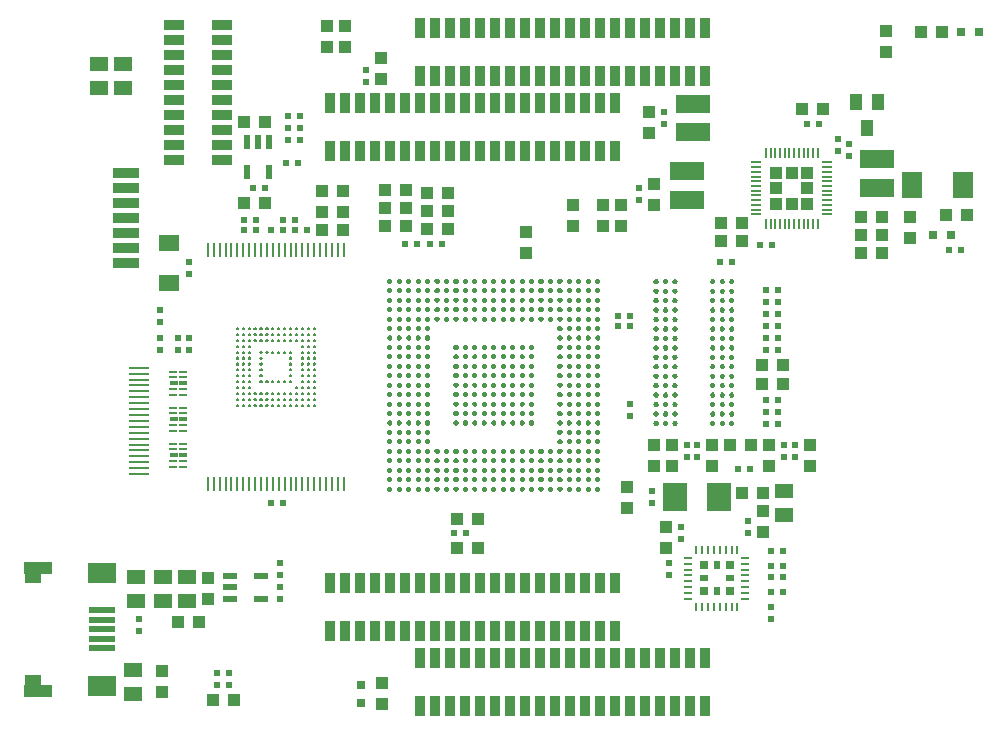
<source format=gbr>
G75*
G70*
%OFA0B0*%
%FSLAX24Y24*%
%IPPOS*%
%LPD*%
%AMOC8*
5,1,8,0,0,1.08239X$1,22.5*
%
%ADD10R,0.0400X0.0400*%
%ADD11R,0.0240X0.0230*%
%ADD12R,0.0230X0.0240*%
%ADD13R,0.0315X0.0315*%
%ADD14R,0.0600X0.0500*%
%ADD15R,0.0472X0.0217*%
%ADD16R,0.0886X0.0197*%
%ADD17R,0.0925X0.0709*%
%ADD18R,0.0965X0.0394*%
%ADD19R,0.0571X0.0354*%
%ADD20R,0.0394X0.0394*%
%ADD21R,0.0083X0.0354*%
%ADD22R,0.0354X0.0083*%
%ADD23R,0.1181X0.0630*%
%ADD24R,0.0394X0.0551*%
%ADD25R,0.0091X0.0472*%
%ADD26R,0.0700X0.0900*%
%ADD27C,0.0126*%
%ADD28R,0.0709X0.0091*%
%ADD29R,0.0866X0.0354*%
%ADD30R,0.0217X0.0472*%
%ADD31R,0.0305X0.0118*%
%ADD32R,0.0260X0.0087*%
%ADD33C,0.0087*%
%ADD34R,0.0709X0.0354*%
%ADD35R,0.0827X0.0945*%
%ADD36R,0.0236X0.0315*%
%ADD37R,0.0315X0.0236*%
%ADD38R,0.0091X0.0295*%
%ADD39R,0.0295X0.0091*%
%ADD40R,0.0354X0.0709*%
%ADD41R,0.0709X0.0551*%
%ADD42C,0.0079*%
D10*
X010804Y010482D03*
X010804Y011182D03*
X011354Y012832D03*
X012054Y012832D03*
X012354Y013582D03*
X012354Y014282D03*
X012504Y010232D03*
X013204Y010232D03*
X018154Y010082D03*
X018154Y010782D03*
X020629Y015307D03*
X021329Y015307D03*
X021329Y016257D03*
X020629Y016257D03*
X026304Y016632D03*
X026304Y017332D03*
X027204Y018032D03*
X027804Y018032D03*
X027804Y018732D03*
X027204Y018732D03*
X029154Y018732D03*
X029754Y018732D03*
X030454Y018732D03*
X031054Y018732D03*
X031054Y018032D03*
X030854Y017132D03*
X030854Y016532D03*
X030854Y015832D03*
X030154Y017132D03*
X029154Y018032D03*
X027604Y015982D03*
X027604Y015282D03*
X032404Y018032D03*
X032404Y018732D03*
X031504Y020757D03*
X031504Y021382D03*
X030804Y021382D03*
X030804Y020757D03*
X034104Y025132D03*
X034104Y025732D03*
X034804Y025732D03*
X034804Y025132D03*
X035754Y025632D03*
X035754Y026332D03*
X034804Y026332D03*
X034104Y026332D03*
X036954Y026382D03*
X037654Y026382D03*
X032854Y029932D03*
X032154Y029932D03*
X034954Y031832D03*
X034954Y032532D03*
X036104Y032482D03*
X036804Y032482D03*
X030154Y026132D03*
X030154Y025532D03*
X029454Y025532D03*
X029454Y026132D03*
X027204Y026732D03*
X027204Y027432D03*
X026104Y026732D03*
X025504Y026732D03*
X025504Y026032D03*
X026104Y026032D03*
X024504Y026032D03*
X024504Y026732D03*
X022929Y025832D03*
X022929Y025132D03*
X020354Y025932D03*
X020354Y026532D03*
X019654Y026532D03*
X019654Y025932D03*
X018954Y026032D03*
X018254Y026032D03*
X018254Y026632D03*
X018254Y027232D03*
X018954Y027232D03*
X018954Y026632D03*
X019654Y027132D03*
X020354Y027132D03*
X016854Y027182D03*
X016154Y027182D03*
X016154Y026482D03*
X016154Y025882D03*
X016854Y025882D03*
X016854Y026482D03*
X014254Y026782D03*
X013554Y026782D03*
X013554Y029482D03*
X014254Y029482D03*
X016304Y031982D03*
X016904Y031982D03*
X016904Y032682D03*
X016304Y032682D03*
X018104Y031632D03*
X018104Y030932D03*
X027054Y029832D03*
X027054Y029132D03*
D11*
X030754Y025382D03*
X031154Y025382D03*
X029804Y024832D03*
X029404Y024832D03*
X030954Y023882D03*
X031354Y023882D03*
X031354Y023482D03*
X030954Y023482D03*
X030954Y023082D03*
X031354Y023082D03*
X031354Y022682D03*
X030954Y022682D03*
X030954Y022282D03*
X031354Y022282D03*
X031354Y021882D03*
X030954Y021882D03*
X030954Y020232D03*
X031354Y020232D03*
X031354Y019832D03*
X030954Y019832D03*
X030954Y019432D03*
X031354Y019432D03*
X030404Y017932D03*
X030004Y017932D03*
X031104Y015182D03*
X031504Y015182D03*
X031504Y014682D03*
X031504Y014332D03*
X031104Y014332D03*
X031104Y014682D03*
X031104Y013832D03*
X031504Y013832D03*
X026404Y022682D03*
X026404Y023032D03*
X026004Y023032D03*
X026004Y022682D03*
X020154Y025432D03*
X019754Y025432D03*
X019304Y025432D03*
X018904Y025432D03*
X015654Y025882D03*
X015254Y025882D03*
X015254Y026232D03*
X014854Y026232D03*
X014854Y025882D03*
X014454Y025882D03*
X013954Y025882D03*
X013954Y026232D03*
X013554Y026232D03*
X013554Y025882D03*
X013854Y027282D03*
X014254Y027282D03*
X014954Y028132D03*
X015354Y028132D03*
X015404Y028882D03*
X015404Y029282D03*
X015404Y029682D03*
X015004Y029682D03*
X015004Y029282D03*
X015004Y028882D03*
X014854Y016782D03*
X014454Y016782D03*
X013054Y011132D03*
X012654Y011132D03*
X012654Y010732D03*
X013054Y010732D03*
X020529Y015782D03*
X020929Y015782D03*
X032304Y029432D03*
X032704Y029432D03*
X037054Y025232D03*
X037454Y025232D03*
D12*
X033704Y028352D03*
X033704Y028752D03*
X033334Y028932D03*
X033334Y028532D03*
X027554Y029432D03*
X027554Y029832D03*
X026704Y027282D03*
X026704Y026882D03*
X026404Y020082D03*
X026404Y019682D03*
X028304Y018732D03*
X028654Y018732D03*
X028654Y018332D03*
X028304Y018332D03*
X027154Y017182D03*
X027154Y016782D03*
X028104Y015982D03*
X028104Y015582D03*
X027704Y014782D03*
X027704Y014382D03*
X030354Y015782D03*
X030354Y016182D03*
X031554Y018332D03*
X031904Y018332D03*
X031904Y018732D03*
X031554Y018732D03*
X031104Y013332D03*
X031104Y012932D03*
X014754Y013582D03*
X014754Y013982D03*
X014754Y014382D03*
X014754Y014782D03*
X010054Y012932D03*
X010054Y012532D03*
X010754Y021882D03*
X010754Y022282D03*
X010754Y022832D03*
X010754Y023232D03*
X011354Y022282D03*
X011704Y022282D03*
X011704Y021882D03*
X011354Y021882D03*
X011704Y024432D03*
X011704Y024832D03*
X017604Y030832D03*
X017604Y031232D03*
D13*
X028871Y014715D03*
X028871Y013849D03*
X029737Y013849D03*
X029737Y014715D03*
X017454Y010732D03*
X017454Y010132D03*
X036504Y025732D03*
X037104Y025732D03*
X037454Y032482D03*
X038054Y032482D03*
D14*
X009854Y010432D03*
X009854Y011232D03*
X009954Y013532D03*
X009954Y014332D03*
X010854Y014332D03*
X011654Y014332D03*
X011654Y013532D03*
X010854Y013532D03*
X009504Y030632D03*
X008704Y030632D03*
X008704Y031432D03*
X009504Y031432D03*
X031554Y017182D03*
X031554Y016382D03*
D15*
X014116Y014356D03*
X014116Y013608D03*
X013092Y013608D03*
X013092Y013982D03*
X013092Y014356D03*
D16*
X008820Y013215D03*
X008820Y012900D03*
X008820Y012585D03*
X008820Y012270D03*
X008820Y011955D03*
D17*
X008821Y010695D03*
X008821Y014475D03*
D18*
X006695Y014632D03*
X006695Y010538D03*
D19*
X006498Y010892D03*
X006498Y014278D03*
D20*
X031293Y026770D03*
X031293Y027282D03*
X031293Y027793D03*
X031804Y027793D03*
X032316Y027793D03*
X032316Y027282D03*
X032316Y026770D03*
X031804Y026770D03*
D21*
X031726Y026101D03*
X031883Y026101D03*
X032041Y026101D03*
X032198Y026101D03*
X032356Y026101D03*
X032513Y026101D03*
X032670Y026101D03*
X031568Y026101D03*
X031411Y026101D03*
X031253Y026101D03*
X031096Y026101D03*
X030938Y026101D03*
X030938Y028463D03*
X031096Y028463D03*
X031253Y028463D03*
X031411Y028463D03*
X031568Y028463D03*
X031726Y028463D03*
X031883Y028463D03*
X032041Y028463D03*
X032198Y028463D03*
X032356Y028463D03*
X032513Y028463D03*
X032670Y028463D03*
D22*
X032985Y028148D03*
X032985Y027990D03*
X032985Y027833D03*
X032985Y027675D03*
X032985Y027518D03*
X032985Y027360D03*
X032985Y027203D03*
X032985Y027045D03*
X032985Y026888D03*
X032985Y026730D03*
X032985Y026573D03*
X032985Y026416D03*
X030623Y026416D03*
X030623Y026573D03*
X030623Y026730D03*
X030623Y026888D03*
X030623Y027045D03*
X030623Y027203D03*
X030623Y027360D03*
X030623Y027518D03*
X030623Y027675D03*
X030623Y027833D03*
X030623Y027990D03*
X030623Y028148D03*
D23*
X028304Y027854D03*
X028304Y026909D03*
X028504Y029159D03*
X028504Y030104D03*
X034654Y028254D03*
X034654Y027309D03*
D24*
X034304Y029299D03*
X033930Y030165D03*
X034678Y030165D03*
D25*
X016868Y025229D03*
X016671Y025229D03*
X016474Y025229D03*
X016278Y025229D03*
X016081Y025229D03*
X015884Y025229D03*
X015687Y025229D03*
X015490Y025229D03*
X015293Y025229D03*
X015096Y025229D03*
X014900Y025229D03*
X014703Y025229D03*
X014506Y025229D03*
X014309Y025229D03*
X014112Y025229D03*
X013915Y025229D03*
X013719Y025229D03*
X013522Y025229D03*
X013325Y025229D03*
X013128Y025229D03*
X012931Y025229D03*
X012734Y025229D03*
X012537Y025229D03*
X012341Y025229D03*
X012341Y017434D03*
X012537Y017434D03*
X012734Y017434D03*
X012931Y017434D03*
X013128Y017434D03*
X013325Y017434D03*
X013522Y017434D03*
X013719Y017434D03*
X013915Y017434D03*
X014112Y017434D03*
X014309Y017434D03*
X014506Y017434D03*
X014703Y017434D03*
X014900Y017434D03*
X015096Y017434D03*
X015293Y017434D03*
X015490Y017434D03*
X015687Y017434D03*
X015884Y017434D03*
X016081Y017434D03*
X016278Y017434D03*
X016474Y017434D03*
X016671Y017434D03*
X016868Y017434D03*
D26*
X035797Y027382D03*
X037511Y027382D03*
D27*
X025315Y024185D02*
X025317Y024194D01*
X025323Y024201D01*
X025331Y024204D01*
X025339Y024204D01*
X025347Y024201D01*
X025353Y024194D01*
X025355Y024185D01*
X025353Y024176D01*
X025347Y024169D01*
X025339Y024166D01*
X025331Y024166D01*
X025323Y024169D01*
X025317Y024176D01*
X025315Y024185D01*
X025000Y024185D02*
X025002Y024194D01*
X025008Y024201D01*
X025016Y024204D01*
X025024Y024204D01*
X025032Y024201D01*
X025038Y024194D01*
X025040Y024185D01*
X025038Y024176D01*
X025032Y024169D01*
X025024Y024166D01*
X025016Y024166D01*
X025008Y024169D01*
X025002Y024176D01*
X025000Y024185D01*
X024686Y024185D02*
X024688Y024194D01*
X024694Y024201D01*
X024702Y024204D01*
X024710Y024204D01*
X024718Y024201D01*
X024724Y024194D01*
X024726Y024185D01*
X024724Y024176D01*
X024718Y024169D01*
X024710Y024166D01*
X024702Y024166D01*
X024694Y024169D01*
X024688Y024176D01*
X024686Y024185D01*
X024371Y024185D02*
X024373Y024194D01*
X024379Y024201D01*
X024387Y024204D01*
X024395Y024204D01*
X024403Y024201D01*
X024409Y024194D01*
X024411Y024185D01*
X024409Y024176D01*
X024403Y024169D01*
X024395Y024166D01*
X024387Y024166D01*
X024379Y024169D01*
X024373Y024176D01*
X024371Y024185D01*
X024056Y024185D02*
X024058Y024194D01*
X024064Y024201D01*
X024072Y024204D01*
X024080Y024204D01*
X024088Y024201D01*
X024094Y024194D01*
X024096Y024185D01*
X024094Y024176D01*
X024088Y024169D01*
X024080Y024166D01*
X024072Y024166D01*
X024064Y024169D01*
X024058Y024176D01*
X024056Y024185D01*
X023741Y024185D02*
X023743Y024194D01*
X023749Y024201D01*
X023757Y024204D01*
X023765Y024204D01*
X023773Y024201D01*
X023779Y024194D01*
X023781Y024185D01*
X023779Y024176D01*
X023773Y024169D01*
X023765Y024166D01*
X023757Y024166D01*
X023749Y024169D01*
X023743Y024176D01*
X023741Y024185D01*
X023426Y024185D02*
X023428Y024194D01*
X023434Y024201D01*
X023442Y024204D01*
X023450Y024204D01*
X023458Y024201D01*
X023464Y024194D01*
X023466Y024185D01*
X023464Y024176D01*
X023458Y024169D01*
X023450Y024166D01*
X023442Y024166D01*
X023434Y024169D01*
X023428Y024176D01*
X023426Y024185D01*
X023111Y024185D02*
X023113Y024194D01*
X023119Y024201D01*
X023127Y024204D01*
X023135Y024204D01*
X023143Y024201D01*
X023149Y024194D01*
X023151Y024185D01*
X023149Y024176D01*
X023143Y024169D01*
X023135Y024166D01*
X023127Y024166D01*
X023119Y024169D01*
X023113Y024176D01*
X023111Y024185D01*
X022796Y024185D02*
X022798Y024194D01*
X022804Y024201D01*
X022812Y024204D01*
X022820Y024204D01*
X022828Y024201D01*
X022834Y024194D01*
X022836Y024185D01*
X022834Y024176D01*
X022828Y024169D01*
X022820Y024166D01*
X022812Y024166D01*
X022804Y024169D01*
X022798Y024176D01*
X022796Y024185D01*
X022481Y024185D02*
X022483Y024194D01*
X022489Y024201D01*
X022497Y024204D01*
X022505Y024204D01*
X022513Y024201D01*
X022519Y024194D01*
X022521Y024185D01*
X022519Y024176D01*
X022513Y024169D01*
X022505Y024166D01*
X022497Y024166D01*
X022489Y024169D01*
X022483Y024176D01*
X022481Y024185D01*
X022166Y024185D02*
X022168Y024194D01*
X022174Y024201D01*
X022182Y024204D01*
X022190Y024204D01*
X022198Y024201D01*
X022204Y024194D01*
X022206Y024185D01*
X022204Y024176D01*
X022198Y024169D01*
X022190Y024166D01*
X022182Y024166D01*
X022174Y024169D01*
X022168Y024176D01*
X022166Y024185D01*
X021851Y024185D02*
X021853Y024194D01*
X021859Y024201D01*
X021867Y024204D01*
X021875Y024204D01*
X021883Y024201D01*
X021889Y024194D01*
X021891Y024185D01*
X021889Y024176D01*
X021883Y024169D01*
X021875Y024166D01*
X021867Y024166D01*
X021859Y024169D01*
X021853Y024176D01*
X021851Y024185D01*
X021536Y024185D02*
X021538Y024194D01*
X021544Y024201D01*
X021552Y024204D01*
X021560Y024204D01*
X021568Y024201D01*
X021574Y024194D01*
X021576Y024185D01*
X021574Y024176D01*
X021568Y024169D01*
X021560Y024166D01*
X021552Y024166D01*
X021544Y024169D01*
X021538Y024176D01*
X021536Y024185D01*
X021221Y024185D02*
X021223Y024194D01*
X021229Y024201D01*
X021237Y024204D01*
X021245Y024204D01*
X021253Y024201D01*
X021259Y024194D01*
X021261Y024185D01*
X021259Y024176D01*
X021253Y024169D01*
X021245Y024166D01*
X021237Y024166D01*
X021229Y024169D01*
X021223Y024176D01*
X021221Y024185D01*
X020906Y024185D02*
X020908Y024194D01*
X020914Y024201D01*
X020922Y024204D01*
X020930Y024204D01*
X020938Y024201D01*
X020944Y024194D01*
X020946Y024185D01*
X020944Y024176D01*
X020938Y024169D01*
X020930Y024166D01*
X020922Y024166D01*
X020914Y024169D01*
X020908Y024176D01*
X020906Y024185D01*
X020591Y024185D02*
X020593Y024194D01*
X020599Y024201D01*
X020607Y024204D01*
X020615Y024204D01*
X020623Y024201D01*
X020629Y024194D01*
X020631Y024185D01*
X020629Y024176D01*
X020623Y024169D01*
X020615Y024166D01*
X020607Y024166D01*
X020599Y024169D01*
X020593Y024176D01*
X020591Y024185D01*
X020276Y024185D02*
X020278Y024194D01*
X020284Y024201D01*
X020292Y024204D01*
X020300Y024204D01*
X020308Y024201D01*
X020314Y024194D01*
X020316Y024185D01*
X020314Y024176D01*
X020308Y024169D01*
X020300Y024166D01*
X020292Y024166D01*
X020284Y024169D01*
X020278Y024176D01*
X020276Y024185D01*
X019961Y024185D02*
X019963Y024194D01*
X019969Y024201D01*
X019977Y024204D01*
X019985Y024204D01*
X019993Y024201D01*
X019999Y024194D01*
X020001Y024185D01*
X019999Y024176D01*
X019993Y024169D01*
X019985Y024166D01*
X019977Y024166D01*
X019969Y024169D01*
X019963Y024176D01*
X019961Y024185D01*
X019646Y024185D02*
X019648Y024194D01*
X019654Y024201D01*
X019662Y024204D01*
X019670Y024204D01*
X019678Y024201D01*
X019684Y024194D01*
X019686Y024185D01*
X019684Y024176D01*
X019678Y024169D01*
X019670Y024166D01*
X019662Y024166D01*
X019654Y024169D01*
X019648Y024176D01*
X019646Y024185D01*
X019331Y024185D02*
X019333Y024194D01*
X019339Y024201D01*
X019347Y024204D01*
X019355Y024204D01*
X019363Y024201D01*
X019369Y024194D01*
X019371Y024185D01*
X019369Y024176D01*
X019363Y024169D01*
X019355Y024166D01*
X019347Y024166D01*
X019339Y024169D01*
X019333Y024176D01*
X019331Y024185D01*
X019016Y024185D02*
X019018Y024194D01*
X019024Y024201D01*
X019032Y024204D01*
X019040Y024204D01*
X019048Y024201D01*
X019054Y024194D01*
X019056Y024185D01*
X019054Y024176D01*
X019048Y024169D01*
X019040Y024166D01*
X019032Y024166D01*
X019024Y024169D01*
X019018Y024176D01*
X019016Y024185D01*
X018701Y024185D02*
X018703Y024194D01*
X018709Y024201D01*
X018717Y024204D01*
X018725Y024204D01*
X018733Y024201D01*
X018739Y024194D01*
X018741Y024185D01*
X018739Y024176D01*
X018733Y024169D01*
X018725Y024166D01*
X018717Y024166D01*
X018709Y024169D01*
X018703Y024176D01*
X018701Y024185D01*
X018386Y024185D02*
X018388Y024194D01*
X018394Y024201D01*
X018402Y024204D01*
X018410Y024204D01*
X018418Y024201D01*
X018424Y024194D01*
X018426Y024185D01*
X018424Y024176D01*
X018418Y024169D01*
X018410Y024166D01*
X018402Y024166D01*
X018394Y024169D01*
X018388Y024176D01*
X018386Y024185D01*
X018386Y023870D02*
X018388Y023879D01*
X018394Y023886D01*
X018402Y023889D01*
X018410Y023889D01*
X018418Y023886D01*
X018424Y023879D01*
X018426Y023870D01*
X018424Y023861D01*
X018418Y023854D01*
X018410Y023851D01*
X018402Y023851D01*
X018394Y023854D01*
X018388Y023861D01*
X018386Y023870D01*
X018386Y023555D02*
X018388Y023564D01*
X018394Y023571D01*
X018402Y023574D01*
X018410Y023574D01*
X018418Y023571D01*
X018424Y023564D01*
X018426Y023555D01*
X018424Y023546D01*
X018418Y023539D01*
X018410Y023536D01*
X018402Y023536D01*
X018394Y023539D01*
X018388Y023546D01*
X018386Y023555D01*
X018386Y023240D02*
X018388Y023249D01*
X018394Y023256D01*
X018402Y023259D01*
X018410Y023259D01*
X018418Y023256D01*
X018424Y023249D01*
X018426Y023240D01*
X018424Y023231D01*
X018418Y023224D01*
X018410Y023221D01*
X018402Y023221D01*
X018394Y023224D01*
X018388Y023231D01*
X018386Y023240D01*
X018386Y022925D02*
X018388Y022934D01*
X018394Y022941D01*
X018402Y022944D01*
X018410Y022944D01*
X018418Y022941D01*
X018424Y022934D01*
X018426Y022925D01*
X018424Y022916D01*
X018418Y022909D01*
X018410Y022906D01*
X018402Y022906D01*
X018394Y022909D01*
X018388Y022916D01*
X018386Y022925D01*
X018386Y022610D02*
X018388Y022619D01*
X018394Y022626D01*
X018402Y022629D01*
X018410Y022629D01*
X018418Y022626D01*
X018424Y022619D01*
X018426Y022610D01*
X018424Y022601D01*
X018418Y022594D01*
X018410Y022591D01*
X018402Y022591D01*
X018394Y022594D01*
X018388Y022601D01*
X018386Y022610D01*
X018386Y022295D02*
X018388Y022304D01*
X018394Y022311D01*
X018402Y022314D01*
X018410Y022314D01*
X018418Y022311D01*
X018424Y022304D01*
X018426Y022295D01*
X018424Y022286D01*
X018418Y022279D01*
X018410Y022276D01*
X018402Y022276D01*
X018394Y022279D01*
X018388Y022286D01*
X018386Y022295D01*
X018386Y021980D02*
X018388Y021989D01*
X018394Y021996D01*
X018402Y021999D01*
X018410Y021999D01*
X018418Y021996D01*
X018424Y021989D01*
X018426Y021980D01*
X018424Y021971D01*
X018418Y021964D01*
X018410Y021961D01*
X018402Y021961D01*
X018394Y021964D01*
X018388Y021971D01*
X018386Y021980D01*
X018386Y021666D02*
X018388Y021675D01*
X018394Y021682D01*
X018402Y021685D01*
X018410Y021685D01*
X018418Y021682D01*
X018424Y021675D01*
X018426Y021666D01*
X018424Y021657D01*
X018418Y021650D01*
X018410Y021647D01*
X018402Y021647D01*
X018394Y021650D01*
X018388Y021657D01*
X018386Y021666D01*
X018386Y021351D02*
X018388Y021360D01*
X018394Y021367D01*
X018402Y021370D01*
X018410Y021370D01*
X018418Y021367D01*
X018424Y021360D01*
X018426Y021351D01*
X018424Y021342D01*
X018418Y021335D01*
X018410Y021332D01*
X018402Y021332D01*
X018394Y021335D01*
X018388Y021342D01*
X018386Y021351D01*
X018386Y021036D02*
X018388Y021045D01*
X018394Y021052D01*
X018402Y021055D01*
X018410Y021055D01*
X018418Y021052D01*
X018424Y021045D01*
X018426Y021036D01*
X018424Y021027D01*
X018418Y021020D01*
X018410Y021017D01*
X018402Y021017D01*
X018394Y021020D01*
X018388Y021027D01*
X018386Y021036D01*
X018386Y020721D02*
X018388Y020730D01*
X018394Y020737D01*
X018402Y020740D01*
X018410Y020740D01*
X018418Y020737D01*
X018424Y020730D01*
X018426Y020721D01*
X018424Y020712D01*
X018418Y020705D01*
X018410Y020702D01*
X018402Y020702D01*
X018394Y020705D01*
X018388Y020712D01*
X018386Y020721D01*
X018386Y020406D02*
X018388Y020415D01*
X018394Y020422D01*
X018402Y020425D01*
X018410Y020425D01*
X018418Y020422D01*
X018424Y020415D01*
X018426Y020406D01*
X018424Y020397D01*
X018418Y020390D01*
X018410Y020387D01*
X018402Y020387D01*
X018394Y020390D01*
X018388Y020397D01*
X018386Y020406D01*
X018386Y020091D02*
X018388Y020100D01*
X018394Y020107D01*
X018402Y020110D01*
X018410Y020110D01*
X018418Y020107D01*
X018424Y020100D01*
X018426Y020091D01*
X018424Y020082D01*
X018418Y020075D01*
X018410Y020072D01*
X018402Y020072D01*
X018394Y020075D01*
X018388Y020082D01*
X018386Y020091D01*
X018386Y019776D02*
X018388Y019785D01*
X018394Y019792D01*
X018402Y019795D01*
X018410Y019795D01*
X018418Y019792D01*
X018424Y019785D01*
X018426Y019776D01*
X018424Y019767D01*
X018418Y019760D01*
X018410Y019757D01*
X018402Y019757D01*
X018394Y019760D01*
X018388Y019767D01*
X018386Y019776D01*
X018386Y019461D02*
X018388Y019470D01*
X018394Y019477D01*
X018402Y019480D01*
X018410Y019480D01*
X018418Y019477D01*
X018424Y019470D01*
X018426Y019461D01*
X018424Y019452D01*
X018418Y019445D01*
X018410Y019442D01*
X018402Y019442D01*
X018394Y019445D01*
X018388Y019452D01*
X018386Y019461D01*
X018386Y019146D02*
X018388Y019155D01*
X018394Y019162D01*
X018402Y019165D01*
X018410Y019165D01*
X018418Y019162D01*
X018424Y019155D01*
X018426Y019146D01*
X018424Y019137D01*
X018418Y019130D01*
X018410Y019127D01*
X018402Y019127D01*
X018394Y019130D01*
X018388Y019137D01*
X018386Y019146D01*
X018386Y018831D02*
X018388Y018840D01*
X018394Y018847D01*
X018402Y018850D01*
X018410Y018850D01*
X018418Y018847D01*
X018424Y018840D01*
X018426Y018831D01*
X018424Y018822D01*
X018418Y018815D01*
X018410Y018812D01*
X018402Y018812D01*
X018394Y018815D01*
X018388Y018822D01*
X018386Y018831D01*
X018386Y018516D02*
X018388Y018525D01*
X018394Y018532D01*
X018402Y018535D01*
X018410Y018535D01*
X018418Y018532D01*
X018424Y018525D01*
X018426Y018516D01*
X018424Y018507D01*
X018418Y018500D01*
X018410Y018497D01*
X018402Y018497D01*
X018394Y018500D01*
X018388Y018507D01*
X018386Y018516D01*
X018386Y018201D02*
X018388Y018210D01*
X018394Y018217D01*
X018402Y018220D01*
X018410Y018220D01*
X018418Y018217D01*
X018424Y018210D01*
X018426Y018201D01*
X018424Y018192D01*
X018418Y018185D01*
X018410Y018182D01*
X018402Y018182D01*
X018394Y018185D01*
X018388Y018192D01*
X018386Y018201D01*
X018386Y017886D02*
X018388Y017895D01*
X018394Y017902D01*
X018402Y017905D01*
X018410Y017905D01*
X018418Y017902D01*
X018424Y017895D01*
X018426Y017886D01*
X018424Y017877D01*
X018418Y017870D01*
X018410Y017867D01*
X018402Y017867D01*
X018394Y017870D01*
X018388Y017877D01*
X018386Y017886D01*
X018386Y017571D02*
X018388Y017580D01*
X018394Y017587D01*
X018402Y017590D01*
X018410Y017590D01*
X018418Y017587D01*
X018424Y017580D01*
X018426Y017571D01*
X018424Y017562D01*
X018418Y017555D01*
X018410Y017552D01*
X018402Y017552D01*
X018394Y017555D01*
X018388Y017562D01*
X018386Y017571D01*
X018386Y017256D02*
X018388Y017265D01*
X018394Y017272D01*
X018402Y017275D01*
X018410Y017275D01*
X018418Y017272D01*
X018424Y017265D01*
X018426Y017256D01*
X018424Y017247D01*
X018418Y017240D01*
X018410Y017237D01*
X018402Y017237D01*
X018394Y017240D01*
X018388Y017247D01*
X018386Y017256D01*
X018701Y017256D02*
X018703Y017265D01*
X018709Y017272D01*
X018717Y017275D01*
X018725Y017275D01*
X018733Y017272D01*
X018739Y017265D01*
X018741Y017256D01*
X018739Y017247D01*
X018733Y017240D01*
X018725Y017237D01*
X018717Y017237D01*
X018709Y017240D01*
X018703Y017247D01*
X018701Y017256D01*
X018701Y017571D02*
X018703Y017580D01*
X018709Y017587D01*
X018717Y017590D01*
X018725Y017590D01*
X018733Y017587D01*
X018739Y017580D01*
X018741Y017571D01*
X018739Y017562D01*
X018733Y017555D01*
X018725Y017552D01*
X018717Y017552D01*
X018709Y017555D01*
X018703Y017562D01*
X018701Y017571D01*
X018701Y017886D02*
X018703Y017895D01*
X018709Y017902D01*
X018717Y017905D01*
X018725Y017905D01*
X018733Y017902D01*
X018739Y017895D01*
X018741Y017886D01*
X018739Y017877D01*
X018733Y017870D01*
X018725Y017867D01*
X018717Y017867D01*
X018709Y017870D01*
X018703Y017877D01*
X018701Y017886D01*
X018701Y018201D02*
X018703Y018210D01*
X018709Y018217D01*
X018717Y018220D01*
X018725Y018220D01*
X018733Y018217D01*
X018739Y018210D01*
X018741Y018201D01*
X018739Y018192D01*
X018733Y018185D01*
X018725Y018182D01*
X018717Y018182D01*
X018709Y018185D01*
X018703Y018192D01*
X018701Y018201D01*
X018701Y018516D02*
X018703Y018525D01*
X018709Y018532D01*
X018717Y018535D01*
X018725Y018535D01*
X018733Y018532D01*
X018739Y018525D01*
X018741Y018516D01*
X018739Y018507D01*
X018733Y018500D01*
X018725Y018497D01*
X018717Y018497D01*
X018709Y018500D01*
X018703Y018507D01*
X018701Y018516D01*
X018701Y018831D02*
X018703Y018840D01*
X018709Y018847D01*
X018717Y018850D01*
X018725Y018850D01*
X018733Y018847D01*
X018739Y018840D01*
X018741Y018831D01*
X018739Y018822D01*
X018733Y018815D01*
X018725Y018812D01*
X018717Y018812D01*
X018709Y018815D01*
X018703Y018822D01*
X018701Y018831D01*
X018701Y019146D02*
X018703Y019155D01*
X018709Y019162D01*
X018717Y019165D01*
X018725Y019165D01*
X018733Y019162D01*
X018739Y019155D01*
X018741Y019146D01*
X018739Y019137D01*
X018733Y019130D01*
X018725Y019127D01*
X018717Y019127D01*
X018709Y019130D01*
X018703Y019137D01*
X018701Y019146D01*
X018701Y019461D02*
X018703Y019470D01*
X018709Y019477D01*
X018717Y019480D01*
X018725Y019480D01*
X018733Y019477D01*
X018739Y019470D01*
X018741Y019461D01*
X018739Y019452D01*
X018733Y019445D01*
X018725Y019442D01*
X018717Y019442D01*
X018709Y019445D01*
X018703Y019452D01*
X018701Y019461D01*
X018701Y019776D02*
X018703Y019785D01*
X018709Y019792D01*
X018717Y019795D01*
X018725Y019795D01*
X018733Y019792D01*
X018739Y019785D01*
X018741Y019776D01*
X018739Y019767D01*
X018733Y019760D01*
X018725Y019757D01*
X018717Y019757D01*
X018709Y019760D01*
X018703Y019767D01*
X018701Y019776D01*
X018701Y020091D02*
X018703Y020100D01*
X018709Y020107D01*
X018717Y020110D01*
X018725Y020110D01*
X018733Y020107D01*
X018739Y020100D01*
X018741Y020091D01*
X018739Y020082D01*
X018733Y020075D01*
X018725Y020072D01*
X018717Y020072D01*
X018709Y020075D01*
X018703Y020082D01*
X018701Y020091D01*
X018701Y020406D02*
X018703Y020415D01*
X018709Y020422D01*
X018717Y020425D01*
X018725Y020425D01*
X018733Y020422D01*
X018739Y020415D01*
X018741Y020406D01*
X018739Y020397D01*
X018733Y020390D01*
X018725Y020387D01*
X018717Y020387D01*
X018709Y020390D01*
X018703Y020397D01*
X018701Y020406D01*
X018701Y020721D02*
X018703Y020730D01*
X018709Y020737D01*
X018717Y020740D01*
X018725Y020740D01*
X018733Y020737D01*
X018739Y020730D01*
X018741Y020721D01*
X018739Y020712D01*
X018733Y020705D01*
X018725Y020702D01*
X018717Y020702D01*
X018709Y020705D01*
X018703Y020712D01*
X018701Y020721D01*
X018701Y021036D02*
X018703Y021045D01*
X018709Y021052D01*
X018717Y021055D01*
X018725Y021055D01*
X018733Y021052D01*
X018739Y021045D01*
X018741Y021036D01*
X018739Y021027D01*
X018733Y021020D01*
X018725Y021017D01*
X018717Y021017D01*
X018709Y021020D01*
X018703Y021027D01*
X018701Y021036D01*
X018701Y021351D02*
X018703Y021360D01*
X018709Y021367D01*
X018717Y021370D01*
X018725Y021370D01*
X018733Y021367D01*
X018739Y021360D01*
X018741Y021351D01*
X018739Y021342D01*
X018733Y021335D01*
X018725Y021332D01*
X018717Y021332D01*
X018709Y021335D01*
X018703Y021342D01*
X018701Y021351D01*
X018701Y021666D02*
X018703Y021675D01*
X018709Y021682D01*
X018717Y021685D01*
X018725Y021685D01*
X018733Y021682D01*
X018739Y021675D01*
X018741Y021666D01*
X018739Y021657D01*
X018733Y021650D01*
X018725Y021647D01*
X018717Y021647D01*
X018709Y021650D01*
X018703Y021657D01*
X018701Y021666D01*
X018701Y021980D02*
X018703Y021989D01*
X018709Y021996D01*
X018717Y021999D01*
X018725Y021999D01*
X018733Y021996D01*
X018739Y021989D01*
X018741Y021980D01*
X018739Y021971D01*
X018733Y021964D01*
X018725Y021961D01*
X018717Y021961D01*
X018709Y021964D01*
X018703Y021971D01*
X018701Y021980D01*
X018701Y022295D02*
X018703Y022304D01*
X018709Y022311D01*
X018717Y022314D01*
X018725Y022314D01*
X018733Y022311D01*
X018739Y022304D01*
X018741Y022295D01*
X018739Y022286D01*
X018733Y022279D01*
X018725Y022276D01*
X018717Y022276D01*
X018709Y022279D01*
X018703Y022286D01*
X018701Y022295D01*
X018701Y022610D02*
X018703Y022619D01*
X018709Y022626D01*
X018717Y022629D01*
X018725Y022629D01*
X018733Y022626D01*
X018739Y022619D01*
X018741Y022610D01*
X018739Y022601D01*
X018733Y022594D01*
X018725Y022591D01*
X018717Y022591D01*
X018709Y022594D01*
X018703Y022601D01*
X018701Y022610D01*
X018701Y022925D02*
X018703Y022934D01*
X018709Y022941D01*
X018717Y022944D01*
X018725Y022944D01*
X018733Y022941D01*
X018739Y022934D01*
X018741Y022925D01*
X018739Y022916D01*
X018733Y022909D01*
X018725Y022906D01*
X018717Y022906D01*
X018709Y022909D01*
X018703Y022916D01*
X018701Y022925D01*
X018701Y023240D02*
X018703Y023249D01*
X018709Y023256D01*
X018717Y023259D01*
X018725Y023259D01*
X018733Y023256D01*
X018739Y023249D01*
X018741Y023240D01*
X018739Y023231D01*
X018733Y023224D01*
X018725Y023221D01*
X018717Y023221D01*
X018709Y023224D01*
X018703Y023231D01*
X018701Y023240D01*
X018701Y023555D02*
X018703Y023564D01*
X018709Y023571D01*
X018717Y023574D01*
X018725Y023574D01*
X018733Y023571D01*
X018739Y023564D01*
X018741Y023555D01*
X018739Y023546D01*
X018733Y023539D01*
X018725Y023536D01*
X018717Y023536D01*
X018709Y023539D01*
X018703Y023546D01*
X018701Y023555D01*
X018701Y023870D02*
X018703Y023879D01*
X018709Y023886D01*
X018717Y023889D01*
X018725Y023889D01*
X018733Y023886D01*
X018739Y023879D01*
X018741Y023870D01*
X018739Y023861D01*
X018733Y023854D01*
X018725Y023851D01*
X018717Y023851D01*
X018709Y023854D01*
X018703Y023861D01*
X018701Y023870D01*
X019016Y023870D02*
X019018Y023879D01*
X019024Y023886D01*
X019032Y023889D01*
X019040Y023889D01*
X019048Y023886D01*
X019054Y023879D01*
X019056Y023870D01*
X019054Y023861D01*
X019048Y023854D01*
X019040Y023851D01*
X019032Y023851D01*
X019024Y023854D01*
X019018Y023861D01*
X019016Y023870D01*
X019016Y023555D02*
X019018Y023564D01*
X019024Y023571D01*
X019032Y023574D01*
X019040Y023574D01*
X019048Y023571D01*
X019054Y023564D01*
X019056Y023555D01*
X019054Y023546D01*
X019048Y023539D01*
X019040Y023536D01*
X019032Y023536D01*
X019024Y023539D01*
X019018Y023546D01*
X019016Y023555D01*
X019016Y023240D02*
X019018Y023249D01*
X019024Y023256D01*
X019032Y023259D01*
X019040Y023259D01*
X019048Y023256D01*
X019054Y023249D01*
X019056Y023240D01*
X019054Y023231D01*
X019048Y023224D01*
X019040Y023221D01*
X019032Y023221D01*
X019024Y023224D01*
X019018Y023231D01*
X019016Y023240D01*
X019016Y022925D02*
X019018Y022934D01*
X019024Y022941D01*
X019032Y022944D01*
X019040Y022944D01*
X019048Y022941D01*
X019054Y022934D01*
X019056Y022925D01*
X019054Y022916D01*
X019048Y022909D01*
X019040Y022906D01*
X019032Y022906D01*
X019024Y022909D01*
X019018Y022916D01*
X019016Y022925D01*
X019016Y022610D02*
X019018Y022619D01*
X019024Y022626D01*
X019032Y022629D01*
X019040Y022629D01*
X019048Y022626D01*
X019054Y022619D01*
X019056Y022610D01*
X019054Y022601D01*
X019048Y022594D01*
X019040Y022591D01*
X019032Y022591D01*
X019024Y022594D01*
X019018Y022601D01*
X019016Y022610D01*
X019016Y022295D02*
X019018Y022304D01*
X019024Y022311D01*
X019032Y022314D01*
X019040Y022314D01*
X019048Y022311D01*
X019054Y022304D01*
X019056Y022295D01*
X019054Y022286D01*
X019048Y022279D01*
X019040Y022276D01*
X019032Y022276D01*
X019024Y022279D01*
X019018Y022286D01*
X019016Y022295D01*
X019016Y021980D02*
X019018Y021989D01*
X019024Y021996D01*
X019032Y021999D01*
X019040Y021999D01*
X019048Y021996D01*
X019054Y021989D01*
X019056Y021980D01*
X019054Y021971D01*
X019048Y021964D01*
X019040Y021961D01*
X019032Y021961D01*
X019024Y021964D01*
X019018Y021971D01*
X019016Y021980D01*
X019016Y021666D02*
X019018Y021675D01*
X019024Y021682D01*
X019032Y021685D01*
X019040Y021685D01*
X019048Y021682D01*
X019054Y021675D01*
X019056Y021666D01*
X019054Y021657D01*
X019048Y021650D01*
X019040Y021647D01*
X019032Y021647D01*
X019024Y021650D01*
X019018Y021657D01*
X019016Y021666D01*
X019016Y021351D02*
X019018Y021360D01*
X019024Y021367D01*
X019032Y021370D01*
X019040Y021370D01*
X019048Y021367D01*
X019054Y021360D01*
X019056Y021351D01*
X019054Y021342D01*
X019048Y021335D01*
X019040Y021332D01*
X019032Y021332D01*
X019024Y021335D01*
X019018Y021342D01*
X019016Y021351D01*
X019016Y021036D02*
X019018Y021045D01*
X019024Y021052D01*
X019032Y021055D01*
X019040Y021055D01*
X019048Y021052D01*
X019054Y021045D01*
X019056Y021036D01*
X019054Y021027D01*
X019048Y021020D01*
X019040Y021017D01*
X019032Y021017D01*
X019024Y021020D01*
X019018Y021027D01*
X019016Y021036D01*
X019016Y020721D02*
X019018Y020730D01*
X019024Y020737D01*
X019032Y020740D01*
X019040Y020740D01*
X019048Y020737D01*
X019054Y020730D01*
X019056Y020721D01*
X019054Y020712D01*
X019048Y020705D01*
X019040Y020702D01*
X019032Y020702D01*
X019024Y020705D01*
X019018Y020712D01*
X019016Y020721D01*
X019016Y020406D02*
X019018Y020415D01*
X019024Y020422D01*
X019032Y020425D01*
X019040Y020425D01*
X019048Y020422D01*
X019054Y020415D01*
X019056Y020406D01*
X019054Y020397D01*
X019048Y020390D01*
X019040Y020387D01*
X019032Y020387D01*
X019024Y020390D01*
X019018Y020397D01*
X019016Y020406D01*
X019016Y020091D02*
X019018Y020100D01*
X019024Y020107D01*
X019032Y020110D01*
X019040Y020110D01*
X019048Y020107D01*
X019054Y020100D01*
X019056Y020091D01*
X019054Y020082D01*
X019048Y020075D01*
X019040Y020072D01*
X019032Y020072D01*
X019024Y020075D01*
X019018Y020082D01*
X019016Y020091D01*
X019016Y019776D02*
X019018Y019785D01*
X019024Y019792D01*
X019032Y019795D01*
X019040Y019795D01*
X019048Y019792D01*
X019054Y019785D01*
X019056Y019776D01*
X019054Y019767D01*
X019048Y019760D01*
X019040Y019757D01*
X019032Y019757D01*
X019024Y019760D01*
X019018Y019767D01*
X019016Y019776D01*
X019016Y019461D02*
X019018Y019470D01*
X019024Y019477D01*
X019032Y019480D01*
X019040Y019480D01*
X019048Y019477D01*
X019054Y019470D01*
X019056Y019461D01*
X019054Y019452D01*
X019048Y019445D01*
X019040Y019442D01*
X019032Y019442D01*
X019024Y019445D01*
X019018Y019452D01*
X019016Y019461D01*
X019016Y019146D02*
X019018Y019155D01*
X019024Y019162D01*
X019032Y019165D01*
X019040Y019165D01*
X019048Y019162D01*
X019054Y019155D01*
X019056Y019146D01*
X019054Y019137D01*
X019048Y019130D01*
X019040Y019127D01*
X019032Y019127D01*
X019024Y019130D01*
X019018Y019137D01*
X019016Y019146D01*
X019016Y018831D02*
X019018Y018840D01*
X019024Y018847D01*
X019032Y018850D01*
X019040Y018850D01*
X019048Y018847D01*
X019054Y018840D01*
X019056Y018831D01*
X019054Y018822D01*
X019048Y018815D01*
X019040Y018812D01*
X019032Y018812D01*
X019024Y018815D01*
X019018Y018822D01*
X019016Y018831D01*
X019016Y018516D02*
X019018Y018525D01*
X019024Y018532D01*
X019032Y018535D01*
X019040Y018535D01*
X019048Y018532D01*
X019054Y018525D01*
X019056Y018516D01*
X019054Y018507D01*
X019048Y018500D01*
X019040Y018497D01*
X019032Y018497D01*
X019024Y018500D01*
X019018Y018507D01*
X019016Y018516D01*
X019016Y018201D02*
X019018Y018210D01*
X019024Y018217D01*
X019032Y018220D01*
X019040Y018220D01*
X019048Y018217D01*
X019054Y018210D01*
X019056Y018201D01*
X019054Y018192D01*
X019048Y018185D01*
X019040Y018182D01*
X019032Y018182D01*
X019024Y018185D01*
X019018Y018192D01*
X019016Y018201D01*
X019016Y017886D02*
X019018Y017895D01*
X019024Y017902D01*
X019032Y017905D01*
X019040Y017905D01*
X019048Y017902D01*
X019054Y017895D01*
X019056Y017886D01*
X019054Y017877D01*
X019048Y017870D01*
X019040Y017867D01*
X019032Y017867D01*
X019024Y017870D01*
X019018Y017877D01*
X019016Y017886D01*
X019016Y017571D02*
X019018Y017580D01*
X019024Y017587D01*
X019032Y017590D01*
X019040Y017590D01*
X019048Y017587D01*
X019054Y017580D01*
X019056Y017571D01*
X019054Y017562D01*
X019048Y017555D01*
X019040Y017552D01*
X019032Y017552D01*
X019024Y017555D01*
X019018Y017562D01*
X019016Y017571D01*
X019016Y017256D02*
X019018Y017265D01*
X019024Y017272D01*
X019032Y017275D01*
X019040Y017275D01*
X019048Y017272D01*
X019054Y017265D01*
X019056Y017256D01*
X019054Y017247D01*
X019048Y017240D01*
X019040Y017237D01*
X019032Y017237D01*
X019024Y017240D01*
X019018Y017247D01*
X019016Y017256D01*
X019331Y017256D02*
X019333Y017265D01*
X019339Y017272D01*
X019347Y017275D01*
X019355Y017275D01*
X019363Y017272D01*
X019369Y017265D01*
X019371Y017256D01*
X019369Y017247D01*
X019363Y017240D01*
X019355Y017237D01*
X019347Y017237D01*
X019339Y017240D01*
X019333Y017247D01*
X019331Y017256D01*
X019331Y017571D02*
X019333Y017580D01*
X019339Y017587D01*
X019347Y017590D01*
X019355Y017590D01*
X019363Y017587D01*
X019369Y017580D01*
X019371Y017571D01*
X019369Y017562D01*
X019363Y017555D01*
X019355Y017552D01*
X019347Y017552D01*
X019339Y017555D01*
X019333Y017562D01*
X019331Y017571D01*
X019331Y017886D02*
X019333Y017895D01*
X019339Y017902D01*
X019347Y017905D01*
X019355Y017905D01*
X019363Y017902D01*
X019369Y017895D01*
X019371Y017886D01*
X019369Y017877D01*
X019363Y017870D01*
X019355Y017867D01*
X019347Y017867D01*
X019339Y017870D01*
X019333Y017877D01*
X019331Y017886D01*
X019331Y018201D02*
X019333Y018210D01*
X019339Y018217D01*
X019347Y018220D01*
X019355Y018220D01*
X019363Y018217D01*
X019369Y018210D01*
X019371Y018201D01*
X019369Y018192D01*
X019363Y018185D01*
X019355Y018182D01*
X019347Y018182D01*
X019339Y018185D01*
X019333Y018192D01*
X019331Y018201D01*
X019331Y018516D02*
X019333Y018525D01*
X019339Y018532D01*
X019347Y018535D01*
X019355Y018535D01*
X019363Y018532D01*
X019369Y018525D01*
X019371Y018516D01*
X019369Y018507D01*
X019363Y018500D01*
X019355Y018497D01*
X019347Y018497D01*
X019339Y018500D01*
X019333Y018507D01*
X019331Y018516D01*
X019331Y018831D02*
X019333Y018840D01*
X019339Y018847D01*
X019347Y018850D01*
X019355Y018850D01*
X019363Y018847D01*
X019369Y018840D01*
X019371Y018831D01*
X019369Y018822D01*
X019363Y018815D01*
X019355Y018812D01*
X019347Y018812D01*
X019339Y018815D01*
X019333Y018822D01*
X019331Y018831D01*
X019331Y019146D02*
X019333Y019155D01*
X019339Y019162D01*
X019347Y019165D01*
X019355Y019165D01*
X019363Y019162D01*
X019369Y019155D01*
X019371Y019146D01*
X019369Y019137D01*
X019363Y019130D01*
X019355Y019127D01*
X019347Y019127D01*
X019339Y019130D01*
X019333Y019137D01*
X019331Y019146D01*
X019331Y019461D02*
X019333Y019470D01*
X019339Y019477D01*
X019347Y019480D01*
X019355Y019480D01*
X019363Y019477D01*
X019369Y019470D01*
X019371Y019461D01*
X019369Y019452D01*
X019363Y019445D01*
X019355Y019442D01*
X019347Y019442D01*
X019339Y019445D01*
X019333Y019452D01*
X019331Y019461D01*
X019331Y019776D02*
X019333Y019785D01*
X019339Y019792D01*
X019347Y019795D01*
X019355Y019795D01*
X019363Y019792D01*
X019369Y019785D01*
X019371Y019776D01*
X019369Y019767D01*
X019363Y019760D01*
X019355Y019757D01*
X019347Y019757D01*
X019339Y019760D01*
X019333Y019767D01*
X019331Y019776D01*
X019331Y020091D02*
X019333Y020100D01*
X019339Y020107D01*
X019347Y020110D01*
X019355Y020110D01*
X019363Y020107D01*
X019369Y020100D01*
X019371Y020091D01*
X019369Y020082D01*
X019363Y020075D01*
X019355Y020072D01*
X019347Y020072D01*
X019339Y020075D01*
X019333Y020082D01*
X019331Y020091D01*
X019331Y020406D02*
X019333Y020415D01*
X019339Y020422D01*
X019347Y020425D01*
X019355Y020425D01*
X019363Y020422D01*
X019369Y020415D01*
X019371Y020406D01*
X019369Y020397D01*
X019363Y020390D01*
X019355Y020387D01*
X019347Y020387D01*
X019339Y020390D01*
X019333Y020397D01*
X019331Y020406D01*
X019331Y020721D02*
X019333Y020730D01*
X019339Y020737D01*
X019347Y020740D01*
X019355Y020740D01*
X019363Y020737D01*
X019369Y020730D01*
X019371Y020721D01*
X019369Y020712D01*
X019363Y020705D01*
X019355Y020702D01*
X019347Y020702D01*
X019339Y020705D01*
X019333Y020712D01*
X019331Y020721D01*
X019331Y021036D02*
X019333Y021045D01*
X019339Y021052D01*
X019347Y021055D01*
X019355Y021055D01*
X019363Y021052D01*
X019369Y021045D01*
X019371Y021036D01*
X019369Y021027D01*
X019363Y021020D01*
X019355Y021017D01*
X019347Y021017D01*
X019339Y021020D01*
X019333Y021027D01*
X019331Y021036D01*
X019331Y021351D02*
X019333Y021360D01*
X019339Y021367D01*
X019347Y021370D01*
X019355Y021370D01*
X019363Y021367D01*
X019369Y021360D01*
X019371Y021351D01*
X019369Y021342D01*
X019363Y021335D01*
X019355Y021332D01*
X019347Y021332D01*
X019339Y021335D01*
X019333Y021342D01*
X019331Y021351D01*
X019331Y021666D02*
X019333Y021675D01*
X019339Y021682D01*
X019347Y021685D01*
X019355Y021685D01*
X019363Y021682D01*
X019369Y021675D01*
X019371Y021666D01*
X019369Y021657D01*
X019363Y021650D01*
X019355Y021647D01*
X019347Y021647D01*
X019339Y021650D01*
X019333Y021657D01*
X019331Y021666D01*
X019331Y021980D02*
X019333Y021989D01*
X019339Y021996D01*
X019347Y021999D01*
X019355Y021999D01*
X019363Y021996D01*
X019369Y021989D01*
X019371Y021980D01*
X019369Y021971D01*
X019363Y021964D01*
X019355Y021961D01*
X019347Y021961D01*
X019339Y021964D01*
X019333Y021971D01*
X019331Y021980D01*
X019331Y022295D02*
X019333Y022304D01*
X019339Y022311D01*
X019347Y022314D01*
X019355Y022314D01*
X019363Y022311D01*
X019369Y022304D01*
X019371Y022295D01*
X019369Y022286D01*
X019363Y022279D01*
X019355Y022276D01*
X019347Y022276D01*
X019339Y022279D01*
X019333Y022286D01*
X019331Y022295D01*
X019331Y022610D02*
X019333Y022619D01*
X019339Y022626D01*
X019347Y022629D01*
X019355Y022629D01*
X019363Y022626D01*
X019369Y022619D01*
X019371Y022610D01*
X019369Y022601D01*
X019363Y022594D01*
X019355Y022591D01*
X019347Y022591D01*
X019339Y022594D01*
X019333Y022601D01*
X019331Y022610D01*
X019331Y022925D02*
X019333Y022934D01*
X019339Y022941D01*
X019347Y022944D01*
X019355Y022944D01*
X019363Y022941D01*
X019369Y022934D01*
X019371Y022925D01*
X019369Y022916D01*
X019363Y022909D01*
X019355Y022906D01*
X019347Y022906D01*
X019339Y022909D01*
X019333Y022916D01*
X019331Y022925D01*
X019331Y023240D02*
X019333Y023249D01*
X019339Y023256D01*
X019347Y023259D01*
X019355Y023259D01*
X019363Y023256D01*
X019369Y023249D01*
X019371Y023240D01*
X019369Y023231D01*
X019363Y023224D01*
X019355Y023221D01*
X019347Y023221D01*
X019339Y023224D01*
X019333Y023231D01*
X019331Y023240D01*
X019331Y023555D02*
X019333Y023564D01*
X019339Y023571D01*
X019347Y023574D01*
X019355Y023574D01*
X019363Y023571D01*
X019369Y023564D01*
X019371Y023555D01*
X019369Y023546D01*
X019363Y023539D01*
X019355Y023536D01*
X019347Y023536D01*
X019339Y023539D01*
X019333Y023546D01*
X019331Y023555D01*
X019331Y023870D02*
X019333Y023879D01*
X019339Y023886D01*
X019347Y023889D01*
X019355Y023889D01*
X019363Y023886D01*
X019369Y023879D01*
X019371Y023870D01*
X019369Y023861D01*
X019363Y023854D01*
X019355Y023851D01*
X019347Y023851D01*
X019339Y023854D01*
X019333Y023861D01*
X019331Y023870D01*
X019646Y023870D02*
X019648Y023879D01*
X019654Y023886D01*
X019662Y023889D01*
X019670Y023889D01*
X019678Y023886D01*
X019684Y023879D01*
X019686Y023870D01*
X019684Y023861D01*
X019678Y023854D01*
X019670Y023851D01*
X019662Y023851D01*
X019654Y023854D01*
X019648Y023861D01*
X019646Y023870D01*
X019646Y023555D02*
X019648Y023564D01*
X019654Y023571D01*
X019662Y023574D01*
X019670Y023574D01*
X019678Y023571D01*
X019684Y023564D01*
X019686Y023555D01*
X019684Y023546D01*
X019678Y023539D01*
X019670Y023536D01*
X019662Y023536D01*
X019654Y023539D01*
X019648Y023546D01*
X019646Y023555D01*
X019646Y023240D02*
X019648Y023249D01*
X019654Y023256D01*
X019662Y023259D01*
X019670Y023259D01*
X019678Y023256D01*
X019684Y023249D01*
X019686Y023240D01*
X019684Y023231D01*
X019678Y023224D01*
X019670Y023221D01*
X019662Y023221D01*
X019654Y023224D01*
X019648Y023231D01*
X019646Y023240D01*
X019646Y022925D02*
X019648Y022934D01*
X019654Y022941D01*
X019662Y022944D01*
X019670Y022944D01*
X019678Y022941D01*
X019684Y022934D01*
X019686Y022925D01*
X019684Y022916D01*
X019678Y022909D01*
X019670Y022906D01*
X019662Y022906D01*
X019654Y022909D01*
X019648Y022916D01*
X019646Y022925D01*
X019646Y022610D02*
X019648Y022619D01*
X019654Y022626D01*
X019662Y022629D01*
X019670Y022629D01*
X019678Y022626D01*
X019684Y022619D01*
X019686Y022610D01*
X019684Y022601D01*
X019678Y022594D01*
X019670Y022591D01*
X019662Y022591D01*
X019654Y022594D01*
X019648Y022601D01*
X019646Y022610D01*
X019646Y022295D02*
X019648Y022304D01*
X019654Y022311D01*
X019662Y022314D01*
X019670Y022314D01*
X019678Y022311D01*
X019684Y022304D01*
X019686Y022295D01*
X019684Y022286D01*
X019678Y022279D01*
X019670Y022276D01*
X019662Y022276D01*
X019654Y022279D01*
X019648Y022286D01*
X019646Y022295D01*
X019646Y021980D02*
X019648Y021989D01*
X019654Y021996D01*
X019662Y021999D01*
X019670Y021999D01*
X019678Y021996D01*
X019684Y021989D01*
X019686Y021980D01*
X019684Y021971D01*
X019678Y021964D01*
X019670Y021961D01*
X019662Y021961D01*
X019654Y021964D01*
X019648Y021971D01*
X019646Y021980D01*
X019646Y021666D02*
X019648Y021675D01*
X019654Y021682D01*
X019662Y021685D01*
X019670Y021685D01*
X019678Y021682D01*
X019684Y021675D01*
X019686Y021666D01*
X019684Y021657D01*
X019678Y021650D01*
X019670Y021647D01*
X019662Y021647D01*
X019654Y021650D01*
X019648Y021657D01*
X019646Y021666D01*
X019646Y021351D02*
X019648Y021360D01*
X019654Y021367D01*
X019662Y021370D01*
X019670Y021370D01*
X019678Y021367D01*
X019684Y021360D01*
X019686Y021351D01*
X019684Y021342D01*
X019678Y021335D01*
X019670Y021332D01*
X019662Y021332D01*
X019654Y021335D01*
X019648Y021342D01*
X019646Y021351D01*
X019646Y021036D02*
X019648Y021045D01*
X019654Y021052D01*
X019662Y021055D01*
X019670Y021055D01*
X019678Y021052D01*
X019684Y021045D01*
X019686Y021036D01*
X019684Y021027D01*
X019678Y021020D01*
X019670Y021017D01*
X019662Y021017D01*
X019654Y021020D01*
X019648Y021027D01*
X019646Y021036D01*
X019646Y020721D02*
X019648Y020730D01*
X019654Y020737D01*
X019662Y020740D01*
X019670Y020740D01*
X019678Y020737D01*
X019684Y020730D01*
X019686Y020721D01*
X019684Y020712D01*
X019678Y020705D01*
X019670Y020702D01*
X019662Y020702D01*
X019654Y020705D01*
X019648Y020712D01*
X019646Y020721D01*
X019646Y020406D02*
X019648Y020415D01*
X019654Y020422D01*
X019662Y020425D01*
X019670Y020425D01*
X019678Y020422D01*
X019684Y020415D01*
X019686Y020406D01*
X019684Y020397D01*
X019678Y020390D01*
X019670Y020387D01*
X019662Y020387D01*
X019654Y020390D01*
X019648Y020397D01*
X019646Y020406D01*
X019646Y020091D02*
X019648Y020100D01*
X019654Y020107D01*
X019662Y020110D01*
X019670Y020110D01*
X019678Y020107D01*
X019684Y020100D01*
X019686Y020091D01*
X019684Y020082D01*
X019678Y020075D01*
X019670Y020072D01*
X019662Y020072D01*
X019654Y020075D01*
X019648Y020082D01*
X019646Y020091D01*
X019646Y019776D02*
X019648Y019785D01*
X019654Y019792D01*
X019662Y019795D01*
X019670Y019795D01*
X019678Y019792D01*
X019684Y019785D01*
X019686Y019776D01*
X019684Y019767D01*
X019678Y019760D01*
X019670Y019757D01*
X019662Y019757D01*
X019654Y019760D01*
X019648Y019767D01*
X019646Y019776D01*
X019646Y019461D02*
X019648Y019470D01*
X019654Y019477D01*
X019662Y019480D01*
X019670Y019480D01*
X019678Y019477D01*
X019684Y019470D01*
X019686Y019461D01*
X019684Y019452D01*
X019678Y019445D01*
X019670Y019442D01*
X019662Y019442D01*
X019654Y019445D01*
X019648Y019452D01*
X019646Y019461D01*
X019646Y019146D02*
X019648Y019155D01*
X019654Y019162D01*
X019662Y019165D01*
X019670Y019165D01*
X019678Y019162D01*
X019684Y019155D01*
X019686Y019146D01*
X019684Y019137D01*
X019678Y019130D01*
X019670Y019127D01*
X019662Y019127D01*
X019654Y019130D01*
X019648Y019137D01*
X019646Y019146D01*
X019646Y018831D02*
X019648Y018840D01*
X019654Y018847D01*
X019662Y018850D01*
X019670Y018850D01*
X019678Y018847D01*
X019684Y018840D01*
X019686Y018831D01*
X019684Y018822D01*
X019678Y018815D01*
X019670Y018812D01*
X019662Y018812D01*
X019654Y018815D01*
X019648Y018822D01*
X019646Y018831D01*
X019646Y018516D02*
X019648Y018525D01*
X019654Y018532D01*
X019662Y018535D01*
X019670Y018535D01*
X019678Y018532D01*
X019684Y018525D01*
X019686Y018516D01*
X019684Y018507D01*
X019678Y018500D01*
X019670Y018497D01*
X019662Y018497D01*
X019654Y018500D01*
X019648Y018507D01*
X019646Y018516D01*
X019646Y018201D02*
X019648Y018210D01*
X019654Y018217D01*
X019662Y018220D01*
X019670Y018220D01*
X019678Y018217D01*
X019684Y018210D01*
X019686Y018201D01*
X019684Y018192D01*
X019678Y018185D01*
X019670Y018182D01*
X019662Y018182D01*
X019654Y018185D01*
X019648Y018192D01*
X019646Y018201D01*
X019646Y017886D02*
X019648Y017895D01*
X019654Y017902D01*
X019662Y017905D01*
X019670Y017905D01*
X019678Y017902D01*
X019684Y017895D01*
X019686Y017886D01*
X019684Y017877D01*
X019678Y017870D01*
X019670Y017867D01*
X019662Y017867D01*
X019654Y017870D01*
X019648Y017877D01*
X019646Y017886D01*
X019646Y017571D02*
X019648Y017580D01*
X019654Y017587D01*
X019662Y017590D01*
X019670Y017590D01*
X019678Y017587D01*
X019684Y017580D01*
X019686Y017571D01*
X019684Y017562D01*
X019678Y017555D01*
X019670Y017552D01*
X019662Y017552D01*
X019654Y017555D01*
X019648Y017562D01*
X019646Y017571D01*
X019646Y017256D02*
X019648Y017265D01*
X019654Y017272D01*
X019662Y017275D01*
X019670Y017275D01*
X019678Y017272D01*
X019684Y017265D01*
X019686Y017256D01*
X019684Y017247D01*
X019678Y017240D01*
X019670Y017237D01*
X019662Y017237D01*
X019654Y017240D01*
X019648Y017247D01*
X019646Y017256D01*
X019961Y017256D02*
X019963Y017265D01*
X019969Y017272D01*
X019977Y017275D01*
X019985Y017275D01*
X019993Y017272D01*
X019999Y017265D01*
X020001Y017256D01*
X019999Y017247D01*
X019993Y017240D01*
X019985Y017237D01*
X019977Y017237D01*
X019969Y017240D01*
X019963Y017247D01*
X019961Y017256D01*
X019961Y017571D02*
X019963Y017580D01*
X019969Y017587D01*
X019977Y017590D01*
X019985Y017590D01*
X019993Y017587D01*
X019999Y017580D01*
X020001Y017571D01*
X019999Y017562D01*
X019993Y017555D01*
X019985Y017552D01*
X019977Y017552D01*
X019969Y017555D01*
X019963Y017562D01*
X019961Y017571D01*
X019961Y017886D02*
X019963Y017895D01*
X019969Y017902D01*
X019977Y017905D01*
X019985Y017905D01*
X019993Y017902D01*
X019999Y017895D01*
X020001Y017886D01*
X019999Y017877D01*
X019993Y017870D01*
X019985Y017867D01*
X019977Y017867D01*
X019969Y017870D01*
X019963Y017877D01*
X019961Y017886D01*
X019961Y018201D02*
X019963Y018210D01*
X019969Y018217D01*
X019977Y018220D01*
X019985Y018220D01*
X019993Y018217D01*
X019999Y018210D01*
X020001Y018201D01*
X019999Y018192D01*
X019993Y018185D01*
X019985Y018182D01*
X019977Y018182D01*
X019969Y018185D01*
X019963Y018192D01*
X019961Y018201D01*
X019961Y018516D02*
X019963Y018525D01*
X019969Y018532D01*
X019977Y018535D01*
X019985Y018535D01*
X019993Y018532D01*
X019999Y018525D01*
X020001Y018516D01*
X019999Y018507D01*
X019993Y018500D01*
X019985Y018497D01*
X019977Y018497D01*
X019969Y018500D01*
X019963Y018507D01*
X019961Y018516D01*
X020276Y018516D02*
X020278Y018525D01*
X020284Y018532D01*
X020292Y018535D01*
X020300Y018535D01*
X020308Y018532D01*
X020314Y018525D01*
X020316Y018516D01*
X020314Y018507D01*
X020308Y018500D01*
X020300Y018497D01*
X020292Y018497D01*
X020284Y018500D01*
X020278Y018507D01*
X020276Y018516D01*
X020276Y018201D02*
X020278Y018210D01*
X020284Y018217D01*
X020292Y018220D01*
X020300Y018220D01*
X020308Y018217D01*
X020314Y018210D01*
X020316Y018201D01*
X020314Y018192D01*
X020308Y018185D01*
X020300Y018182D01*
X020292Y018182D01*
X020284Y018185D01*
X020278Y018192D01*
X020276Y018201D01*
X020276Y017886D02*
X020278Y017895D01*
X020284Y017902D01*
X020292Y017905D01*
X020300Y017905D01*
X020308Y017902D01*
X020314Y017895D01*
X020316Y017886D01*
X020314Y017877D01*
X020308Y017870D01*
X020300Y017867D01*
X020292Y017867D01*
X020284Y017870D01*
X020278Y017877D01*
X020276Y017886D01*
X020276Y017571D02*
X020278Y017580D01*
X020284Y017587D01*
X020292Y017590D01*
X020300Y017590D01*
X020308Y017587D01*
X020314Y017580D01*
X020316Y017571D01*
X020314Y017562D01*
X020308Y017555D01*
X020300Y017552D01*
X020292Y017552D01*
X020284Y017555D01*
X020278Y017562D01*
X020276Y017571D01*
X020276Y017256D02*
X020278Y017265D01*
X020284Y017272D01*
X020292Y017275D01*
X020300Y017275D01*
X020308Y017272D01*
X020314Y017265D01*
X020316Y017256D01*
X020314Y017247D01*
X020308Y017240D01*
X020300Y017237D01*
X020292Y017237D01*
X020284Y017240D01*
X020278Y017247D01*
X020276Y017256D01*
X020591Y017256D02*
X020593Y017265D01*
X020599Y017272D01*
X020607Y017275D01*
X020615Y017275D01*
X020623Y017272D01*
X020629Y017265D01*
X020631Y017256D01*
X020629Y017247D01*
X020623Y017240D01*
X020615Y017237D01*
X020607Y017237D01*
X020599Y017240D01*
X020593Y017247D01*
X020591Y017256D01*
X020591Y017571D02*
X020593Y017580D01*
X020599Y017587D01*
X020607Y017590D01*
X020615Y017590D01*
X020623Y017587D01*
X020629Y017580D01*
X020631Y017571D01*
X020629Y017562D01*
X020623Y017555D01*
X020615Y017552D01*
X020607Y017552D01*
X020599Y017555D01*
X020593Y017562D01*
X020591Y017571D01*
X020591Y017886D02*
X020593Y017895D01*
X020599Y017902D01*
X020607Y017905D01*
X020615Y017905D01*
X020623Y017902D01*
X020629Y017895D01*
X020631Y017886D01*
X020629Y017877D01*
X020623Y017870D01*
X020615Y017867D01*
X020607Y017867D01*
X020599Y017870D01*
X020593Y017877D01*
X020591Y017886D01*
X020591Y018201D02*
X020593Y018210D01*
X020599Y018217D01*
X020607Y018220D01*
X020615Y018220D01*
X020623Y018217D01*
X020629Y018210D01*
X020631Y018201D01*
X020629Y018192D01*
X020623Y018185D01*
X020615Y018182D01*
X020607Y018182D01*
X020599Y018185D01*
X020593Y018192D01*
X020591Y018201D01*
X020591Y018516D02*
X020593Y018525D01*
X020599Y018532D01*
X020607Y018535D01*
X020615Y018535D01*
X020623Y018532D01*
X020629Y018525D01*
X020631Y018516D01*
X020629Y018507D01*
X020623Y018500D01*
X020615Y018497D01*
X020607Y018497D01*
X020599Y018500D01*
X020593Y018507D01*
X020591Y018516D01*
X020906Y018516D02*
X020908Y018525D01*
X020914Y018532D01*
X020922Y018535D01*
X020930Y018535D01*
X020938Y018532D01*
X020944Y018525D01*
X020946Y018516D01*
X020944Y018507D01*
X020938Y018500D01*
X020930Y018497D01*
X020922Y018497D01*
X020914Y018500D01*
X020908Y018507D01*
X020906Y018516D01*
X020906Y018201D02*
X020908Y018210D01*
X020914Y018217D01*
X020922Y018220D01*
X020930Y018220D01*
X020938Y018217D01*
X020944Y018210D01*
X020946Y018201D01*
X020944Y018192D01*
X020938Y018185D01*
X020930Y018182D01*
X020922Y018182D01*
X020914Y018185D01*
X020908Y018192D01*
X020906Y018201D01*
X020906Y017886D02*
X020908Y017895D01*
X020914Y017902D01*
X020922Y017905D01*
X020930Y017905D01*
X020938Y017902D01*
X020944Y017895D01*
X020946Y017886D01*
X020944Y017877D01*
X020938Y017870D01*
X020930Y017867D01*
X020922Y017867D01*
X020914Y017870D01*
X020908Y017877D01*
X020906Y017886D01*
X020906Y017571D02*
X020908Y017580D01*
X020914Y017587D01*
X020922Y017590D01*
X020930Y017590D01*
X020938Y017587D01*
X020944Y017580D01*
X020946Y017571D01*
X020944Y017562D01*
X020938Y017555D01*
X020930Y017552D01*
X020922Y017552D01*
X020914Y017555D01*
X020908Y017562D01*
X020906Y017571D01*
X020906Y017256D02*
X020908Y017265D01*
X020914Y017272D01*
X020922Y017275D01*
X020930Y017275D01*
X020938Y017272D01*
X020944Y017265D01*
X020946Y017256D01*
X020944Y017247D01*
X020938Y017240D01*
X020930Y017237D01*
X020922Y017237D01*
X020914Y017240D01*
X020908Y017247D01*
X020906Y017256D01*
X021221Y017256D02*
X021223Y017265D01*
X021229Y017272D01*
X021237Y017275D01*
X021245Y017275D01*
X021253Y017272D01*
X021259Y017265D01*
X021261Y017256D01*
X021259Y017247D01*
X021253Y017240D01*
X021245Y017237D01*
X021237Y017237D01*
X021229Y017240D01*
X021223Y017247D01*
X021221Y017256D01*
X021221Y017571D02*
X021223Y017580D01*
X021229Y017587D01*
X021237Y017590D01*
X021245Y017590D01*
X021253Y017587D01*
X021259Y017580D01*
X021261Y017571D01*
X021259Y017562D01*
X021253Y017555D01*
X021245Y017552D01*
X021237Y017552D01*
X021229Y017555D01*
X021223Y017562D01*
X021221Y017571D01*
X021221Y017886D02*
X021223Y017895D01*
X021229Y017902D01*
X021237Y017905D01*
X021245Y017905D01*
X021253Y017902D01*
X021259Y017895D01*
X021261Y017886D01*
X021259Y017877D01*
X021253Y017870D01*
X021245Y017867D01*
X021237Y017867D01*
X021229Y017870D01*
X021223Y017877D01*
X021221Y017886D01*
X021221Y018201D02*
X021223Y018210D01*
X021229Y018217D01*
X021237Y018220D01*
X021245Y018220D01*
X021253Y018217D01*
X021259Y018210D01*
X021261Y018201D01*
X021259Y018192D01*
X021253Y018185D01*
X021245Y018182D01*
X021237Y018182D01*
X021229Y018185D01*
X021223Y018192D01*
X021221Y018201D01*
X021221Y018516D02*
X021223Y018525D01*
X021229Y018532D01*
X021237Y018535D01*
X021245Y018535D01*
X021253Y018532D01*
X021259Y018525D01*
X021261Y018516D01*
X021259Y018507D01*
X021253Y018500D01*
X021245Y018497D01*
X021237Y018497D01*
X021229Y018500D01*
X021223Y018507D01*
X021221Y018516D01*
X021536Y018516D02*
X021538Y018525D01*
X021544Y018532D01*
X021552Y018535D01*
X021560Y018535D01*
X021568Y018532D01*
X021574Y018525D01*
X021576Y018516D01*
X021574Y018507D01*
X021568Y018500D01*
X021560Y018497D01*
X021552Y018497D01*
X021544Y018500D01*
X021538Y018507D01*
X021536Y018516D01*
X021536Y018201D02*
X021538Y018210D01*
X021544Y018217D01*
X021552Y018220D01*
X021560Y018220D01*
X021568Y018217D01*
X021574Y018210D01*
X021576Y018201D01*
X021574Y018192D01*
X021568Y018185D01*
X021560Y018182D01*
X021552Y018182D01*
X021544Y018185D01*
X021538Y018192D01*
X021536Y018201D01*
X021536Y017886D02*
X021538Y017895D01*
X021544Y017902D01*
X021552Y017905D01*
X021560Y017905D01*
X021568Y017902D01*
X021574Y017895D01*
X021576Y017886D01*
X021574Y017877D01*
X021568Y017870D01*
X021560Y017867D01*
X021552Y017867D01*
X021544Y017870D01*
X021538Y017877D01*
X021536Y017886D01*
X021536Y017571D02*
X021538Y017580D01*
X021544Y017587D01*
X021552Y017590D01*
X021560Y017590D01*
X021568Y017587D01*
X021574Y017580D01*
X021576Y017571D01*
X021574Y017562D01*
X021568Y017555D01*
X021560Y017552D01*
X021552Y017552D01*
X021544Y017555D01*
X021538Y017562D01*
X021536Y017571D01*
X021536Y017256D02*
X021538Y017265D01*
X021544Y017272D01*
X021552Y017275D01*
X021560Y017275D01*
X021568Y017272D01*
X021574Y017265D01*
X021576Y017256D01*
X021574Y017247D01*
X021568Y017240D01*
X021560Y017237D01*
X021552Y017237D01*
X021544Y017240D01*
X021538Y017247D01*
X021536Y017256D01*
X021851Y017256D02*
X021853Y017265D01*
X021859Y017272D01*
X021867Y017275D01*
X021875Y017275D01*
X021883Y017272D01*
X021889Y017265D01*
X021891Y017256D01*
X021889Y017247D01*
X021883Y017240D01*
X021875Y017237D01*
X021867Y017237D01*
X021859Y017240D01*
X021853Y017247D01*
X021851Y017256D01*
X021851Y017571D02*
X021853Y017580D01*
X021859Y017587D01*
X021867Y017590D01*
X021875Y017590D01*
X021883Y017587D01*
X021889Y017580D01*
X021891Y017571D01*
X021889Y017562D01*
X021883Y017555D01*
X021875Y017552D01*
X021867Y017552D01*
X021859Y017555D01*
X021853Y017562D01*
X021851Y017571D01*
X021851Y017886D02*
X021853Y017895D01*
X021859Y017902D01*
X021867Y017905D01*
X021875Y017905D01*
X021883Y017902D01*
X021889Y017895D01*
X021891Y017886D01*
X021889Y017877D01*
X021883Y017870D01*
X021875Y017867D01*
X021867Y017867D01*
X021859Y017870D01*
X021853Y017877D01*
X021851Y017886D01*
X021851Y018201D02*
X021853Y018210D01*
X021859Y018217D01*
X021867Y018220D01*
X021875Y018220D01*
X021883Y018217D01*
X021889Y018210D01*
X021891Y018201D01*
X021889Y018192D01*
X021883Y018185D01*
X021875Y018182D01*
X021867Y018182D01*
X021859Y018185D01*
X021853Y018192D01*
X021851Y018201D01*
X021851Y018516D02*
X021853Y018525D01*
X021859Y018532D01*
X021867Y018535D01*
X021875Y018535D01*
X021883Y018532D01*
X021889Y018525D01*
X021891Y018516D01*
X021889Y018507D01*
X021883Y018500D01*
X021875Y018497D01*
X021867Y018497D01*
X021859Y018500D01*
X021853Y018507D01*
X021851Y018516D01*
X022166Y018516D02*
X022168Y018525D01*
X022174Y018532D01*
X022182Y018535D01*
X022190Y018535D01*
X022198Y018532D01*
X022204Y018525D01*
X022206Y018516D01*
X022204Y018507D01*
X022198Y018500D01*
X022190Y018497D01*
X022182Y018497D01*
X022174Y018500D01*
X022168Y018507D01*
X022166Y018516D01*
X022166Y018201D02*
X022168Y018210D01*
X022174Y018217D01*
X022182Y018220D01*
X022190Y018220D01*
X022198Y018217D01*
X022204Y018210D01*
X022206Y018201D01*
X022204Y018192D01*
X022198Y018185D01*
X022190Y018182D01*
X022182Y018182D01*
X022174Y018185D01*
X022168Y018192D01*
X022166Y018201D01*
X022166Y017886D02*
X022168Y017895D01*
X022174Y017902D01*
X022182Y017905D01*
X022190Y017905D01*
X022198Y017902D01*
X022204Y017895D01*
X022206Y017886D01*
X022204Y017877D01*
X022198Y017870D01*
X022190Y017867D01*
X022182Y017867D01*
X022174Y017870D01*
X022168Y017877D01*
X022166Y017886D01*
X022166Y017571D02*
X022168Y017580D01*
X022174Y017587D01*
X022182Y017590D01*
X022190Y017590D01*
X022198Y017587D01*
X022204Y017580D01*
X022206Y017571D01*
X022204Y017562D01*
X022198Y017555D01*
X022190Y017552D01*
X022182Y017552D01*
X022174Y017555D01*
X022168Y017562D01*
X022166Y017571D01*
X022166Y017256D02*
X022168Y017265D01*
X022174Y017272D01*
X022182Y017275D01*
X022190Y017275D01*
X022198Y017272D01*
X022204Y017265D01*
X022206Y017256D01*
X022204Y017247D01*
X022198Y017240D01*
X022190Y017237D01*
X022182Y017237D01*
X022174Y017240D01*
X022168Y017247D01*
X022166Y017256D01*
X022481Y017256D02*
X022483Y017265D01*
X022489Y017272D01*
X022497Y017275D01*
X022505Y017275D01*
X022513Y017272D01*
X022519Y017265D01*
X022521Y017256D01*
X022519Y017247D01*
X022513Y017240D01*
X022505Y017237D01*
X022497Y017237D01*
X022489Y017240D01*
X022483Y017247D01*
X022481Y017256D01*
X022481Y017571D02*
X022483Y017580D01*
X022489Y017587D01*
X022497Y017590D01*
X022505Y017590D01*
X022513Y017587D01*
X022519Y017580D01*
X022521Y017571D01*
X022519Y017562D01*
X022513Y017555D01*
X022505Y017552D01*
X022497Y017552D01*
X022489Y017555D01*
X022483Y017562D01*
X022481Y017571D01*
X022481Y017886D02*
X022483Y017895D01*
X022489Y017902D01*
X022497Y017905D01*
X022505Y017905D01*
X022513Y017902D01*
X022519Y017895D01*
X022521Y017886D01*
X022519Y017877D01*
X022513Y017870D01*
X022505Y017867D01*
X022497Y017867D01*
X022489Y017870D01*
X022483Y017877D01*
X022481Y017886D01*
X022481Y018201D02*
X022483Y018210D01*
X022489Y018217D01*
X022497Y018220D01*
X022505Y018220D01*
X022513Y018217D01*
X022519Y018210D01*
X022521Y018201D01*
X022519Y018192D01*
X022513Y018185D01*
X022505Y018182D01*
X022497Y018182D01*
X022489Y018185D01*
X022483Y018192D01*
X022481Y018201D01*
X022481Y018516D02*
X022483Y018525D01*
X022489Y018532D01*
X022497Y018535D01*
X022505Y018535D01*
X022513Y018532D01*
X022519Y018525D01*
X022521Y018516D01*
X022519Y018507D01*
X022513Y018500D01*
X022505Y018497D01*
X022497Y018497D01*
X022489Y018500D01*
X022483Y018507D01*
X022481Y018516D01*
X022796Y018516D02*
X022798Y018525D01*
X022804Y018532D01*
X022812Y018535D01*
X022820Y018535D01*
X022828Y018532D01*
X022834Y018525D01*
X022836Y018516D01*
X022834Y018507D01*
X022828Y018500D01*
X022820Y018497D01*
X022812Y018497D01*
X022804Y018500D01*
X022798Y018507D01*
X022796Y018516D01*
X022796Y018201D02*
X022798Y018210D01*
X022804Y018217D01*
X022812Y018220D01*
X022820Y018220D01*
X022828Y018217D01*
X022834Y018210D01*
X022836Y018201D01*
X022834Y018192D01*
X022828Y018185D01*
X022820Y018182D01*
X022812Y018182D01*
X022804Y018185D01*
X022798Y018192D01*
X022796Y018201D01*
X022796Y017886D02*
X022798Y017895D01*
X022804Y017902D01*
X022812Y017905D01*
X022820Y017905D01*
X022828Y017902D01*
X022834Y017895D01*
X022836Y017886D01*
X022834Y017877D01*
X022828Y017870D01*
X022820Y017867D01*
X022812Y017867D01*
X022804Y017870D01*
X022798Y017877D01*
X022796Y017886D01*
X022796Y017571D02*
X022798Y017580D01*
X022804Y017587D01*
X022812Y017590D01*
X022820Y017590D01*
X022828Y017587D01*
X022834Y017580D01*
X022836Y017571D01*
X022834Y017562D01*
X022828Y017555D01*
X022820Y017552D01*
X022812Y017552D01*
X022804Y017555D01*
X022798Y017562D01*
X022796Y017571D01*
X022796Y017256D02*
X022798Y017265D01*
X022804Y017272D01*
X022812Y017275D01*
X022820Y017275D01*
X022828Y017272D01*
X022834Y017265D01*
X022836Y017256D01*
X022834Y017247D01*
X022828Y017240D01*
X022820Y017237D01*
X022812Y017237D01*
X022804Y017240D01*
X022798Y017247D01*
X022796Y017256D01*
X023111Y017256D02*
X023113Y017265D01*
X023119Y017272D01*
X023127Y017275D01*
X023135Y017275D01*
X023143Y017272D01*
X023149Y017265D01*
X023151Y017256D01*
X023149Y017247D01*
X023143Y017240D01*
X023135Y017237D01*
X023127Y017237D01*
X023119Y017240D01*
X023113Y017247D01*
X023111Y017256D01*
X023111Y017571D02*
X023113Y017580D01*
X023119Y017587D01*
X023127Y017590D01*
X023135Y017590D01*
X023143Y017587D01*
X023149Y017580D01*
X023151Y017571D01*
X023149Y017562D01*
X023143Y017555D01*
X023135Y017552D01*
X023127Y017552D01*
X023119Y017555D01*
X023113Y017562D01*
X023111Y017571D01*
X023111Y017886D02*
X023113Y017895D01*
X023119Y017902D01*
X023127Y017905D01*
X023135Y017905D01*
X023143Y017902D01*
X023149Y017895D01*
X023151Y017886D01*
X023149Y017877D01*
X023143Y017870D01*
X023135Y017867D01*
X023127Y017867D01*
X023119Y017870D01*
X023113Y017877D01*
X023111Y017886D01*
X023111Y018201D02*
X023113Y018210D01*
X023119Y018217D01*
X023127Y018220D01*
X023135Y018220D01*
X023143Y018217D01*
X023149Y018210D01*
X023151Y018201D01*
X023149Y018192D01*
X023143Y018185D01*
X023135Y018182D01*
X023127Y018182D01*
X023119Y018185D01*
X023113Y018192D01*
X023111Y018201D01*
X023111Y018516D02*
X023113Y018525D01*
X023119Y018532D01*
X023127Y018535D01*
X023135Y018535D01*
X023143Y018532D01*
X023149Y018525D01*
X023151Y018516D01*
X023149Y018507D01*
X023143Y018500D01*
X023135Y018497D01*
X023127Y018497D01*
X023119Y018500D01*
X023113Y018507D01*
X023111Y018516D01*
X023426Y018516D02*
X023428Y018525D01*
X023434Y018532D01*
X023442Y018535D01*
X023450Y018535D01*
X023458Y018532D01*
X023464Y018525D01*
X023466Y018516D01*
X023464Y018507D01*
X023458Y018500D01*
X023450Y018497D01*
X023442Y018497D01*
X023434Y018500D01*
X023428Y018507D01*
X023426Y018516D01*
X023426Y018201D02*
X023428Y018210D01*
X023434Y018217D01*
X023442Y018220D01*
X023450Y018220D01*
X023458Y018217D01*
X023464Y018210D01*
X023466Y018201D01*
X023464Y018192D01*
X023458Y018185D01*
X023450Y018182D01*
X023442Y018182D01*
X023434Y018185D01*
X023428Y018192D01*
X023426Y018201D01*
X023426Y017886D02*
X023428Y017895D01*
X023434Y017902D01*
X023442Y017905D01*
X023450Y017905D01*
X023458Y017902D01*
X023464Y017895D01*
X023466Y017886D01*
X023464Y017877D01*
X023458Y017870D01*
X023450Y017867D01*
X023442Y017867D01*
X023434Y017870D01*
X023428Y017877D01*
X023426Y017886D01*
X023426Y017571D02*
X023428Y017580D01*
X023434Y017587D01*
X023442Y017590D01*
X023450Y017590D01*
X023458Y017587D01*
X023464Y017580D01*
X023466Y017571D01*
X023464Y017562D01*
X023458Y017555D01*
X023450Y017552D01*
X023442Y017552D01*
X023434Y017555D01*
X023428Y017562D01*
X023426Y017571D01*
X023426Y017256D02*
X023428Y017265D01*
X023434Y017272D01*
X023442Y017275D01*
X023450Y017275D01*
X023458Y017272D01*
X023464Y017265D01*
X023466Y017256D01*
X023464Y017247D01*
X023458Y017240D01*
X023450Y017237D01*
X023442Y017237D01*
X023434Y017240D01*
X023428Y017247D01*
X023426Y017256D01*
X023741Y017256D02*
X023743Y017265D01*
X023749Y017272D01*
X023757Y017275D01*
X023765Y017275D01*
X023773Y017272D01*
X023779Y017265D01*
X023781Y017256D01*
X023779Y017247D01*
X023773Y017240D01*
X023765Y017237D01*
X023757Y017237D01*
X023749Y017240D01*
X023743Y017247D01*
X023741Y017256D01*
X023741Y017571D02*
X023743Y017580D01*
X023749Y017587D01*
X023757Y017590D01*
X023765Y017590D01*
X023773Y017587D01*
X023779Y017580D01*
X023781Y017571D01*
X023779Y017562D01*
X023773Y017555D01*
X023765Y017552D01*
X023757Y017552D01*
X023749Y017555D01*
X023743Y017562D01*
X023741Y017571D01*
X023741Y017886D02*
X023743Y017895D01*
X023749Y017902D01*
X023757Y017905D01*
X023765Y017905D01*
X023773Y017902D01*
X023779Y017895D01*
X023781Y017886D01*
X023779Y017877D01*
X023773Y017870D01*
X023765Y017867D01*
X023757Y017867D01*
X023749Y017870D01*
X023743Y017877D01*
X023741Y017886D01*
X023741Y018201D02*
X023743Y018210D01*
X023749Y018217D01*
X023757Y018220D01*
X023765Y018220D01*
X023773Y018217D01*
X023779Y018210D01*
X023781Y018201D01*
X023779Y018192D01*
X023773Y018185D01*
X023765Y018182D01*
X023757Y018182D01*
X023749Y018185D01*
X023743Y018192D01*
X023741Y018201D01*
X023741Y018516D02*
X023743Y018525D01*
X023749Y018532D01*
X023757Y018535D01*
X023765Y018535D01*
X023773Y018532D01*
X023779Y018525D01*
X023781Y018516D01*
X023779Y018507D01*
X023773Y018500D01*
X023765Y018497D01*
X023757Y018497D01*
X023749Y018500D01*
X023743Y018507D01*
X023741Y018516D01*
X024056Y018516D02*
X024058Y018525D01*
X024064Y018532D01*
X024072Y018535D01*
X024080Y018535D01*
X024088Y018532D01*
X024094Y018525D01*
X024096Y018516D01*
X024094Y018507D01*
X024088Y018500D01*
X024080Y018497D01*
X024072Y018497D01*
X024064Y018500D01*
X024058Y018507D01*
X024056Y018516D01*
X024056Y018831D02*
X024058Y018840D01*
X024064Y018847D01*
X024072Y018850D01*
X024080Y018850D01*
X024088Y018847D01*
X024094Y018840D01*
X024096Y018831D01*
X024094Y018822D01*
X024088Y018815D01*
X024080Y018812D01*
X024072Y018812D01*
X024064Y018815D01*
X024058Y018822D01*
X024056Y018831D01*
X024056Y019146D02*
X024058Y019155D01*
X024064Y019162D01*
X024072Y019165D01*
X024080Y019165D01*
X024088Y019162D01*
X024094Y019155D01*
X024096Y019146D01*
X024094Y019137D01*
X024088Y019130D01*
X024080Y019127D01*
X024072Y019127D01*
X024064Y019130D01*
X024058Y019137D01*
X024056Y019146D01*
X024056Y019461D02*
X024058Y019470D01*
X024064Y019477D01*
X024072Y019480D01*
X024080Y019480D01*
X024088Y019477D01*
X024094Y019470D01*
X024096Y019461D01*
X024094Y019452D01*
X024088Y019445D01*
X024080Y019442D01*
X024072Y019442D01*
X024064Y019445D01*
X024058Y019452D01*
X024056Y019461D01*
X024056Y019776D02*
X024058Y019785D01*
X024064Y019792D01*
X024072Y019795D01*
X024080Y019795D01*
X024088Y019792D01*
X024094Y019785D01*
X024096Y019776D01*
X024094Y019767D01*
X024088Y019760D01*
X024080Y019757D01*
X024072Y019757D01*
X024064Y019760D01*
X024058Y019767D01*
X024056Y019776D01*
X024056Y020091D02*
X024058Y020100D01*
X024064Y020107D01*
X024072Y020110D01*
X024080Y020110D01*
X024088Y020107D01*
X024094Y020100D01*
X024096Y020091D01*
X024094Y020082D01*
X024088Y020075D01*
X024080Y020072D01*
X024072Y020072D01*
X024064Y020075D01*
X024058Y020082D01*
X024056Y020091D01*
X024056Y020406D02*
X024058Y020415D01*
X024064Y020422D01*
X024072Y020425D01*
X024080Y020425D01*
X024088Y020422D01*
X024094Y020415D01*
X024096Y020406D01*
X024094Y020397D01*
X024088Y020390D01*
X024080Y020387D01*
X024072Y020387D01*
X024064Y020390D01*
X024058Y020397D01*
X024056Y020406D01*
X024056Y020721D02*
X024058Y020730D01*
X024064Y020737D01*
X024072Y020740D01*
X024080Y020740D01*
X024088Y020737D01*
X024094Y020730D01*
X024096Y020721D01*
X024094Y020712D01*
X024088Y020705D01*
X024080Y020702D01*
X024072Y020702D01*
X024064Y020705D01*
X024058Y020712D01*
X024056Y020721D01*
X024056Y021036D02*
X024058Y021045D01*
X024064Y021052D01*
X024072Y021055D01*
X024080Y021055D01*
X024088Y021052D01*
X024094Y021045D01*
X024096Y021036D01*
X024094Y021027D01*
X024088Y021020D01*
X024080Y021017D01*
X024072Y021017D01*
X024064Y021020D01*
X024058Y021027D01*
X024056Y021036D01*
X024056Y021351D02*
X024058Y021360D01*
X024064Y021367D01*
X024072Y021370D01*
X024080Y021370D01*
X024088Y021367D01*
X024094Y021360D01*
X024096Y021351D01*
X024094Y021342D01*
X024088Y021335D01*
X024080Y021332D01*
X024072Y021332D01*
X024064Y021335D01*
X024058Y021342D01*
X024056Y021351D01*
X024056Y021666D02*
X024058Y021675D01*
X024064Y021682D01*
X024072Y021685D01*
X024080Y021685D01*
X024088Y021682D01*
X024094Y021675D01*
X024096Y021666D01*
X024094Y021657D01*
X024088Y021650D01*
X024080Y021647D01*
X024072Y021647D01*
X024064Y021650D01*
X024058Y021657D01*
X024056Y021666D01*
X024056Y021980D02*
X024058Y021989D01*
X024064Y021996D01*
X024072Y021999D01*
X024080Y021999D01*
X024088Y021996D01*
X024094Y021989D01*
X024096Y021980D01*
X024094Y021971D01*
X024088Y021964D01*
X024080Y021961D01*
X024072Y021961D01*
X024064Y021964D01*
X024058Y021971D01*
X024056Y021980D01*
X024056Y022295D02*
X024058Y022304D01*
X024064Y022311D01*
X024072Y022314D01*
X024080Y022314D01*
X024088Y022311D01*
X024094Y022304D01*
X024096Y022295D01*
X024094Y022286D01*
X024088Y022279D01*
X024080Y022276D01*
X024072Y022276D01*
X024064Y022279D01*
X024058Y022286D01*
X024056Y022295D01*
X024056Y022610D02*
X024058Y022619D01*
X024064Y022626D01*
X024072Y022629D01*
X024080Y022629D01*
X024088Y022626D01*
X024094Y022619D01*
X024096Y022610D01*
X024094Y022601D01*
X024088Y022594D01*
X024080Y022591D01*
X024072Y022591D01*
X024064Y022594D01*
X024058Y022601D01*
X024056Y022610D01*
X024056Y022925D02*
X024058Y022934D01*
X024064Y022941D01*
X024072Y022944D01*
X024080Y022944D01*
X024088Y022941D01*
X024094Y022934D01*
X024096Y022925D01*
X024094Y022916D01*
X024088Y022909D01*
X024080Y022906D01*
X024072Y022906D01*
X024064Y022909D01*
X024058Y022916D01*
X024056Y022925D01*
X023741Y022925D02*
X023743Y022934D01*
X023749Y022941D01*
X023757Y022944D01*
X023765Y022944D01*
X023773Y022941D01*
X023779Y022934D01*
X023781Y022925D01*
X023779Y022916D01*
X023773Y022909D01*
X023765Y022906D01*
X023757Y022906D01*
X023749Y022909D01*
X023743Y022916D01*
X023741Y022925D01*
X023426Y022925D02*
X023428Y022934D01*
X023434Y022941D01*
X023442Y022944D01*
X023450Y022944D01*
X023458Y022941D01*
X023464Y022934D01*
X023466Y022925D01*
X023464Y022916D01*
X023458Y022909D01*
X023450Y022906D01*
X023442Y022906D01*
X023434Y022909D01*
X023428Y022916D01*
X023426Y022925D01*
X023111Y022925D02*
X023113Y022934D01*
X023119Y022941D01*
X023127Y022944D01*
X023135Y022944D01*
X023143Y022941D01*
X023149Y022934D01*
X023151Y022925D01*
X023149Y022916D01*
X023143Y022909D01*
X023135Y022906D01*
X023127Y022906D01*
X023119Y022909D01*
X023113Y022916D01*
X023111Y022925D01*
X022796Y022925D02*
X022798Y022934D01*
X022804Y022941D01*
X022812Y022944D01*
X022820Y022944D01*
X022828Y022941D01*
X022834Y022934D01*
X022836Y022925D01*
X022834Y022916D01*
X022828Y022909D01*
X022820Y022906D01*
X022812Y022906D01*
X022804Y022909D01*
X022798Y022916D01*
X022796Y022925D01*
X022481Y022925D02*
X022483Y022934D01*
X022489Y022941D01*
X022497Y022944D01*
X022505Y022944D01*
X022513Y022941D01*
X022519Y022934D01*
X022521Y022925D01*
X022519Y022916D01*
X022513Y022909D01*
X022505Y022906D01*
X022497Y022906D01*
X022489Y022909D01*
X022483Y022916D01*
X022481Y022925D01*
X022166Y022925D02*
X022168Y022934D01*
X022174Y022941D01*
X022182Y022944D01*
X022190Y022944D01*
X022198Y022941D01*
X022204Y022934D01*
X022206Y022925D01*
X022204Y022916D01*
X022198Y022909D01*
X022190Y022906D01*
X022182Y022906D01*
X022174Y022909D01*
X022168Y022916D01*
X022166Y022925D01*
X021851Y022925D02*
X021853Y022934D01*
X021859Y022941D01*
X021867Y022944D01*
X021875Y022944D01*
X021883Y022941D01*
X021889Y022934D01*
X021891Y022925D01*
X021889Y022916D01*
X021883Y022909D01*
X021875Y022906D01*
X021867Y022906D01*
X021859Y022909D01*
X021853Y022916D01*
X021851Y022925D01*
X021536Y022925D02*
X021538Y022934D01*
X021544Y022941D01*
X021552Y022944D01*
X021560Y022944D01*
X021568Y022941D01*
X021574Y022934D01*
X021576Y022925D01*
X021574Y022916D01*
X021568Y022909D01*
X021560Y022906D01*
X021552Y022906D01*
X021544Y022909D01*
X021538Y022916D01*
X021536Y022925D01*
X021221Y022925D02*
X021223Y022934D01*
X021229Y022941D01*
X021237Y022944D01*
X021245Y022944D01*
X021253Y022941D01*
X021259Y022934D01*
X021261Y022925D01*
X021259Y022916D01*
X021253Y022909D01*
X021245Y022906D01*
X021237Y022906D01*
X021229Y022909D01*
X021223Y022916D01*
X021221Y022925D01*
X020906Y022925D02*
X020908Y022934D01*
X020914Y022941D01*
X020922Y022944D01*
X020930Y022944D01*
X020938Y022941D01*
X020944Y022934D01*
X020946Y022925D01*
X020944Y022916D01*
X020938Y022909D01*
X020930Y022906D01*
X020922Y022906D01*
X020914Y022909D01*
X020908Y022916D01*
X020906Y022925D01*
X020591Y022925D02*
X020593Y022934D01*
X020599Y022941D01*
X020607Y022944D01*
X020615Y022944D01*
X020623Y022941D01*
X020629Y022934D01*
X020631Y022925D01*
X020629Y022916D01*
X020623Y022909D01*
X020615Y022906D01*
X020607Y022906D01*
X020599Y022909D01*
X020593Y022916D01*
X020591Y022925D01*
X020276Y022925D02*
X020278Y022934D01*
X020284Y022941D01*
X020292Y022944D01*
X020300Y022944D01*
X020308Y022941D01*
X020314Y022934D01*
X020316Y022925D01*
X020314Y022916D01*
X020308Y022909D01*
X020300Y022906D01*
X020292Y022906D01*
X020284Y022909D01*
X020278Y022916D01*
X020276Y022925D01*
X019961Y022925D02*
X019963Y022934D01*
X019969Y022941D01*
X019977Y022944D01*
X019985Y022944D01*
X019993Y022941D01*
X019999Y022934D01*
X020001Y022925D01*
X019999Y022916D01*
X019993Y022909D01*
X019985Y022906D01*
X019977Y022906D01*
X019969Y022909D01*
X019963Y022916D01*
X019961Y022925D01*
X019961Y023240D02*
X019963Y023249D01*
X019969Y023256D01*
X019977Y023259D01*
X019985Y023259D01*
X019993Y023256D01*
X019999Y023249D01*
X020001Y023240D01*
X019999Y023231D01*
X019993Y023224D01*
X019985Y023221D01*
X019977Y023221D01*
X019969Y023224D01*
X019963Y023231D01*
X019961Y023240D01*
X019961Y023555D02*
X019963Y023564D01*
X019969Y023571D01*
X019977Y023574D01*
X019985Y023574D01*
X019993Y023571D01*
X019999Y023564D01*
X020001Y023555D01*
X019999Y023546D01*
X019993Y023539D01*
X019985Y023536D01*
X019977Y023536D01*
X019969Y023539D01*
X019963Y023546D01*
X019961Y023555D01*
X019961Y023870D02*
X019963Y023879D01*
X019969Y023886D01*
X019977Y023889D01*
X019985Y023889D01*
X019993Y023886D01*
X019999Y023879D01*
X020001Y023870D01*
X019999Y023861D01*
X019993Y023854D01*
X019985Y023851D01*
X019977Y023851D01*
X019969Y023854D01*
X019963Y023861D01*
X019961Y023870D01*
X020276Y023870D02*
X020278Y023879D01*
X020284Y023886D01*
X020292Y023889D01*
X020300Y023889D01*
X020308Y023886D01*
X020314Y023879D01*
X020316Y023870D01*
X020314Y023861D01*
X020308Y023854D01*
X020300Y023851D01*
X020292Y023851D01*
X020284Y023854D01*
X020278Y023861D01*
X020276Y023870D01*
X020276Y023555D02*
X020278Y023564D01*
X020284Y023571D01*
X020292Y023574D01*
X020300Y023574D01*
X020308Y023571D01*
X020314Y023564D01*
X020316Y023555D01*
X020314Y023546D01*
X020308Y023539D01*
X020300Y023536D01*
X020292Y023536D01*
X020284Y023539D01*
X020278Y023546D01*
X020276Y023555D01*
X020276Y023240D02*
X020278Y023249D01*
X020284Y023256D01*
X020292Y023259D01*
X020300Y023259D01*
X020308Y023256D01*
X020314Y023249D01*
X020316Y023240D01*
X020314Y023231D01*
X020308Y023224D01*
X020300Y023221D01*
X020292Y023221D01*
X020284Y023224D01*
X020278Y023231D01*
X020276Y023240D01*
X020591Y023240D02*
X020593Y023249D01*
X020599Y023256D01*
X020607Y023259D01*
X020615Y023259D01*
X020623Y023256D01*
X020629Y023249D01*
X020631Y023240D01*
X020629Y023231D01*
X020623Y023224D01*
X020615Y023221D01*
X020607Y023221D01*
X020599Y023224D01*
X020593Y023231D01*
X020591Y023240D01*
X020591Y023555D02*
X020593Y023564D01*
X020599Y023571D01*
X020607Y023574D01*
X020615Y023574D01*
X020623Y023571D01*
X020629Y023564D01*
X020631Y023555D01*
X020629Y023546D01*
X020623Y023539D01*
X020615Y023536D01*
X020607Y023536D01*
X020599Y023539D01*
X020593Y023546D01*
X020591Y023555D01*
X020591Y023870D02*
X020593Y023879D01*
X020599Y023886D01*
X020607Y023889D01*
X020615Y023889D01*
X020623Y023886D01*
X020629Y023879D01*
X020631Y023870D01*
X020629Y023861D01*
X020623Y023854D01*
X020615Y023851D01*
X020607Y023851D01*
X020599Y023854D01*
X020593Y023861D01*
X020591Y023870D01*
X020906Y023870D02*
X020908Y023879D01*
X020914Y023886D01*
X020922Y023889D01*
X020930Y023889D01*
X020938Y023886D01*
X020944Y023879D01*
X020946Y023870D01*
X020944Y023861D01*
X020938Y023854D01*
X020930Y023851D01*
X020922Y023851D01*
X020914Y023854D01*
X020908Y023861D01*
X020906Y023870D01*
X020906Y023555D02*
X020908Y023564D01*
X020914Y023571D01*
X020922Y023574D01*
X020930Y023574D01*
X020938Y023571D01*
X020944Y023564D01*
X020946Y023555D01*
X020944Y023546D01*
X020938Y023539D01*
X020930Y023536D01*
X020922Y023536D01*
X020914Y023539D01*
X020908Y023546D01*
X020906Y023555D01*
X020906Y023240D02*
X020908Y023249D01*
X020914Y023256D01*
X020922Y023259D01*
X020930Y023259D01*
X020938Y023256D01*
X020944Y023249D01*
X020946Y023240D01*
X020944Y023231D01*
X020938Y023224D01*
X020930Y023221D01*
X020922Y023221D01*
X020914Y023224D01*
X020908Y023231D01*
X020906Y023240D01*
X021221Y023240D02*
X021223Y023249D01*
X021229Y023256D01*
X021237Y023259D01*
X021245Y023259D01*
X021253Y023256D01*
X021259Y023249D01*
X021261Y023240D01*
X021259Y023231D01*
X021253Y023224D01*
X021245Y023221D01*
X021237Y023221D01*
X021229Y023224D01*
X021223Y023231D01*
X021221Y023240D01*
X021221Y023555D02*
X021223Y023564D01*
X021229Y023571D01*
X021237Y023574D01*
X021245Y023574D01*
X021253Y023571D01*
X021259Y023564D01*
X021261Y023555D01*
X021259Y023546D01*
X021253Y023539D01*
X021245Y023536D01*
X021237Y023536D01*
X021229Y023539D01*
X021223Y023546D01*
X021221Y023555D01*
X021221Y023870D02*
X021223Y023879D01*
X021229Y023886D01*
X021237Y023889D01*
X021245Y023889D01*
X021253Y023886D01*
X021259Y023879D01*
X021261Y023870D01*
X021259Y023861D01*
X021253Y023854D01*
X021245Y023851D01*
X021237Y023851D01*
X021229Y023854D01*
X021223Y023861D01*
X021221Y023870D01*
X021536Y023870D02*
X021538Y023879D01*
X021544Y023886D01*
X021552Y023889D01*
X021560Y023889D01*
X021568Y023886D01*
X021574Y023879D01*
X021576Y023870D01*
X021574Y023861D01*
X021568Y023854D01*
X021560Y023851D01*
X021552Y023851D01*
X021544Y023854D01*
X021538Y023861D01*
X021536Y023870D01*
X021536Y023555D02*
X021538Y023564D01*
X021544Y023571D01*
X021552Y023574D01*
X021560Y023574D01*
X021568Y023571D01*
X021574Y023564D01*
X021576Y023555D01*
X021574Y023546D01*
X021568Y023539D01*
X021560Y023536D01*
X021552Y023536D01*
X021544Y023539D01*
X021538Y023546D01*
X021536Y023555D01*
X021536Y023240D02*
X021538Y023249D01*
X021544Y023256D01*
X021552Y023259D01*
X021560Y023259D01*
X021568Y023256D01*
X021574Y023249D01*
X021576Y023240D01*
X021574Y023231D01*
X021568Y023224D01*
X021560Y023221D01*
X021552Y023221D01*
X021544Y023224D01*
X021538Y023231D01*
X021536Y023240D01*
X021851Y023240D02*
X021853Y023249D01*
X021859Y023256D01*
X021867Y023259D01*
X021875Y023259D01*
X021883Y023256D01*
X021889Y023249D01*
X021891Y023240D01*
X021889Y023231D01*
X021883Y023224D01*
X021875Y023221D01*
X021867Y023221D01*
X021859Y023224D01*
X021853Y023231D01*
X021851Y023240D01*
X021851Y023555D02*
X021853Y023564D01*
X021859Y023571D01*
X021867Y023574D01*
X021875Y023574D01*
X021883Y023571D01*
X021889Y023564D01*
X021891Y023555D01*
X021889Y023546D01*
X021883Y023539D01*
X021875Y023536D01*
X021867Y023536D01*
X021859Y023539D01*
X021853Y023546D01*
X021851Y023555D01*
X021851Y023870D02*
X021853Y023879D01*
X021859Y023886D01*
X021867Y023889D01*
X021875Y023889D01*
X021883Y023886D01*
X021889Y023879D01*
X021891Y023870D01*
X021889Y023861D01*
X021883Y023854D01*
X021875Y023851D01*
X021867Y023851D01*
X021859Y023854D01*
X021853Y023861D01*
X021851Y023870D01*
X022166Y023870D02*
X022168Y023879D01*
X022174Y023886D01*
X022182Y023889D01*
X022190Y023889D01*
X022198Y023886D01*
X022204Y023879D01*
X022206Y023870D01*
X022204Y023861D01*
X022198Y023854D01*
X022190Y023851D01*
X022182Y023851D01*
X022174Y023854D01*
X022168Y023861D01*
X022166Y023870D01*
X022166Y023555D02*
X022168Y023564D01*
X022174Y023571D01*
X022182Y023574D01*
X022190Y023574D01*
X022198Y023571D01*
X022204Y023564D01*
X022206Y023555D01*
X022204Y023546D01*
X022198Y023539D01*
X022190Y023536D01*
X022182Y023536D01*
X022174Y023539D01*
X022168Y023546D01*
X022166Y023555D01*
X022166Y023240D02*
X022168Y023249D01*
X022174Y023256D01*
X022182Y023259D01*
X022190Y023259D01*
X022198Y023256D01*
X022204Y023249D01*
X022206Y023240D01*
X022204Y023231D01*
X022198Y023224D01*
X022190Y023221D01*
X022182Y023221D01*
X022174Y023224D01*
X022168Y023231D01*
X022166Y023240D01*
X022481Y023240D02*
X022483Y023249D01*
X022489Y023256D01*
X022497Y023259D01*
X022505Y023259D01*
X022513Y023256D01*
X022519Y023249D01*
X022521Y023240D01*
X022519Y023231D01*
X022513Y023224D01*
X022505Y023221D01*
X022497Y023221D01*
X022489Y023224D01*
X022483Y023231D01*
X022481Y023240D01*
X022481Y023555D02*
X022483Y023564D01*
X022489Y023571D01*
X022497Y023574D01*
X022505Y023574D01*
X022513Y023571D01*
X022519Y023564D01*
X022521Y023555D01*
X022519Y023546D01*
X022513Y023539D01*
X022505Y023536D01*
X022497Y023536D01*
X022489Y023539D01*
X022483Y023546D01*
X022481Y023555D01*
X022481Y023870D02*
X022483Y023879D01*
X022489Y023886D01*
X022497Y023889D01*
X022505Y023889D01*
X022513Y023886D01*
X022519Y023879D01*
X022521Y023870D01*
X022519Y023861D01*
X022513Y023854D01*
X022505Y023851D01*
X022497Y023851D01*
X022489Y023854D01*
X022483Y023861D01*
X022481Y023870D01*
X022796Y023870D02*
X022798Y023879D01*
X022804Y023886D01*
X022812Y023889D01*
X022820Y023889D01*
X022828Y023886D01*
X022834Y023879D01*
X022836Y023870D01*
X022834Y023861D01*
X022828Y023854D01*
X022820Y023851D01*
X022812Y023851D01*
X022804Y023854D01*
X022798Y023861D01*
X022796Y023870D01*
X022796Y023555D02*
X022798Y023564D01*
X022804Y023571D01*
X022812Y023574D01*
X022820Y023574D01*
X022828Y023571D01*
X022834Y023564D01*
X022836Y023555D01*
X022834Y023546D01*
X022828Y023539D01*
X022820Y023536D01*
X022812Y023536D01*
X022804Y023539D01*
X022798Y023546D01*
X022796Y023555D01*
X022796Y023240D02*
X022798Y023249D01*
X022804Y023256D01*
X022812Y023259D01*
X022820Y023259D01*
X022828Y023256D01*
X022834Y023249D01*
X022836Y023240D01*
X022834Y023231D01*
X022828Y023224D01*
X022820Y023221D01*
X022812Y023221D01*
X022804Y023224D01*
X022798Y023231D01*
X022796Y023240D01*
X023111Y023240D02*
X023113Y023249D01*
X023119Y023256D01*
X023127Y023259D01*
X023135Y023259D01*
X023143Y023256D01*
X023149Y023249D01*
X023151Y023240D01*
X023149Y023231D01*
X023143Y023224D01*
X023135Y023221D01*
X023127Y023221D01*
X023119Y023224D01*
X023113Y023231D01*
X023111Y023240D01*
X023111Y023555D02*
X023113Y023564D01*
X023119Y023571D01*
X023127Y023574D01*
X023135Y023574D01*
X023143Y023571D01*
X023149Y023564D01*
X023151Y023555D01*
X023149Y023546D01*
X023143Y023539D01*
X023135Y023536D01*
X023127Y023536D01*
X023119Y023539D01*
X023113Y023546D01*
X023111Y023555D01*
X023111Y023870D02*
X023113Y023879D01*
X023119Y023886D01*
X023127Y023889D01*
X023135Y023889D01*
X023143Y023886D01*
X023149Y023879D01*
X023151Y023870D01*
X023149Y023861D01*
X023143Y023854D01*
X023135Y023851D01*
X023127Y023851D01*
X023119Y023854D01*
X023113Y023861D01*
X023111Y023870D01*
X023426Y023870D02*
X023428Y023879D01*
X023434Y023886D01*
X023442Y023889D01*
X023450Y023889D01*
X023458Y023886D01*
X023464Y023879D01*
X023466Y023870D01*
X023464Y023861D01*
X023458Y023854D01*
X023450Y023851D01*
X023442Y023851D01*
X023434Y023854D01*
X023428Y023861D01*
X023426Y023870D01*
X023426Y023555D02*
X023428Y023564D01*
X023434Y023571D01*
X023442Y023574D01*
X023450Y023574D01*
X023458Y023571D01*
X023464Y023564D01*
X023466Y023555D01*
X023464Y023546D01*
X023458Y023539D01*
X023450Y023536D01*
X023442Y023536D01*
X023434Y023539D01*
X023428Y023546D01*
X023426Y023555D01*
X023426Y023240D02*
X023428Y023249D01*
X023434Y023256D01*
X023442Y023259D01*
X023450Y023259D01*
X023458Y023256D01*
X023464Y023249D01*
X023466Y023240D01*
X023464Y023231D01*
X023458Y023224D01*
X023450Y023221D01*
X023442Y023221D01*
X023434Y023224D01*
X023428Y023231D01*
X023426Y023240D01*
X023741Y023240D02*
X023743Y023249D01*
X023749Y023256D01*
X023757Y023259D01*
X023765Y023259D01*
X023773Y023256D01*
X023779Y023249D01*
X023781Y023240D01*
X023779Y023231D01*
X023773Y023224D01*
X023765Y023221D01*
X023757Y023221D01*
X023749Y023224D01*
X023743Y023231D01*
X023741Y023240D01*
X023741Y023555D02*
X023743Y023564D01*
X023749Y023571D01*
X023757Y023574D01*
X023765Y023574D01*
X023773Y023571D01*
X023779Y023564D01*
X023781Y023555D01*
X023779Y023546D01*
X023773Y023539D01*
X023765Y023536D01*
X023757Y023536D01*
X023749Y023539D01*
X023743Y023546D01*
X023741Y023555D01*
X023741Y023870D02*
X023743Y023879D01*
X023749Y023886D01*
X023757Y023889D01*
X023765Y023889D01*
X023773Y023886D01*
X023779Y023879D01*
X023781Y023870D01*
X023779Y023861D01*
X023773Y023854D01*
X023765Y023851D01*
X023757Y023851D01*
X023749Y023854D01*
X023743Y023861D01*
X023741Y023870D01*
X024056Y023870D02*
X024058Y023879D01*
X024064Y023886D01*
X024072Y023889D01*
X024080Y023889D01*
X024088Y023886D01*
X024094Y023879D01*
X024096Y023870D01*
X024094Y023861D01*
X024088Y023854D01*
X024080Y023851D01*
X024072Y023851D01*
X024064Y023854D01*
X024058Y023861D01*
X024056Y023870D01*
X024056Y023555D02*
X024058Y023564D01*
X024064Y023571D01*
X024072Y023574D01*
X024080Y023574D01*
X024088Y023571D01*
X024094Y023564D01*
X024096Y023555D01*
X024094Y023546D01*
X024088Y023539D01*
X024080Y023536D01*
X024072Y023536D01*
X024064Y023539D01*
X024058Y023546D01*
X024056Y023555D01*
X024056Y023240D02*
X024058Y023249D01*
X024064Y023256D01*
X024072Y023259D01*
X024080Y023259D01*
X024088Y023256D01*
X024094Y023249D01*
X024096Y023240D01*
X024094Y023231D01*
X024088Y023224D01*
X024080Y023221D01*
X024072Y023221D01*
X024064Y023224D01*
X024058Y023231D01*
X024056Y023240D01*
X024371Y023240D02*
X024373Y023249D01*
X024379Y023256D01*
X024387Y023259D01*
X024395Y023259D01*
X024403Y023256D01*
X024409Y023249D01*
X024411Y023240D01*
X024409Y023231D01*
X024403Y023224D01*
X024395Y023221D01*
X024387Y023221D01*
X024379Y023224D01*
X024373Y023231D01*
X024371Y023240D01*
X024371Y022925D02*
X024373Y022934D01*
X024379Y022941D01*
X024387Y022944D01*
X024395Y022944D01*
X024403Y022941D01*
X024409Y022934D01*
X024411Y022925D01*
X024409Y022916D01*
X024403Y022909D01*
X024395Y022906D01*
X024387Y022906D01*
X024379Y022909D01*
X024373Y022916D01*
X024371Y022925D01*
X024371Y022610D02*
X024373Y022619D01*
X024379Y022626D01*
X024387Y022629D01*
X024395Y022629D01*
X024403Y022626D01*
X024409Y022619D01*
X024411Y022610D01*
X024409Y022601D01*
X024403Y022594D01*
X024395Y022591D01*
X024387Y022591D01*
X024379Y022594D01*
X024373Y022601D01*
X024371Y022610D01*
X024371Y022295D02*
X024373Y022304D01*
X024379Y022311D01*
X024387Y022314D01*
X024395Y022314D01*
X024403Y022311D01*
X024409Y022304D01*
X024411Y022295D01*
X024409Y022286D01*
X024403Y022279D01*
X024395Y022276D01*
X024387Y022276D01*
X024379Y022279D01*
X024373Y022286D01*
X024371Y022295D01*
X024371Y021980D02*
X024373Y021989D01*
X024379Y021996D01*
X024387Y021999D01*
X024395Y021999D01*
X024403Y021996D01*
X024409Y021989D01*
X024411Y021980D01*
X024409Y021971D01*
X024403Y021964D01*
X024395Y021961D01*
X024387Y021961D01*
X024379Y021964D01*
X024373Y021971D01*
X024371Y021980D01*
X024371Y021666D02*
X024373Y021675D01*
X024379Y021682D01*
X024387Y021685D01*
X024395Y021685D01*
X024403Y021682D01*
X024409Y021675D01*
X024411Y021666D01*
X024409Y021657D01*
X024403Y021650D01*
X024395Y021647D01*
X024387Y021647D01*
X024379Y021650D01*
X024373Y021657D01*
X024371Y021666D01*
X024371Y021351D02*
X024373Y021360D01*
X024379Y021367D01*
X024387Y021370D01*
X024395Y021370D01*
X024403Y021367D01*
X024409Y021360D01*
X024411Y021351D01*
X024409Y021342D01*
X024403Y021335D01*
X024395Y021332D01*
X024387Y021332D01*
X024379Y021335D01*
X024373Y021342D01*
X024371Y021351D01*
X024371Y021036D02*
X024373Y021045D01*
X024379Y021052D01*
X024387Y021055D01*
X024395Y021055D01*
X024403Y021052D01*
X024409Y021045D01*
X024411Y021036D01*
X024409Y021027D01*
X024403Y021020D01*
X024395Y021017D01*
X024387Y021017D01*
X024379Y021020D01*
X024373Y021027D01*
X024371Y021036D01*
X024371Y020721D02*
X024373Y020730D01*
X024379Y020737D01*
X024387Y020740D01*
X024395Y020740D01*
X024403Y020737D01*
X024409Y020730D01*
X024411Y020721D01*
X024409Y020712D01*
X024403Y020705D01*
X024395Y020702D01*
X024387Y020702D01*
X024379Y020705D01*
X024373Y020712D01*
X024371Y020721D01*
X024371Y020406D02*
X024373Y020415D01*
X024379Y020422D01*
X024387Y020425D01*
X024395Y020425D01*
X024403Y020422D01*
X024409Y020415D01*
X024411Y020406D01*
X024409Y020397D01*
X024403Y020390D01*
X024395Y020387D01*
X024387Y020387D01*
X024379Y020390D01*
X024373Y020397D01*
X024371Y020406D01*
X024371Y020091D02*
X024373Y020100D01*
X024379Y020107D01*
X024387Y020110D01*
X024395Y020110D01*
X024403Y020107D01*
X024409Y020100D01*
X024411Y020091D01*
X024409Y020082D01*
X024403Y020075D01*
X024395Y020072D01*
X024387Y020072D01*
X024379Y020075D01*
X024373Y020082D01*
X024371Y020091D01*
X024371Y019776D02*
X024373Y019785D01*
X024379Y019792D01*
X024387Y019795D01*
X024395Y019795D01*
X024403Y019792D01*
X024409Y019785D01*
X024411Y019776D01*
X024409Y019767D01*
X024403Y019760D01*
X024395Y019757D01*
X024387Y019757D01*
X024379Y019760D01*
X024373Y019767D01*
X024371Y019776D01*
X024371Y019461D02*
X024373Y019470D01*
X024379Y019477D01*
X024387Y019480D01*
X024395Y019480D01*
X024403Y019477D01*
X024409Y019470D01*
X024411Y019461D01*
X024409Y019452D01*
X024403Y019445D01*
X024395Y019442D01*
X024387Y019442D01*
X024379Y019445D01*
X024373Y019452D01*
X024371Y019461D01*
X024371Y019146D02*
X024373Y019155D01*
X024379Y019162D01*
X024387Y019165D01*
X024395Y019165D01*
X024403Y019162D01*
X024409Y019155D01*
X024411Y019146D01*
X024409Y019137D01*
X024403Y019130D01*
X024395Y019127D01*
X024387Y019127D01*
X024379Y019130D01*
X024373Y019137D01*
X024371Y019146D01*
X024371Y018831D02*
X024373Y018840D01*
X024379Y018847D01*
X024387Y018850D01*
X024395Y018850D01*
X024403Y018847D01*
X024409Y018840D01*
X024411Y018831D01*
X024409Y018822D01*
X024403Y018815D01*
X024395Y018812D01*
X024387Y018812D01*
X024379Y018815D01*
X024373Y018822D01*
X024371Y018831D01*
X024371Y018516D02*
X024373Y018525D01*
X024379Y018532D01*
X024387Y018535D01*
X024395Y018535D01*
X024403Y018532D01*
X024409Y018525D01*
X024411Y018516D01*
X024409Y018507D01*
X024403Y018500D01*
X024395Y018497D01*
X024387Y018497D01*
X024379Y018500D01*
X024373Y018507D01*
X024371Y018516D01*
X024371Y018201D02*
X024373Y018210D01*
X024379Y018217D01*
X024387Y018220D01*
X024395Y018220D01*
X024403Y018217D01*
X024409Y018210D01*
X024411Y018201D01*
X024409Y018192D01*
X024403Y018185D01*
X024395Y018182D01*
X024387Y018182D01*
X024379Y018185D01*
X024373Y018192D01*
X024371Y018201D01*
X024056Y018201D02*
X024058Y018210D01*
X024064Y018217D01*
X024072Y018220D01*
X024080Y018220D01*
X024088Y018217D01*
X024094Y018210D01*
X024096Y018201D01*
X024094Y018192D01*
X024088Y018185D01*
X024080Y018182D01*
X024072Y018182D01*
X024064Y018185D01*
X024058Y018192D01*
X024056Y018201D01*
X024056Y017886D02*
X024058Y017895D01*
X024064Y017902D01*
X024072Y017905D01*
X024080Y017905D01*
X024088Y017902D01*
X024094Y017895D01*
X024096Y017886D01*
X024094Y017877D01*
X024088Y017870D01*
X024080Y017867D01*
X024072Y017867D01*
X024064Y017870D01*
X024058Y017877D01*
X024056Y017886D01*
X024056Y017571D02*
X024058Y017580D01*
X024064Y017587D01*
X024072Y017590D01*
X024080Y017590D01*
X024088Y017587D01*
X024094Y017580D01*
X024096Y017571D01*
X024094Y017562D01*
X024088Y017555D01*
X024080Y017552D01*
X024072Y017552D01*
X024064Y017555D01*
X024058Y017562D01*
X024056Y017571D01*
X024056Y017256D02*
X024058Y017265D01*
X024064Y017272D01*
X024072Y017275D01*
X024080Y017275D01*
X024088Y017272D01*
X024094Y017265D01*
X024096Y017256D01*
X024094Y017247D01*
X024088Y017240D01*
X024080Y017237D01*
X024072Y017237D01*
X024064Y017240D01*
X024058Y017247D01*
X024056Y017256D01*
X024371Y017256D02*
X024373Y017265D01*
X024379Y017272D01*
X024387Y017275D01*
X024395Y017275D01*
X024403Y017272D01*
X024409Y017265D01*
X024411Y017256D01*
X024409Y017247D01*
X024403Y017240D01*
X024395Y017237D01*
X024387Y017237D01*
X024379Y017240D01*
X024373Y017247D01*
X024371Y017256D01*
X024371Y017571D02*
X024373Y017580D01*
X024379Y017587D01*
X024387Y017590D01*
X024395Y017590D01*
X024403Y017587D01*
X024409Y017580D01*
X024411Y017571D01*
X024409Y017562D01*
X024403Y017555D01*
X024395Y017552D01*
X024387Y017552D01*
X024379Y017555D01*
X024373Y017562D01*
X024371Y017571D01*
X024371Y017886D02*
X024373Y017895D01*
X024379Y017902D01*
X024387Y017905D01*
X024395Y017905D01*
X024403Y017902D01*
X024409Y017895D01*
X024411Y017886D01*
X024409Y017877D01*
X024403Y017870D01*
X024395Y017867D01*
X024387Y017867D01*
X024379Y017870D01*
X024373Y017877D01*
X024371Y017886D01*
X024686Y017886D02*
X024688Y017895D01*
X024694Y017902D01*
X024702Y017905D01*
X024710Y017905D01*
X024718Y017902D01*
X024724Y017895D01*
X024726Y017886D01*
X024724Y017877D01*
X024718Y017870D01*
X024710Y017867D01*
X024702Y017867D01*
X024694Y017870D01*
X024688Y017877D01*
X024686Y017886D01*
X024686Y017571D02*
X024688Y017580D01*
X024694Y017587D01*
X024702Y017590D01*
X024710Y017590D01*
X024718Y017587D01*
X024724Y017580D01*
X024726Y017571D01*
X024724Y017562D01*
X024718Y017555D01*
X024710Y017552D01*
X024702Y017552D01*
X024694Y017555D01*
X024688Y017562D01*
X024686Y017571D01*
X024686Y017256D02*
X024688Y017265D01*
X024694Y017272D01*
X024702Y017275D01*
X024710Y017275D01*
X024718Y017272D01*
X024724Y017265D01*
X024726Y017256D01*
X024724Y017247D01*
X024718Y017240D01*
X024710Y017237D01*
X024702Y017237D01*
X024694Y017240D01*
X024688Y017247D01*
X024686Y017256D01*
X025000Y017256D02*
X025002Y017265D01*
X025008Y017272D01*
X025016Y017275D01*
X025024Y017275D01*
X025032Y017272D01*
X025038Y017265D01*
X025040Y017256D01*
X025038Y017247D01*
X025032Y017240D01*
X025024Y017237D01*
X025016Y017237D01*
X025008Y017240D01*
X025002Y017247D01*
X025000Y017256D01*
X025000Y017571D02*
X025002Y017580D01*
X025008Y017587D01*
X025016Y017590D01*
X025024Y017590D01*
X025032Y017587D01*
X025038Y017580D01*
X025040Y017571D01*
X025038Y017562D01*
X025032Y017555D01*
X025024Y017552D01*
X025016Y017552D01*
X025008Y017555D01*
X025002Y017562D01*
X025000Y017571D01*
X025000Y017886D02*
X025002Y017895D01*
X025008Y017902D01*
X025016Y017905D01*
X025024Y017905D01*
X025032Y017902D01*
X025038Y017895D01*
X025040Y017886D01*
X025038Y017877D01*
X025032Y017870D01*
X025024Y017867D01*
X025016Y017867D01*
X025008Y017870D01*
X025002Y017877D01*
X025000Y017886D01*
X025000Y018201D02*
X025002Y018210D01*
X025008Y018217D01*
X025016Y018220D01*
X025024Y018220D01*
X025032Y018217D01*
X025038Y018210D01*
X025040Y018201D01*
X025038Y018192D01*
X025032Y018185D01*
X025024Y018182D01*
X025016Y018182D01*
X025008Y018185D01*
X025002Y018192D01*
X025000Y018201D01*
X024686Y018201D02*
X024688Y018210D01*
X024694Y018217D01*
X024702Y018220D01*
X024710Y018220D01*
X024718Y018217D01*
X024724Y018210D01*
X024726Y018201D01*
X024724Y018192D01*
X024718Y018185D01*
X024710Y018182D01*
X024702Y018182D01*
X024694Y018185D01*
X024688Y018192D01*
X024686Y018201D01*
X024686Y018516D02*
X024688Y018525D01*
X024694Y018532D01*
X024702Y018535D01*
X024710Y018535D01*
X024718Y018532D01*
X024724Y018525D01*
X024726Y018516D01*
X024724Y018507D01*
X024718Y018500D01*
X024710Y018497D01*
X024702Y018497D01*
X024694Y018500D01*
X024688Y018507D01*
X024686Y018516D01*
X024686Y018831D02*
X024688Y018840D01*
X024694Y018847D01*
X024702Y018850D01*
X024710Y018850D01*
X024718Y018847D01*
X024724Y018840D01*
X024726Y018831D01*
X024724Y018822D01*
X024718Y018815D01*
X024710Y018812D01*
X024702Y018812D01*
X024694Y018815D01*
X024688Y018822D01*
X024686Y018831D01*
X024686Y019146D02*
X024688Y019155D01*
X024694Y019162D01*
X024702Y019165D01*
X024710Y019165D01*
X024718Y019162D01*
X024724Y019155D01*
X024726Y019146D01*
X024724Y019137D01*
X024718Y019130D01*
X024710Y019127D01*
X024702Y019127D01*
X024694Y019130D01*
X024688Y019137D01*
X024686Y019146D01*
X024686Y019461D02*
X024688Y019470D01*
X024694Y019477D01*
X024702Y019480D01*
X024710Y019480D01*
X024718Y019477D01*
X024724Y019470D01*
X024726Y019461D01*
X024724Y019452D01*
X024718Y019445D01*
X024710Y019442D01*
X024702Y019442D01*
X024694Y019445D01*
X024688Y019452D01*
X024686Y019461D01*
X024686Y019776D02*
X024688Y019785D01*
X024694Y019792D01*
X024702Y019795D01*
X024710Y019795D01*
X024718Y019792D01*
X024724Y019785D01*
X024726Y019776D01*
X024724Y019767D01*
X024718Y019760D01*
X024710Y019757D01*
X024702Y019757D01*
X024694Y019760D01*
X024688Y019767D01*
X024686Y019776D01*
X024686Y020091D02*
X024688Y020100D01*
X024694Y020107D01*
X024702Y020110D01*
X024710Y020110D01*
X024718Y020107D01*
X024724Y020100D01*
X024726Y020091D01*
X024724Y020082D01*
X024718Y020075D01*
X024710Y020072D01*
X024702Y020072D01*
X024694Y020075D01*
X024688Y020082D01*
X024686Y020091D01*
X024686Y020406D02*
X024688Y020415D01*
X024694Y020422D01*
X024702Y020425D01*
X024710Y020425D01*
X024718Y020422D01*
X024724Y020415D01*
X024726Y020406D01*
X024724Y020397D01*
X024718Y020390D01*
X024710Y020387D01*
X024702Y020387D01*
X024694Y020390D01*
X024688Y020397D01*
X024686Y020406D01*
X024686Y020721D02*
X024688Y020730D01*
X024694Y020737D01*
X024702Y020740D01*
X024710Y020740D01*
X024718Y020737D01*
X024724Y020730D01*
X024726Y020721D01*
X024724Y020712D01*
X024718Y020705D01*
X024710Y020702D01*
X024702Y020702D01*
X024694Y020705D01*
X024688Y020712D01*
X024686Y020721D01*
X024686Y021036D02*
X024688Y021045D01*
X024694Y021052D01*
X024702Y021055D01*
X024710Y021055D01*
X024718Y021052D01*
X024724Y021045D01*
X024726Y021036D01*
X024724Y021027D01*
X024718Y021020D01*
X024710Y021017D01*
X024702Y021017D01*
X024694Y021020D01*
X024688Y021027D01*
X024686Y021036D01*
X024686Y021351D02*
X024688Y021360D01*
X024694Y021367D01*
X024702Y021370D01*
X024710Y021370D01*
X024718Y021367D01*
X024724Y021360D01*
X024726Y021351D01*
X024724Y021342D01*
X024718Y021335D01*
X024710Y021332D01*
X024702Y021332D01*
X024694Y021335D01*
X024688Y021342D01*
X024686Y021351D01*
X024686Y021666D02*
X024688Y021675D01*
X024694Y021682D01*
X024702Y021685D01*
X024710Y021685D01*
X024718Y021682D01*
X024724Y021675D01*
X024726Y021666D01*
X024724Y021657D01*
X024718Y021650D01*
X024710Y021647D01*
X024702Y021647D01*
X024694Y021650D01*
X024688Y021657D01*
X024686Y021666D01*
X024686Y021980D02*
X024688Y021989D01*
X024694Y021996D01*
X024702Y021999D01*
X024710Y021999D01*
X024718Y021996D01*
X024724Y021989D01*
X024726Y021980D01*
X024724Y021971D01*
X024718Y021964D01*
X024710Y021961D01*
X024702Y021961D01*
X024694Y021964D01*
X024688Y021971D01*
X024686Y021980D01*
X024686Y022295D02*
X024688Y022304D01*
X024694Y022311D01*
X024702Y022314D01*
X024710Y022314D01*
X024718Y022311D01*
X024724Y022304D01*
X024726Y022295D01*
X024724Y022286D01*
X024718Y022279D01*
X024710Y022276D01*
X024702Y022276D01*
X024694Y022279D01*
X024688Y022286D01*
X024686Y022295D01*
X024686Y022610D02*
X024688Y022619D01*
X024694Y022626D01*
X024702Y022629D01*
X024710Y022629D01*
X024718Y022626D01*
X024724Y022619D01*
X024726Y022610D01*
X024724Y022601D01*
X024718Y022594D01*
X024710Y022591D01*
X024702Y022591D01*
X024694Y022594D01*
X024688Y022601D01*
X024686Y022610D01*
X024686Y022925D02*
X024688Y022934D01*
X024694Y022941D01*
X024702Y022944D01*
X024710Y022944D01*
X024718Y022941D01*
X024724Y022934D01*
X024726Y022925D01*
X024724Y022916D01*
X024718Y022909D01*
X024710Y022906D01*
X024702Y022906D01*
X024694Y022909D01*
X024688Y022916D01*
X024686Y022925D01*
X024686Y023240D02*
X024688Y023249D01*
X024694Y023256D01*
X024702Y023259D01*
X024710Y023259D01*
X024718Y023256D01*
X024724Y023249D01*
X024726Y023240D01*
X024724Y023231D01*
X024718Y023224D01*
X024710Y023221D01*
X024702Y023221D01*
X024694Y023224D01*
X024688Y023231D01*
X024686Y023240D01*
X024686Y023555D02*
X024688Y023564D01*
X024694Y023571D01*
X024702Y023574D01*
X024710Y023574D01*
X024718Y023571D01*
X024724Y023564D01*
X024726Y023555D01*
X024724Y023546D01*
X024718Y023539D01*
X024710Y023536D01*
X024702Y023536D01*
X024694Y023539D01*
X024688Y023546D01*
X024686Y023555D01*
X024371Y023555D02*
X024373Y023564D01*
X024379Y023571D01*
X024387Y023574D01*
X024395Y023574D01*
X024403Y023571D01*
X024409Y023564D01*
X024411Y023555D01*
X024409Y023546D01*
X024403Y023539D01*
X024395Y023536D01*
X024387Y023536D01*
X024379Y023539D01*
X024373Y023546D01*
X024371Y023555D01*
X024371Y023870D02*
X024373Y023879D01*
X024379Y023886D01*
X024387Y023889D01*
X024395Y023889D01*
X024403Y023886D01*
X024409Y023879D01*
X024411Y023870D01*
X024409Y023861D01*
X024403Y023854D01*
X024395Y023851D01*
X024387Y023851D01*
X024379Y023854D01*
X024373Y023861D01*
X024371Y023870D01*
X024686Y023870D02*
X024688Y023879D01*
X024694Y023886D01*
X024702Y023889D01*
X024710Y023889D01*
X024718Y023886D01*
X024724Y023879D01*
X024726Y023870D01*
X024724Y023861D01*
X024718Y023854D01*
X024710Y023851D01*
X024702Y023851D01*
X024694Y023854D01*
X024688Y023861D01*
X024686Y023870D01*
X025000Y023870D02*
X025002Y023879D01*
X025008Y023886D01*
X025016Y023889D01*
X025024Y023889D01*
X025032Y023886D01*
X025038Y023879D01*
X025040Y023870D01*
X025038Y023861D01*
X025032Y023854D01*
X025024Y023851D01*
X025016Y023851D01*
X025008Y023854D01*
X025002Y023861D01*
X025000Y023870D01*
X025000Y023555D02*
X025002Y023564D01*
X025008Y023571D01*
X025016Y023574D01*
X025024Y023574D01*
X025032Y023571D01*
X025038Y023564D01*
X025040Y023555D01*
X025038Y023546D01*
X025032Y023539D01*
X025024Y023536D01*
X025016Y023536D01*
X025008Y023539D01*
X025002Y023546D01*
X025000Y023555D01*
X025000Y023240D02*
X025002Y023249D01*
X025008Y023256D01*
X025016Y023259D01*
X025024Y023259D01*
X025032Y023256D01*
X025038Y023249D01*
X025040Y023240D01*
X025038Y023231D01*
X025032Y023224D01*
X025024Y023221D01*
X025016Y023221D01*
X025008Y023224D01*
X025002Y023231D01*
X025000Y023240D01*
X025000Y022925D02*
X025002Y022934D01*
X025008Y022941D01*
X025016Y022944D01*
X025024Y022944D01*
X025032Y022941D01*
X025038Y022934D01*
X025040Y022925D01*
X025038Y022916D01*
X025032Y022909D01*
X025024Y022906D01*
X025016Y022906D01*
X025008Y022909D01*
X025002Y022916D01*
X025000Y022925D01*
X025000Y022610D02*
X025002Y022619D01*
X025008Y022626D01*
X025016Y022629D01*
X025024Y022629D01*
X025032Y022626D01*
X025038Y022619D01*
X025040Y022610D01*
X025038Y022601D01*
X025032Y022594D01*
X025024Y022591D01*
X025016Y022591D01*
X025008Y022594D01*
X025002Y022601D01*
X025000Y022610D01*
X025000Y022295D02*
X025002Y022304D01*
X025008Y022311D01*
X025016Y022314D01*
X025024Y022314D01*
X025032Y022311D01*
X025038Y022304D01*
X025040Y022295D01*
X025038Y022286D01*
X025032Y022279D01*
X025024Y022276D01*
X025016Y022276D01*
X025008Y022279D01*
X025002Y022286D01*
X025000Y022295D01*
X025000Y021980D02*
X025002Y021989D01*
X025008Y021996D01*
X025016Y021999D01*
X025024Y021999D01*
X025032Y021996D01*
X025038Y021989D01*
X025040Y021980D01*
X025038Y021971D01*
X025032Y021964D01*
X025024Y021961D01*
X025016Y021961D01*
X025008Y021964D01*
X025002Y021971D01*
X025000Y021980D01*
X025000Y021666D02*
X025002Y021675D01*
X025008Y021682D01*
X025016Y021685D01*
X025024Y021685D01*
X025032Y021682D01*
X025038Y021675D01*
X025040Y021666D01*
X025038Y021657D01*
X025032Y021650D01*
X025024Y021647D01*
X025016Y021647D01*
X025008Y021650D01*
X025002Y021657D01*
X025000Y021666D01*
X025000Y021351D02*
X025002Y021360D01*
X025008Y021367D01*
X025016Y021370D01*
X025024Y021370D01*
X025032Y021367D01*
X025038Y021360D01*
X025040Y021351D01*
X025038Y021342D01*
X025032Y021335D01*
X025024Y021332D01*
X025016Y021332D01*
X025008Y021335D01*
X025002Y021342D01*
X025000Y021351D01*
X025000Y021036D02*
X025002Y021045D01*
X025008Y021052D01*
X025016Y021055D01*
X025024Y021055D01*
X025032Y021052D01*
X025038Y021045D01*
X025040Y021036D01*
X025038Y021027D01*
X025032Y021020D01*
X025024Y021017D01*
X025016Y021017D01*
X025008Y021020D01*
X025002Y021027D01*
X025000Y021036D01*
X025000Y020721D02*
X025002Y020730D01*
X025008Y020737D01*
X025016Y020740D01*
X025024Y020740D01*
X025032Y020737D01*
X025038Y020730D01*
X025040Y020721D01*
X025038Y020712D01*
X025032Y020705D01*
X025024Y020702D01*
X025016Y020702D01*
X025008Y020705D01*
X025002Y020712D01*
X025000Y020721D01*
X025000Y020406D02*
X025002Y020415D01*
X025008Y020422D01*
X025016Y020425D01*
X025024Y020425D01*
X025032Y020422D01*
X025038Y020415D01*
X025040Y020406D01*
X025038Y020397D01*
X025032Y020390D01*
X025024Y020387D01*
X025016Y020387D01*
X025008Y020390D01*
X025002Y020397D01*
X025000Y020406D01*
X025000Y020091D02*
X025002Y020100D01*
X025008Y020107D01*
X025016Y020110D01*
X025024Y020110D01*
X025032Y020107D01*
X025038Y020100D01*
X025040Y020091D01*
X025038Y020082D01*
X025032Y020075D01*
X025024Y020072D01*
X025016Y020072D01*
X025008Y020075D01*
X025002Y020082D01*
X025000Y020091D01*
X025000Y019776D02*
X025002Y019785D01*
X025008Y019792D01*
X025016Y019795D01*
X025024Y019795D01*
X025032Y019792D01*
X025038Y019785D01*
X025040Y019776D01*
X025038Y019767D01*
X025032Y019760D01*
X025024Y019757D01*
X025016Y019757D01*
X025008Y019760D01*
X025002Y019767D01*
X025000Y019776D01*
X025000Y019461D02*
X025002Y019470D01*
X025008Y019477D01*
X025016Y019480D01*
X025024Y019480D01*
X025032Y019477D01*
X025038Y019470D01*
X025040Y019461D01*
X025038Y019452D01*
X025032Y019445D01*
X025024Y019442D01*
X025016Y019442D01*
X025008Y019445D01*
X025002Y019452D01*
X025000Y019461D01*
X025000Y019146D02*
X025002Y019155D01*
X025008Y019162D01*
X025016Y019165D01*
X025024Y019165D01*
X025032Y019162D01*
X025038Y019155D01*
X025040Y019146D01*
X025038Y019137D01*
X025032Y019130D01*
X025024Y019127D01*
X025016Y019127D01*
X025008Y019130D01*
X025002Y019137D01*
X025000Y019146D01*
X025000Y018831D02*
X025002Y018840D01*
X025008Y018847D01*
X025016Y018850D01*
X025024Y018850D01*
X025032Y018847D01*
X025038Y018840D01*
X025040Y018831D01*
X025038Y018822D01*
X025032Y018815D01*
X025024Y018812D01*
X025016Y018812D01*
X025008Y018815D01*
X025002Y018822D01*
X025000Y018831D01*
X025000Y018516D02*
X025002Y018525D01*
X025008Y018532D01*
X025016Y018535D01*
X025024Y018535D01*
X025032Y018532D01*
X025038Y018525D01*
X025040Y018516D01*
X025038Y018507D01*
X025032Y018500D01*
X025024Y018497D01*
X025016Y018497D01*
X025008Y018500D01*
X025002Y018507D01*
X025000Y018516D01*
X025315Y018516D02*
X025317Y018525D01*
X025323Y018532D01*
X025331Y018535D01*
X025339Y018535D01*
X025347Y018532D01*
X025353Y018525D01*
X025355Y018516D01*
X025353Y018507D01*
X025347Y018500D01*
X025339Y018497D01*
X025331Y018497D01*
X025323Y018500D01*
X025317Y018507D01*
X025315Y018516D01*
X025315Y018831D02*
X025317Y018840D01*
X025323Y018847D01*
X025331Y018850D01*
X025339Y018850D01*
X025347Y018847D01*
X025353Y018840D01*
X025355Y018831D01*
X025353Y018822D01*
X025347Y018815D01*
X025339Y018812D01*
X025331Y018812D01*
X025323Y018815D01*
X025317Y018822D01*
X025315Y018831D01*
X025315Y019146D02*
X025317Y019155D01*
X025323Y019162D01*
X025331Y019165D01*
X025339Y019165D01*
X025347Y019162D01*
X025353Y019155D01*
X025355Y019146D01*
X025353Y019137D01*
X025347Y019130D01*
X025339Y019127D01*
X025331Y019127D01*
X025323Y019130D01*
X025317Y019137D01*
X025315Y019146D01*
X025315Y019461D02*
X025317Y019470D01*
X025323Y019477D01*
X025331Y019480D01*
X025339Y019480D01*
X025347Y019477D01*
X025353Y019470D01*
X025355Y019461D01*
X025353Y019452D01*
X025347Y019445D01*
X025339Y019442D01*
X025331Y019442D01*
X025323Y019445D01*
X025317Y019452D01*
X025315Y019461D01*
X025315Y019776D02*
X025317Y019785D01*
X025323Y019792D01*
X025331Y019795D01*
X025339Y019795D01*
X025347Y019792D01*
X025353Y019785D01*
X025355Y019776D01*
X025353Y019767D01*
X025347Y019760D01*
X025339Y019757D01*
X025331Y019757D01*
X025323Y019760D01*
X025317Y019767D01*
X025315Y019776D01*
X025315Y020091D02*
X025317Y020100D01*
X025323Y020107D01*
X025331Y020110D01*
X025339Y020110D01*
X025347Y020107D01*
X025353Y020100D01*
X025355Y020091D01*
X025353Y020082D01*
X025347Y020075D01*
X025339Y020072D01*
X025331Y020072D01*
X025323Y020075D01*
X025317Y020082D01*
X025315Y020091D01*
X025315Y020406D02*
X025317Y020415D01*
X025323Y020422D01*
X025331Y020425D01*
X025339Y020425D01*
X025347Y020422D01*
X025353Y020415D01*
X025355Y020406D01*
X025353Y020397D01*
X025347Y020390D01*
X025339Y020387D01*
X025331Y020387D01*
X025323Y020390D01*
X025317Y020397D01*
X025315Y020406D01*
X025315Y020721D02*
X025317Y020730D01*
X025323Y020737D01*
X025331Y020740D01*
X025339Y020740D01*
X025347Y020737D01*
X025353Y020730D01*
X025355Y020721D01*
X025353Y020712D01*
X025347Y020705D01*
X025339Y020702D01*
X025331Y020702D01*
X025323Y020705D01*
X025317Y020712D01*
X025315Y020721D01*
X025315Y021036D02*
X025317Y021045D01*
X025323Y021052D01*
X025331Y021055D01*
X025339Y021055D01*
X025347Y021052D01*
X025353Y021045D01*
X025355Y021036D01*
X025353Y021027D01*
X025347Y021020D01*
X025339Y021017D01*
X025331Y021017D01*
X025323Y021020D01*
X025317Y021027D01*
X025315Y021036D01*
X025315Y021351D02*
X025317Y021360D01*
X025323Y021367D01*
X025331Y021370D01*
X025339Y021370D01*
X025347Y021367D01*
X025353Y021360D01*
X025355Y021351D01*
X025353Y021342D01*
X025347Y021335D01*
X025339Y021332D01*
X025331Y021332D01*
X025323Y021335D01*
X025317Y021342D01*
X025315Y021351D01*
X025315Y021666D02*
X025317Y021675D01*
X025323Y021682D01*
X025331Y021685D01*
X025339Y021685D01*
X025347Y021682D01*
X025353Y021675D01*
X025355Y021666D01*
X025353Y021657D01*
X025347Y021650D01*
X025339Y021647D01*
X025331Y021647D01*
X025323Y021650D01*
X025317Y021657D01*
X025315Y021666D01*
X025315Y021980D02*
X025317Y021989D01*
X025323Y021996D01*
X025331Y021999D01*
X025339Y021999D01*
X025347Y021996D01*
X025353Y021989D01*
X025355Y021980D01*
X025353Y021971D01*
X025347Y021964D01*
X025339Y021961D01*
X025331Y021961D01*
X025323Y021964D01*
X025317Y021971D01*
X025315Y021980D01*
X025315Y022295D02*
X025317Y022304D01*
X025323Y022311D01*
X025331Y022314D01*
X025339Y022314D01*
X025347Y022311D01*
X025353Y022304D01*
X025355Y022295D01*
X025353Y022286D01*
X025347Y022279D01*
X025339Y022276D01*
X025331Y022276D01*
X025323Y022279D01*
X025317Y022286D01*
X025315Y022295D01*
X025315Y022610D02*
X025317Y022619D01*
X025323Y022626D01*
X025331Y022629D01*
X025339Y022629D01*
X025347Y022626D01*
X025353Y022619D01*
X025355Y022610D01*
X025353Y022601D01*
X025347Y022594D01*
X025339Y022591D01*
X025331Y022591D01*
X025323Y022594D01*
X025317Y022601D01*
X025315Y022610D01*
X025315Y022925D02*
X025317Y022934D01*
X025323Y022941D01*
X025331Y022944D01*
X025339Y022944D01*
X025347Y022941D01*
X025353Y022934D01*
X025355Y022925D01*
X025353Y022916D01*
X025347Y022909D01*
X025339Y022906D01*
X025331Y022906D01*
X025323Y022909D01*
X025317Y022916D01*
X025315Y022925D01*
X025315Y023240D02*
X025317Y023249D01*
X025323Y023256D01*
X025331Y023259D01*
X025339Y023259D01*
X025347Y023256D01*
X025353Y023249D01*
X025355Y023240D01*
X025353Y023231D01*
X025347Y023224D01*
X025339Y023221D01*
X025331Y023221D01*
X025323Y023224D01*
X025317Y023231D01*
X025315Y023240D01*
X025315Y023555D02*
X025317Y023564D01*
X025323Y023571D01*
X025331Y023574D01*
X025339Y023574D01*
X025347Y023571D01*
X025353Y023564D01*
X025355Y023555D01*
X025353Y023546D01*
X025347Y023539D01*
X025339Y023536D01*
X025331Y023536D01*
X025323Y023539D01*
X025317Y023546D01*
X025315Y023555D01*
X025315Y023870D02*
X025317Y023879D01*
X025323Y023886D01*
X025331Y023889D01*
X025339Y023889D01*
X025347Y023886D01*
X025353Y023879D01*
X025355Y023870D01*
X025353Y023861D01*
X025347Y023854D01*
X025339Y023851D01*
X025331Y023851D01*
X025323Y023854D01*
X025317Y023861D01*
X025315Y023870D01*
X023111Y021980D02*
X023113Y021989D01*
X023119Y021996D01*
X023127Y021999D01*
X023135Y021999D01*
X023143Y021996D01*
X023149Y021989D01*
X023151Y021980D01*
X023149Y021971D01*
X023143Y021964D01*
X023135Y021961D01*
X023127Y021961D01*
X023119Y021964D01*
X023113Y021971D01*
X023111Y021980D01*
X022796Y021980D02*
X022798Y021989D01*
X022804Y021996D01*
X022812Y021999D01*
X022820Y021999D01*
X022828Y021996D01*
X022834Y021989D01*
X022836Y021980D01*
X022834Y021971D01*
X022828Y021964D01*
X022820Y021961D01*
X022812Y021961D01*
X022804Y021964D01*
X022798Y021971D01*
X022796Y021980D01*
X022481Y021980D02*
X022483Y021989D01*
X022489Y021996D01*
X022497Y021999D01*
X022505Y021999D01*
X022513Y021996D01*
X022519Y021989D01*
X022521Y021980D01*
X022519Y021971D01*
X022513Y021964D01*
X022505Y021961D01*
X022497Y021961D01*
X022489Y021964D01*
X022483Y021971D01*
X022481Y021980D01*
X022166Y021980D02*
X022168Y021989D01*
X022174Y021996D01*
X022182Y021999D01*
X022190Y021999D01*
X022198Y021996D01*
X022204Y021989D01*
X022206Y021980D01*
X022204Y021971D01*
X022198Y021964D01*
X022190Y021961D01*
X022182Y021961D01*
X022174Y021964D01*
X022168Y021971D01*
X022166Y021980D01*
X021851Y021980D02*
X021853Y021989D01*
X021859Y021996D01*
X021867Y021999D01*
X021875Y021999D01*
X021883Y021996D01*
X021889Y021989D01*
X021891Y021980D01*
X021889Y021971D01*
X021883Y021964D01*
X021875Y021961D01*
X021867Y021961D01*
X021859Y021964D01*
X021853Y021971D01*
X021851Y021980D01*
X021536Y021980D02*
X021538Y021989D01*
X021544Y021996D01*
X021552Y021999D01*
X021560Y021999D01*
X021568Y021996D01*
X021574Y021989D01*
X021576Y021980D01*
X021574Y021971D01*
X021568Y021964D01*
X021560Y021961D01*
X021552Y021961D01*
X021544Y021964D01*
X021538Y021971D01*
X021536Y021980D01*
X021221Y021980D02*
X021223Y021989D01*
X021229Y021996D01*
X021237Y021999D01*
X021245Y021999D01*
X021253Y021996D01*
X021259Y021989D01*
X021261Y021980D01*
X021259Y021971D01*
X021253Y021964D01*
X021245Y021961D01*
X021237Y021961D01*
X021229Y021964D01*
X021223Y021971D01*
X021221Y021980D01*
X020906Y021980D02*
X020908Y021989D01*
X020914Y021996D01*
X020922Y021999D01*
X020930Y021999D01*
X020938Y021996D01*
X020944Y021989D01*
X020946Y021980D01*
X020944Y021971D01*
X020938Y021964D01*
X020930Y021961D01*
X020922Y021961D01*
X020914Y021964D01*
X020908Y021971D01*
X020906Y021980D01*
X020591Y021980D02*
X020593Y021989D01*
X020599Y021996D01*
X020607Y021999D01*
X020615Y021999D01*
X020623Y021996D01*
X020629Y021989D01*
X020631Y021980D01*
X020629Y021971D01*
X020623Y021964D01*
X020615Y021961D01*
X020607Y021961D01*
X020599Y021964D01*
X020593Y021971D01*
X020591Y021980D01*
X020591Y021666D02*
X020593Y021675D01*
X020599Y021682D01*
X020607Y021685D01*
X020615Y021685D01*
X020623Y021682D01*
X020629Y021675D01*
X020631Y021666D01*
X020629Y021657D01*
X020623Y021650D01*
X020615Y021647D01*
X020607Y021647D01*
X020599Y021650D01*
X020593Y021657D01*
X020591Y021666D01*
X020591Y021351D02*
X020593Y021360D01*
X020599Y021367D01*
X020607Y021370D01*
X020615Y021370D01*
X020623Y021367D01*
X020629Y021360D01*
X020631Y021351D01*
X020629Y021342D01*
X020623Y021335D01*
X020615Y021332D01*
X020607Y021332D01*
X020599Y021335D01*
X020593Y021342D01*
X020591Y021351D01*
X020591Y021036D02*
X020593Y021045D01*
X020599Y021052D01*
X020607Y021055D01*
X020615Y021055D01*
X020623Y021052D01*
X020629Y021045D01*
X020631Y021036D01*
X020629Y021027D01*
X020623Y021020D01*
X020615Y021017D01*
X020607Y021017D01*
X020599Y021020D01*
X020593Y021027D01*
X020591Y021036D01*
X020591Y020721D02*
X020593Y020730D01*
X020599Y020737D01*
X020607Y020740D01*
X020615Y020740D01*
X020623Y020737D01*
X020629Y020730D01*
X020631Y020721D01*
X020629Y020712D01*
X020623Y020705D01*
X020615Y020702D01*
X020607Y020702D01*
X020599Y020705D01*
X020593Y020712D01*
X020591Y020721D01*
X020591Y020406D02*
X020593Y020415D01*
X020599Y020422D01*
X020607Y020425D01*
X020615Y020425D01*
X020623Y020422D01*
X020629Y020415D01*
X020631Y020406D01*
X020629Y020397D01*
X020623Y020390D01*
X020615Y020387D01*
X020607Y020387D01*
X020599Y020390D01*
X020593Y020397D01*
X020591Y020406D01*
X020591Y020091D02*
X020593Y020100D01*
X020599Y020107D01*
X020607Y020110D01*
X020615Y020110D01*
X020623Y020107D01*
X020629Y020100D01*
X020631Y020091D01*
X020629Y020082D01*
X020623Y020075D01*
X020615Y020072D01*
X020607Y020072D01*
X020599Y020075D01*
X020593Y020082D01*
X020591Y020091D01*
X020591Y019776D02*
X020593Y019785D01*
X020599Y019792D01*
X020607Y019795D01*
X020615Y019795D01*
X020623Y019792D01*
X020629Y019785D01*
X020631Y019776D01*
X020629Y019767D01*
X020623Y019760D01*
X020615Y019757D01*
X020607Y019757D01*
X020599Y019760D01*
X020593Y019767D01*
X020591Y019776D01*
X020591Y019461D02*
X020593Y019470D01*
X020599Y019477D01*
X020607Y019480D01*
X020615Y019480D01*
X020623Y019477D01*
X020629Y019470D01*
X020631Y019461D01*
X020629Y019452D01*
X020623Y019445D01*
X020615Y019442D01*
X020607Y019442D01*
X020599Y019445D01*
X020593Y019452D01*
X020591Y019461D01*
X020906Y019461D02*
X020908Y019470D01*
X020914Y019477D01*
X020922Y019480D01*
X020930Y019480D01*
X020938Y019477D01*
X020944Y019470D01*
X020946Y019461D01*
X020944Y019452D01*
X020938Y019445D01*
X020930Y019442D01*
X020922Y019442D01*
X020914Y019445D01*
X020908Y019452D01*
X020906Y019461D01*
X020906Y019776D02*
X020908Y019785D01*
X020914Y019792D01*
X020922Y019795D01*
X020930Y019795D01*
X020938Y019792D01*
X020944Y019785D01*
X020946Y019776D01*
X020944Y019767D01*
X020938Y019760D01*
X020930Y019757D01*
X020922Y019757D01*
X020914Y019760D01*
X020908Y019767D01*
X020906Y019776D01*
X020906Y020091D02*
X020908Y020100D01*
X020914Y020107D01*
X020922Y020110D01*
X020930Y020110D01*
X020938Y020107D01*
X020944Y020100D01*
X020946Y020091D01*
X020944Y020082D01*
X020938Y020075D01*
X020930Y020072D01*
X020922Y020072D01*
X020914Y020075D01*
X020908Y020082D01*
X020906Y020091D01*
X020906Y020406D02*
X020908Y020415D01*
X020914Y020422D01*
X020922Y020425D01*
X020930Y020425D01*
X020938Y020422D01*
X020944Y020415D01*
X020946Y020406D01*
X020944Y020397D01*
X020938Y020390D01*
X020930Y020387D01*
X020922Y020387D01*
X020914Y020390D01*
X020908Y020397D01*
X020906Y020406D01*
X020906Y020721D02*
X020908Y020730D01*
X020914Y020737D01*
X020922Y020740D01*
X020930Y020740D01*
X020938Y020737D01*
X020944Y020730D01*
X020946Y020721D01*
X020944Y020712D01*
X020938Y020705D01*
X020930Y020702D01*
X020922Y020702D01*
X020914Y020705D01*
X020908Y020712D01*
X020906Y020721D01*
X020906Y021036D02*
X020908Y021045D01*
X020914Y021052D01*
X020922Y021055D01*
X020930Y021055D01*
X020938Y021052D01*
X020944Y021045D01*
X020946Y021036D01*
X020944Y021027D01*
X020938Y021020D01*
X020930Y021017D01*
X020922Y021017D01*
X020914Y021020D01*
X020908Y021027D01*
X020906Y021036D01*
X020906Y021351D02*
X020908Y021360D01*
X020914Y021367D01*
X020922Y021370D01*
X020930Y021370D01*
X020938Y021367D01*
X020944Y021360D01*
X020946Y021351D01*
X020944Y021342D01*
X020938Y021335D01*
X020930Y021332D01*
X020922Y021332D01*
X020914Y021335D01*
X020908Y021342D01*
X020906Y021351D01*
X020906Y021666D02*
X020908Y021675D01*
X020914Y021682D01*
X020922Y021685D01*
X020930Y021685D01*
X020938Y021682D01*
X020944Y021675D01*
X020946Y021666D01*
X020944Y021657D01*
X020938Y021650D01*
X020930Y021647D01*
X020922Y021647D01*
X020914Y021650D01*
X020908Y021657D01*
X020906Y021666D01*
X021221Y021666D02*
X021223Y021675D01*
X021229Y021682D01*
X021237Y021685D01*
X021245Y021685D01*
X021253Y021682D01*
X021259Y021675D01*
X021261Y021666D01*
X021259Y021657D01*
X021253Y021650D01*
X021245Y021647D01*
X021237Y021647D01*
X021229Y021650D01*
X021223Y021657D01*
X021221Y021666D01*
X021221Y021351D02*
X021223Y021360D01*
X021229Y021367D01*
X021237Y021370D01*
X021245Y021370D01*
X021253Y021367D01*
X021259Y021360D01*
X021261Y021351D01*
X021259Y021342D01*
X021253Y021335D01*
X021245Y021332D01*
X021237Y021332D01*
X021229Y021335D01*
X021223Y021342D01*
X021221Y021351D01*
X021221Y021036D02*
X021223Y021045D01*
X021229Y021052D01*
X021237Y021055D01*
X021245Y021055D01*
X021253Y021052D01*
X021259Y021045D01*
X021261Y021036D01*
X021259Y021027D01*
X021253Y021020D01*
X021245Y021017D01*
X021237Y021017D01*
X021229Y021020D01*
X021223Y021027D01*
X021221Y021036D01*
X021221Y020721D02*
X021223Y020730D01*
X021229Y020737D01*
X021237Y020740D01*
X021245Y020740D01*
X021253Y020737D01*
X021259Y020730D01*
X021261Y020721D01*
X021259Y020712D01*
X021253Y020705D01*
X021245Y020702D01*
X021237Y020702D01*
X021229Y020705D01*
X021223Y020712D01*
X021221Y020721D01*
X021221Y020406D02*
X021223Y020415D01*
X021229Y020422D01*
X021237Y020425D01*
X021245Y020425D01*
X021253Y020422D01*
X021259Y020415D01*
X021261Y020406D01*
X021259Y020397D01*
X021253Y020390D01*
X021245Y020387D01*
X021237Y020387D01*
X021229Y020390D01*
X021223Y020397D01*
X021221Y020406D01*
X021221Y020091D02*
X021223Y020100D01*
X021229Y020107D01*
X021237Y020110D01*
X021245Y020110D01*
X021253Y020107D01*
X021259Y020100D01*
X021261Y020091D01*
X021259Y020082D01*
X021253Y020075D01*
X021245Y020072D01*
X021237Y020072D01*
X021229Y020075D01*
X021223Y020082D01*
X021221Y020091D01*
X021221Y019776D02*
X021223Y019785D01*
X021229Y019792D01*
X021237Y019795D01*
X021245Y019795D01*
X021253Y019792D01*
X021259Y019785D01*
X021261Y019776D01*
X021259Y019767D01*
X021253Y019760D01*
X021245Y019757D01*
X021237Y019757D01*
X021229Y019760D01*
X021223Y019767D01*
X021221Y019776D01*
X021221Y019461D02*
X021223Y019470D01*
X021229Y019477D01*
X021237Y019480D01*
X021245Y019480D01*
X021253Y019477D01*
X021259Y019470D01*
X021261Y019461D01*
X021259Y019452D01*
X021253Y019445D01*
X021245Y019442D01*
X021237Y019442D01*
X021229Y019445D01*
X021223Y019452D01*
X021221Y019461D01*
X021536Y019461D02*
X021538Y019470D01*
X021544Y019477D01*
X021552Y019480D01*
X021560Y019480D01*
X021568Y019477D01*
X021574Y019470D01*
X021576Y019461D01*
X021574Y019452D01*
X021568Y019445D01*
X021560Y019442D01*
X021552Y019442D01*
X021544Y019445D01*
X021538Y019452D01*
X021536Y019461D01*
X021536Y019776D02*
X021538Y019785D01*
X021544Y019792D01*
X021552Y019795D01*
X021560Y019795D01*
X021568Y019792D01*
X021574Y019785D01*
X021576Y019776D01*
X021574Y019767D01*
X021568Y019760D01*
X021560Y019757D01*
X021552Y019757D01*
X021544Y019760D01*
X021538Y019767D01*
X021536Y019776D01*
X021536Y020091D02*
X021538Y020100D01*
X021544Y020107D01*
X021552Y020110D01*
X021560Y020110D01*
X021568Y020107D01*
X021574Y020100D01*
X021576Y020091D01*
X021574Y020082D01*
X021568Y020075D01*
X021560Y020072D01*
X021552Y020072D01*
X021544Y020075D01*
X021538Y020082D01*
X021536Y020091D01*
X021536Y020406D02*
X021538Y020415D01*
X021544Y020422D01*
X021552Y020425D01*
X021560Y020425D01*
X021568Y020422D01*
X021574Y020415D01*
X021576Y020406D01*
X021574Y020397D01*
X021568Y020390D01*
X021560Y020387D01*
X021552Y020387D01*
X021544Y020390D01*
X021538Y020397D01*
X021536Y020406D01*
X021536Y020721D02*
X021538Y020730D01*
X021544Y020737D01*
X021552Y020740D01*
X021560Y020740D01*
X021568Y020737D01*
X021574Y020730D01*
X021576Y020721D01*
X021574Y020712D01*
X021568Y020705D01*
X021560Y020702D01*
X021552Y020702D01*
X021544Y020705D01*
X021538Y020712D01*
X021536Y020721D01*
X021536Y021036D02*
X021538Y021045D01*
X021544Y021052D01*
X021552Y021055D01*
X021560Y021055D01*
X021568Y021052D01*
X021574Y021045D01*
X021576Y021036D01*
X021574Y021027D01*
X021568Y021020D01*
X021560Y021017D01*
X021552Y021017D01*
X021544Y021020D01*
X021538Y021027D01*
X021536Y021036D01*
X021536Y021351D02*
X021538Y021360D01*
X021544Y021367D01*
X021552Y021370D01*
X021560Y021370D01*
X021568Y021367D01*
X021574Y021360D01*
X021576Y021351D01*
X021574Y021342D01*
X021568Y021335D01*
X021560Y021332D01*
X021552Y021332D01*
X021544Y021335D01*
X021538Y021342D01*
X021536Y021351D01*
X021536Y021666D02*
X021538Y021675D01*
X021544Y021682D01*
X021552Y021685D01*
X021560Y021685D01*
X021568Y021682D01*
X021574Y021675D01*
X021576Y021666D01*
X021574Y021657D01*
X021568Y021650D01*
X021560Y021647D01*
X021552Y021647D01*
X021544Y021650D01*
X021538Y021657D01*
X021536Y021666D01*
X021851Y021666D02*
X021853Y021675D01*
X021859Y021682D01*
X021867Y021685D01*
X021875Y021685D01*
X021883Y021682D01*
X021889Y021675D01*
X021891Y021666D01*
X021889Y021657D01*
X021883Y021650D01*
X021875Y021647D01*
X021867Y021647D01*
X021859Y021650D01*
X021853Y021657D01*
X021851Y021666D01*
X021851Y021351D02*
X021853Y021360D01*
X021859Y021367D01*
X021867Y021370D01*
X021875Y021370D01*
X021883Y021367D01*
X021889Y021360D01*
X021891Y021351D01*
X021889Y021342D01*
X021883Y021335D01*
X021875Y021332D01*
X021867Y021332D01*
X021859Y021335D01*
X021853Y021342D01*
X021851Y021351D01*
X021851Y021036D02*
X021853Y021045D01*
X021859Y021052D01*
X021867Y021055D01*
X021875Y021055D01*
X021883Y021052D01*
X021889Y021045D01*
X021891Y021036D01*
X021889Y021027D01*
X021883Y021020D01*
X021875Y021017D01*
X021867Y021017D01*
X021859Y021020D01*
X021853Y021027D01*
X021851Y021036D01*
X021851Y020721D02*
X021853Y020730D01*
X021859Y020737D01*
X021867Y020740D01*
X021875Y020740D01*
X021883Y020737D01*
X021889Y020730D01*
X021891Y020721D01*
X021889Y020712D01*
X021883Y020705D01*
X021875Y020702D01*
X021867Y020702D01*
X021859Y020705D01*
X021853Y020712D01*
X021851Y020721D01*
X021851Y020406D02*
X021853Y020415D01*
X021859Y020422D01*
X021867Y020425D01*
X021875Y020425D01*
X021883Y020422D01*
X021889Y020415D01*
X021891Y020406D01*
X021889Y020397D01*
X021883Y020390D01*
X021875Y020387D01*
X021867Y020387D01*
X021859Y020390D01*
X021853Y020397D01*
X021851Y020406D01*
X021851Y020091D02*
X021853Y020100D01*
X021859Y020107D01*
X021867Y020110D01*
X021875Y020110D01*
X021883Y020107D01*
X021889Y020100D01*
X021891Y020091D01*
X021889Y020082D01*
X021883Y020075D01*
X021875Y020072D01*
X021867Y020072D01*
X021859Y020075D01*
X021853Y020082D01*
X021851Y020091D01*
X021851Y019776D02*
X021853Y019785D01*
X021859Y019792D01*
X021867Y019795D01*
X021875Y019795D01*
X021883Y019792D01*
X021889Y019785D01*
X021891Y019776D01*
X021889Y019767D01*
X021883Y019760D01*
X021875Y019757D01*
X021867Y019757D01*
X021859Y019760D01*
X021853Y019767D01*
X021851Y019776D01*
X021851Y019461D02*
X021853Y019470D01*
X021859Y019477D01*
X021867Y019480D01*
X021875Y019480D01*
X021883Y019477D01*
X021889Y019470D01*
X021891Y019461D01*
X021889Y019452D01*
X021883Y019445D01*
X021875Y019442D01*
X021867Y019442D01*
X021859Y019445D01*
X021853Y019452D01*
X021851Y019461D01*
X022166Y019461D02*
X022168Y019470D01*
X022174Y019477D01*
X022182Y019480D01*
X022190Y019480D01*
X022198Y019477D01*
X022204Y019470D01*
X022206Y019461D01*
X022204Y019452D01*
X022198Y019445D01*
X022190Y019442D01*
X022182Y019442D01*
X022174Y019445D01*
X022168Y019452D01*
X022166Y019461D01*
X022166Y019776D02*
X022168Y019785D01*
X022174Y019792D01*
X022182Y019795D01*
X022190Y019795D01*
X022198Y019792D01*
X022204Y019785D01*
X022206Y019776D01*
X022204Y019767D01*
X022198Y019760D01*
X022190Y019757D01*
X022182Y019757D01*
X022174Y019760D01*
X022168Y019767D01*
X022166Y019776D01*
X022166Y020091D02*
X022168Y020100D01*
X022174Y020107D01*
X022182Y020110D01*
X022190Y020110D01*
X022198Y020107D01*
X022204Y020100D01*
X022206Y020091D01*
X022204Y020082D01*
X022198Y020075D01*
X022190Y020072D01*
X022182Y020072D01*
X022174Y020075D01*
X022168Y020082D01*
X022166Y020091D01*
X022166Y020406D02*
X022168Y020415D01*
X022174Y020422D01*
X022182Y020425D01*
X022190Y020425D01*
X022198Y020422D01*
X022204Y020415D01*
X022206Y020406D01*
X022204Y020397D01*
X022198Y020390D01*
X022190Y020387D01*
X022182Y020387D01*
X022174Y020390D01*
X022168Y020397D01*
X022166Y020406D01*
X022166Y020721D02*
X022168Y020730D01*
X022174Y020737D01*
X022182Y020740D01*
X022190Y020740D01*
X022198Y020737D01*
X022204Y020730D01*
X022206Y020721D01*
X022204Y020712D01*
X022198Y020705D01*
X022190Y020702D01*
X022182Y020702D01*
X022174Y020705D01*
X022168Y020712D01*
X022166Y020721D01*
X022166Y021036D02*
X022168Y021045D01*
X022174Y021052D01*
X022182Y021055D01*
X022190Y021055D01*
X022198Y021052D01*
X022204Y021045D01*
X022206Y021036D01*
X022204Y021027D01*
X022198Y021020D01*
X022190Y021017D01*
X022182Y021017D01*
X022174Y021020D01*
X022168Y021027D01*
X022166Y021036D01*
X022166Y021351D02*
X022168Y021360D01*
X022174Y021367D01*
X022182Y021370D01*
X022190Y021370D01*
X022198Y021367D01*
X022204Y021360D01*
X022206Y021351D01*
X022204Y021342D01*
X022198Y021335D01*
X022190Y021332D01*
X022182Y021332D01*
X022174Y021335D01*
X022168Y021342D01*
X022166Y021351D01*
X022166Y021666D02*
X022168Y021675D01*
X022174Y021682D01*
X022182Y021685D01*
X022190Y021685D01*
X022198Y021682D01*
X022204Y021675D01*
X022206Y021666D01*
X022204Y021657D01*
X022198Y021650D01*
X022190Y021647D01*
X022182Y021647D01*
X022174Y021650D01*
X022168Y021657D01*
X022166Y021666D01*
X022481Y021666D02*
X022483Y021675D01*
X022489Y021682D01*
X022497Y021685D01*
X022505Y021685D01*
X022513Y021682D01*
X022519Y021675D01*
X022521Y021666D01*
X022519Y021657D01*
X022513Y021650D01*
X022505Y021647D01*
X022497Y021647D01*
X022489Y021650D01*
X022483Y021657D01*
X022481Y021666D01*
X022481Y021351D02*
X022483Y021360D01*
X022489Y021367D01*
X022497Y021370D01*
X022505Y021370D01*
X022513Y021367D01*
X022519Y021360D01*
X022521Y021351D01*
X022519Y021342D01*
X022513Y021335D01*
X022505Y021332D01*
X022497Y021332D01*
X022489Y021335D01*
X022483Y021342D01*
X022481Y021351D01*
X022481Y021036D02*
X022483Y021045D01*
X022489Y021052D01*
X022497Y021055D01*
X022505Y021055D01*
X022513Y021052D01*
X022519Y021045D01*
X022521Y021036D01*
X022519Y021027D01*
X022513Y021020D01*
X022505Y021017D01*
X022497Y021017D01*
X022489Y021020D01*
X022483Y021027D01*
X022481Y021036D01*
X022481Y020721D02*
X022483Y020730D01*
X022489Y020737D01*
X022497Y020740D01*
X022505Y020740D01*
X022513Y020737D01*
X022519Y020730D01*
X022521Y020721D01*
X022519Y020712D01*
X022513Y020705D01*
X022505Y020702D01*
X022497Y020702D01*
X022489Y020705D01*
X022483Y020712D01*
X022481Y020721D01*
X022481Y020406D02*
X022483Y020415D01*
X022489Y020422D01*
X022497Y020425D01*
X022505Y020425D01*
X022513Y020422D01*
X022519Y020415D01*
X022521Y020406D01*
X022519Y020397D01*
X022513Y020390D01*
X022505Y020387D01*
X022497Y020387D01*
X022489Y020390D01*
X022483Y020397D01*
X022481Y020406D01*
X022481Y020091D02*
X022483Y020100D01*
X022489Y020107D01*
X022497Y020110D01*
X022505Y020110D01*
X022513Y020107D01*
X022519Y020100D01*
X022521Y020091D01*
X022519Y020082D01*
X022513Y020075D01*
X022505Y020072D01*
X022497Y020072D01*
X022489Y020075D01*
X022483Y020082D01*
X022481Y020091D01*
X022481Y019776D02*
X022483Y019785D01*
X022489Y019792D01*
X022497Y019795D01*
X022505Y019795D01*
X022513Y019792D01*
X022519Y019785D01*
X022521Y019776D01*
X022519Y019767D01*
X022513Y019760D01*
X022505Y019757D01*
X022497Y019757D01*
X022489Y019760D01*
X022483Y019767D01*
X022481Y019776D01*
X022481Y019461D02*
X022483Y019470D01*
X022489Y019477D01*
X022497Y019480D01*
X022505Y019480D01*
X022513Y019477D01*
X022519Y019470D01*
X022521Y019461D01*
X022519Y019452D01*
X022513Y019445D01*
X022505Y019442D01*
X022497Y019442D01*
X022489Y019445D01*
X022483Y019452D01*
X022481Y019461D01*
X022796Y019461D02*
X022798Y019470D01*
X022804Y019477D01*
X022812Y019480D01*
X022820Y019480D01*
X022828Y019477D01*
X022834Y019470D01*
X022836Y019461D01*
X022834Y019452D01*
X022828Y019445D01*
X022820Y019442D01*
X022812Y019442D01*
X022804Y019445D01*
X022798Y019452D01*
X022796Y019461D01*
X022796Y019776D02*
X022798Y019785D01*
X022804Y019792D01*
X022812Y019795D01*
X022820Y019795D01*
X022828Y019792D01*
X022834Y019785D01*
X022836Y019776D01*
X022834Y019767D01*
X022828Y019760D01*
X022820Y019757D01*
X022812Y019757D01*
X022804Y019760D01*
X022798Y019767D01*
X022796Y019776D01*
X022796Y020091D02*
X022798Y020100D01*
X022804Y020107D01*
X022812Y020110D01*
X022820Y020110D01*
X022828Y020107D01*
X022834Y020100D01*
X022836Y020091D01*
X022834Y020082D01*
X022828Y020075D01*
X022820Y020072D01*
X022812Y020072D01*
X022804Y020075D01*
X022798Y020082D01*
X022796Y020091D01*
X022796Y020406D02*
X022798Y020415D01*
X022804Y020422D01*
X022812Y020425D01*
X022820Y020425D01*
X022828Y020422D01*
X022834Y020415D01*
X022836Y020406D01*
X022834Y020397D01*
X022828Y020390D01*
X022820Y020387D01*
X022812Y020387D01*
X022804Y020390D01*
X022798Y020397D01*
X022796Y020406D01*
X022796Y020721D02*
X022798Y020730D01*
X022804Y020737D01*
X022812Y020740D01*
X022820Y020740D01*
X022828Y020737D01*
X022834Y020730D01*
X022836Y020721D01*
X022834Y020712D01*
X022828Y020705D01*
X022820Y020702D01*
X022812Y020702D01*
X022804Y020705D01*
X022798Y020712D01*
X022796Y020721D01*
X022796Y021036D02*
X022798Y021045D01*
X022804Y021052D01*
X022812Y021055D01*
X022820Y021055D01*
X022828Y021052D01*
X022834Y021045D01*
X022836Y021036D01*
X022834Y021027D01*
X022828Y021020D01*
X022820Y021017D01*
X022812Y021017D01*
X022804Y021020D01*
X022798Y021027D01*
X022796Y021036D01*
X022796Y021351D02*
X022798Y021360D01*
X022804Y021367D01*
X022812Y021370D01*
X022820Y021370D01*
X022828Y021367D01*
X022834Y021360D01*
X022836Y021351D01*
X022834Y021342D01*
X022828Y021335D01*
X022820Y021332D01*
X022812Y021332D01*
X022804Y021335D01*
X022798Y021342D01*
X022796Y021351D01*
X022796Y021666D02*
X022798Y021675D01*
X022804Y021682D01*
X022812Y021685D01*
X022820Y021685D01*
X022828Y021682D01*
X022834Y021675D01*
X022836Y021666D01*
X022834Y021657D01*
X022828Y021650D01*
X022820Y021647D01*
X022812Y021647D01*
X022804Y021650D01*
X022798Y021657D01*
X022796Y021666D01*
X023111Y021666D02*
X023113Y021675D01*
X023119Y021682D01*
X023127Y021685D01*
X023135Y021685D01*
X023143Y021682D01*
X023149Y021675D01*
X023151Y021666D01*
X023149Y021657D01*
X023143Y021650D01*
X023135Y021647D01*
X023127Y021647D01*
X023119Y021650D01*
X023113Y021657D01*
X023111Y021666D01*
X023111Y021351D02*
X023113Y021360D01*
X023119Y021367D01*
X023127Y021370D01*
X023135Y021370D01*
X023143Y021367D01*
X023149Y021360D01*
X023151Y021351D01*
X023149Y021342D01*
X023143Y021335D01*
X023135Y021332D01*
X023127Y021332D01*
X023119Y021335D01*
X023113Y021342D01*
X023111Y021351D01*
X023111Y021036D02*
X023113Y021045D01*
X023119Y021052D01*
X023127Y021055D01*
X023135Y021055D01*
X023143Y021052D01*
X023149Y021045D01*
X023151Y021036D01*
X023149Y021027D01*
X023143Y021020D01*
X023135Y021017D01*
X023127Y021017D01*
X023119Y021020D01*
X023113Y021027D01*
X023111Y021036D01*
X023111Y020721D02*
X023113Y020730D01*
X023119Y020737D01*
X023127Y020740D01*
X023135Y020740D01*
X023143Y020737D01*
X023149Y020730D01*
X023151Y020721D01*
X023149Y020712D01*
X023143Y020705D01*
X023135Y020702D01*
X023127Y020702D01*
X023119Y020705D01*
X023113Y020712D01*
X023111Y020721D01*
X023111Y020406D02*
X023113Y020415D01*
X023119Y020422D01*
X023127Y020425D01*
X023135Y020425D01*
X023143Y020422D01*
X023149Y020415D01*
X023151Y020406D01*
X023149Y020397D01*
X023143Y020390D01*
X023135Y020387D01*
X023127Y020387D01*
X023119Y020390D01*
X023113Y020397D01*
X023111Y020406D01*
X023111Y020091D02*
X023113Y020100D01*
X023119Y020107D01*
X023127Y020110D01*
X023135Y020110D01*
X023143Y020107D01*
X023149Y020100D01*
X023151Y020091D01*
X023149Y020082D01*
X023143Y020075D01*
X023135Y020072D01*
X023127Y020072D01*
X023119Y020075D01*
X023113Y020082D01*
X023111Y020091D01*
X023111Y019776D02*
X023113Y019785D01*
X023119Y019792D01*
X023127Y019795D01*
X023135Y019795D01*
X023143Y019792D01*
X023149Y019785D01*
X023151Y019776D01*
X023149Y019767D01*
X023143Y019760D01*
X023135Y019757D01*
X023127Y019757D01*
X023119Y019760D01*
X023113Y019767D01*
X023111Y019776D01*
X023111Y019461D02*
X023113Y019470D01*
X023119Y019477D01*
X023127Y019480D01*
X023135Y019480D01*
X023143Y019477D01*
X023149Y019470D01*
X023151Y019461D01*
X023149Y019452D01*
X023143Y019445D01*
X023135Y019442D01*
X023127Y019442D01*
X023119Y019445D01*
X023113Y019452D01*
X023111Y019461D01*
X025315Y018201D02*
X025317Y018210D01*
X025323Y018217D01*
X025331Y018220D01*
X025339Y018220D01*
X025347Y018217D01*
X025353Y018210D01*
X025355Y018201D01*
X025353Y018192D01*
X025347Y018185D01*
X025339Y018182D01*
X025331Y018182D01*
X025323Y018185D01*
X025317Y018192D01*
X025315Y018201D01*
X025315Y017886D02*
X025317Y017895D01*
X025323Y017902D01*
X025331Y017905D01*
X025339Y017905D01*
X025347Y017902D01*
X025353Y017895D01*
X025355Y017886D01*
X025353Y017877D01*
X025347Y017870D01*
X025339Y017867D01*
X025331Y017867D01*
X025323Y017870D01*
X025317Y017877D01*
X025315Y017886D01*
X025315Y017571D02*
X025317Y017580D01*
X025323Y017587D01*
X025331Y017590D01*
X025339Y017590D01*
X025347Y017587D01*
X025353Y017580D01*
X025355Y017571D01*
X025353Y017562D01*
X025347Y017555D01*
X025339Y017552D01*
X025331Y017552D01*
X025323Y017555D01*
X025317Y017562D01*
X025315Y017571D01*
X025315Y017256D02*
X025317Y017265D01*
X025323Y017272D01*
X025331Y017275D01*
X025339Y017275D01*
X025347Y017272D01*
X025353Y017265D01*
X025355Y017256D01*
X025353Y017247D01*
X025347Y017240D01*
X025339Y017237D01*
X025331Y017237D01*
X025323Y017240D01*
X025317Y017247D01*
X025315Y017256D01*
D28*
X010029Y017760D03*
X010029Y017957D03*
X010029Y018154D03*
X010029Y018351D03*
X010029Y018547D03*
X010029Y018744D03*
X010029Y018941D03*
X010029Y019138D03*
X010029Y019335D03*
X010029Y019532D03*
X010029Y019729D03*
X010029Y019925D03*
X010029Y020122D03*
X010029Y020319D03*
X010029Y020516D03*
X010029Y020713D03*
X010029Y020910D03*
X010029Y021106D03*
X010029Y021303D03*
D29*
X009611Y024803D03*
X009611Y025303D03*
X009611Y025803D03*
X009611Y026303D03*
X009611Y026803D03*
X009611Y027303D03*
X009611Y027803D03*
D30*
X013630Y027820D03*
X014378Y027820D03*
X014378Y028844D03*
X014004Y028844D03*
X013630Y028844D03*
D31*
X011507Y020782D03*
X011202Y020782D03*
X011202Y019582D03*
X011507Y019582D03*
X011507Y018382D03*
X011202Y018382D03*
D32*
X011181Y018579D03*
X011181Y018775D03*
X011528Y018775D03*
X011528Y018579D03*
X011528Y018185D03*
X011528Y017988D03*
X011181Y017988D03*
X011181Y018185D03*
X011181Y019188D03*
X011181Y019385D03*
X011528Y019385D03*
X011528Y019188D03*
X011528Y019779D03*
X011528Y019975D03*
X011181Y019975D03*
X011181Y019779D03*
X011181Y020388D03*
X011181Y020585D03*
X011528Y020585D03*
X011528Y020388D03*
X011528Y020979D03*
X011528Y021175D03*
X011181Y021175D03*
X011181Y020979D03*
D33*
X027226Y021036D02*
X027228Y021049D01*
X027234Y021060D01*
X027244Y021069D01*
X027255Y021074D01*
X027268Y021075D01*
X027281Y021072D01*
X027291Y021065D01*
X027299Y021055D01*
X027303Y021042D01*
X027303Y021030D01*
X027299Y021017D01*
X027291Y021007D01*
X027281Y021000D01*
X027268Y020997D01*
X027255Y020998D01*
X027244Y021003D01*
X027234Y021012D01*
X027228Y021023D01*
X027226Y021036D01*
X027226Y021351D02*
X027228Y021364D01*
X027234Y021375D01*
X027244Y021384D01*
X027255Y021389D01*
X027268Y021390D01*
X027281Y021387D01*
X027291Y021380D01*
X027299Y021370D01*
X027303Y021357D01*
X027303Y021345D01*
X027299Y021332D01*
X027291Y021322D01*
X027281Y021315D01*
X027268Y021312D01*
X027255Y021313D01*
X027244Y021318D01*
X027234Y021327D01*
X027228Y021338D01*
X027226Y021351D01*
X027226Y021666D02*
X027228Y021679D01*
X027234Y021690D01*
X027244Y021699D01*
X027255Y021704D01*
X027268Y021705D01*
X027281Y021702D01*
X027291Y021695D01*
X027299Y021685D01*
X027303Y021672D01*
X027303Y021660D01*
X027299Y021647D01*
X027291Y021637D01*
X027281Y021630D01*
X027268Y021627D01*
X027255Y021628D01*
X027244Y021633D01*
X027234Y021642D01*
X027228Y021653D01*
X027226Y021666D01*
X027226Y021980D02*
X027228Y021993D01*
X027234Y022004D01*
X027244Y022013D01*
X027255Y022018D01*
X027268Y022019D01*
X027281Y022016D01*
X027291Y022009D01*
X027299Y021999D01*
X027303Y021986D01*
X027303Y021974D01*
X027299Y021961D01*
X027291Y021951D01*
X027281Y021944D01*
X027268Y021941D01*
X027255Y021942D01*
X027244Y021947D01*
X027234Y021956D01*
X027228Y021967D01*
X027226Y021980D01*
X027226Y022295D02*
X027228Y022308D01*
X027234Y022319D01*
X027244Y022328D01*
X027255Y022333D01*
X027268Y022334D01*
X027281Y022331D01*
X027291Y022324D01*
X027299Y022314D01*
X027303Y022301D01*
X027303Y022289D01*
X027299Y022276D01*
X027291Y022266D01*
X027281Y022259D01*
X027268Y022256D01*
X027255Y022257D01*
X027244Y022262D01*
X027234Y022271D01*
X027228Y022282D01*
X027226Y022295D01*
X027226Y022610D02*
X027228Y022623D01*
X027234Y022634D01*
X027244Y022643D01*
X027255Y022648D01*
X027268Y022649D01*
X027281Y022646D01*
X027291Y022639D01*
X027299Y022629D01*
X027303Y022616D01*
X027303Y022604D01*
X027299Y022591D01*
X027291Y022581D01*
X027281Y022574D01*
X027268Y022571D01*
X027255Y022572D01*
X027244Y022577D01*
X027234Y022586D01*
X027228Y022597D01*
X027226Y022610D01*
X027226Y022925D02*
X027228Y022938D01*
X027234Y022949D01*
X027244Y022958D01*
X027255Y022963D01*
X027268Y022964D01*
X027281Y022961D01*
X027291Y022954D01*
X027299Y022944D01*
X027303Y022931D01*
X027303Y022919D01*
X027299Y022906D01*
X027291Y022896D01*
X027281Y022889D01*
X027268Y022886D01*
X027255Y022887D01*
X027244Y022892D01*
X027234Y022901D01*
X027228Y022912D01*
X027226Y022925D01*
X027226Y023240D02*
X027228Y023253D01*
X027234Y023264D01*
X027244Y023273D01*
X027255Y023278D01*
X027268Y023279D01*
X027281Y023276D01*
X027291Y023269D01*
X027299Y023259D01*
X027303Y023246D01*
X027303Y023234D01*
X027299Y023221D01*
X027291Y023211D01*
X027281Y023204D01*
X027268Y023201D01*
X027255Y023202D01*
X027244Y023207D01*
X027234Y023216D01*
X027228Y023227D01*
X027226Y023240D01*
X027226Y023555D02*
X027228Y023568D01*
X027234Y023579D01*
X027244Y023588D01*
X027255Y023593D01*
X027268Y023594D01*
X027281Y023591D01*
X027291Y023584D01*
X027299Y023574D01*
X027303Y023561D01*
X027303Y023549D01*
X027299Y023536D01*
X027291Y023526D01*
X027281Y023519D01*
X027268Y023516D01*
X027255Y023517D01*
X027244Y023522D01*
X027234Y023531D01*
X027228Y023542D01*
X027226Y023555D01*
X027226Y023870D02*
X027228Y023883D01*
X027234Y023894D01*
X027244Y023903D01*
X027255Y023908D01*
X027268Y023909D01*
X027281Y023906D01*
X027291Y023899D01*
X027299Y023889D01*
X027303Y023876D01*
X027303Y023864D01*
X027299Y023851D01*
X027291Y023841D01*
X027281Y023834D01*
X027268Y023831D01*
X027255Y023832D01*
X027244Y023837D01*
X027234Y023846D01*
X027228Y023857D01*
X027226Y023870D01*
X027226Y024185D02*
X027228Y024198D01*
X027234Y024209D01*
X027244Y024218D01*
X027255Y024223D01*
X027268Y024224D01*
X027281Y024221D01*
X027291Y024214D01*
X027299Y024204D01*
X027303Y024191D01*
X027303Y024179D01*
X027299Y024166D01*
X027291Y024156D01*
X027281Y024149D01*
X027268Y024146D01*
X027255Y024147D01*
X027244Y024152D01*
X027234Y024161D01*
X027228Y024172D01*
X027226Y024185D01*
X027541Y024185D02*
X027543Y024198D01*
X027549Y024209D01*
X027559Y024218D01*
X027570Y024223D01*
X027583Y024224D01*
X027596Y024221D01*
X027606Y024214D01*
X027614Y024204D01*
X027618Y024191D01*
X027618Y024179D01*
X027614Y024166D01*
X027606Y024156D01*
X027596Y024149D01*
X027583Y024146D01*
X027570Y024147D01*
X027559Y024152D01*
X027549Y024161D01*
X027543Y024172D01*
X027541Y024185D01*
X027541Y023870D02*
X027543Y023883D01*
X027549Y023894D01*
X027559Y023903D01*
X027570Y023908D01*
X027583Y023909D01*
X027596Y023906D01*
X027606Y023899D01*
X027614Y023889D01*
X027618Y023876D01*
X027618Y023864D01*
X027614Y023851D01*
X027606Y023841D01*
X027596Y023834D01*
X027583Y023831D01*
X027570Y023832D01*
X027559Y023837D01*
X027549Y023846D01*
X027543Y023857D01*
X027541Y023870D01*
X027541Y023555D02*
X027543Y023568D01*
X027549Y023579D01*
X027559Y023588D01*
X027570Y023593D01*
X027583Y023594D01*
X027596Y023591D01*
X027606Y023584D01*
X027614Y023574D01*
X027618Y023561D01*
X027618Y023549D01*
X027614Y023536D01*
X027606Y023526D01*
X027596Y023519D01*
X027583Y023516D01*
X027570Y023517D01*
X027559Y023522D01*
X027549Y023531D01*
X027543Y023542D01*
X027541Y023555D01*
X027541Y023240D02*
X027543Y023253D01*
X027549Y023264D01*
X027559Y023273D01*
X027570Y023278D01*
X027583Y023279D01*
X027596Y023276D01*
X027606Y023269D01*
X027614Y023259D01*
X027618Y023246D01*
X027618Y023234D01*
X027614Y023221D01*
X027606Y023211D01*
X027596Y023204D01*
X027583Y023201D01*
X027570Y023202D01*
X027559Y023207D01*
X027549Y023216D01*
X027543Y023227D01*
X027541Y023240D01*
X027541Y022925D02*
X027543Y022938D01*
X027549Y022949D01*
X027559Y022958D01*
X027570Y022963D01*
X027583Y022964D01*
X027596Y022961D01*
X027606Y022954D01*
X027614Y022944D01*
X027618Y022931D01*
X027618Y022919D01*
X027614Y022906D01*
X027606Y022896D01*
X027596Y022889D01*
X027583Y022886D01*
X027570Y022887D01*
X027559Y022892D01*
X027549Y022901D01*
X027543Y022912D01*
X027541Y022925D01*
X027541Y022610D02*
X027543Y022623D01*
X027549Y022634D01*
X027559Y022643D01*
X027570Y022648D01*
X027583Y022649D01*
X027596Y022646D01*
X027606Y022639D01*
X027614Y022629D01*
X027618Y022616D01*
X027618Y022604D01*
X027614Y022591D01*
X027606Y022581D01*
X027596Y022574D01*
X027583Y022571D01*
X027570Y022572D01*
X027559Y022577D01*
X027549Y022586D01*
X027543Y022597D01*
X027541Y022610D01*
X027541Y022295D02*
X027543Y022308D01*
X027549Y022319D01*
X027559Y022328D01*
X027570Y022333D01*
X027583Y022334D01*
X027596Y022331D01*
X027606Y022324D01*
X027614Y022314D01*
X027618Y022301D01*
X027618Y022289D01*
X027614Y022276D01*
X027606Y022266D01*
X027596Y022259D01*
X027583Y022256D01*
X027570Y022257D01*
X027559Y022262D01*
X027549Y022271D01*
X027543Y022282D01*
X027541Y022295D01*
X027541Y021980D02*
X027543Y021993D01*
X027549Y022004D01*
X027559Y022013D01*
X027570Y022018D01*
X027583Y022019D01*
X027596Y022016D01*
X027606Y022009D01*
X027614Y021999D01*
X027618Y021986D01*
X027618Y021974D01*
X027614Y021961D01*
X027606Y021951D01*
X027596Y021944D01*
X027583Y021941D01*
X027570Y021942D01*
X027559Y021947D01*
X027549Y021956D01*
X027543Y021967D01*
X027541Y021980D01*
X027541Y021666D02*
X027543Y021679D01*
X027549Y021690D01*
X027559Y021699D01*
X027570Y021704D01*
X027583Y021705D01*
X027596Y021702D01*
X027606Y021695D01*
X027614Y021685D01*
X027618Y021672D01*
X027618Y021660D01*
X027614Y021647D01*
X027606Y021637D01*
X027596Y021630D01*
X027583Y021627D01*
X027570Y021628D01*
X027559Y021633D01*
X027549Y021642D01*
X027543Y021653D01*
X027541Y021666D01*
X027541Y021351D02*
X027543Y021364D01*
X027549Y021375D01*
X027559Y021384D01*
X027570Y021389D01*
X027583Y021390D01*
X027596Y021387D01*
X027606Y021380D01*
X027614Y021370D01*
X027618Y021357D01*
X027618Y021345D01*
X027614Y021332D01*
X027606Y021322D01*
X027596Y021315D01*
X027583Y021312D01*
X027570Y021313D01*
X027559Y021318D01*
X027549Y021327D01*
X027543Y021338D01*
X027541Y021351D01*
X027541Y021036D02*
X027543Y021049D01*
X027549Y021060D01*
X027559Y021069D01*
X027570Y021074D01*
X027583Y021075D01*
X027596Y021072D01*
X027606Y021065D01*
X027614Y021055D01*
X027618Y021042D01*
X027618Y021030D01*
X027614Y021017D01*
X027606Y021007D01*
X027596Y021000D01*
X027583Y020997D01*
X027570Y020998D01*
X027559Y021003D01*
X027549Y021012D01*
X027543Y021023D01*
X027541Y021036D01*
X027541Y020721D02*
X027543Y020734D01*
X027549Y020745D01*
X027559Y020754D01*
X027570Y020759D01*
X027583Y020760D01*
X027596Y020757D01*
X027606Y020750D01*
X027614Y020740D01*
X027618Y020727D01*
X027618Y020715D01*
X027614Y020702D01*
X027606Y020692D01*
X027596Y020685D01*
X027583Y020682D01*
X027570Y020683D01*
X027559Y020688D01*
X027549Y020697D01*
X027543Y020708D01*
X027541Y020721D01*
X027226Y020721D02*
X027228Y020734D01*
X027234Y020745D01*
X027244Y020754D01*
X027255Y020759D01*
X027268Y020760D01*
X027281Y020757D01*
X027291Y020750D01*
X027299Y020740D01*
X027303Y020727D01*
X027303Y020715D01*
X027299Y020702D01*
X027291Y020692D01*
X027281Y020685D01*
X027268Y020682D01*
X027255Y020683D01*
X027244Y020688D01*
X027234Y020697D01*
X027228Y020708D01*
X027226Y020721D01*
X027226Y020406D02*
X027228Y020419D01*
X027234Y020430D01*
X027244Y020439D01*
X027255Y020444D01*
X027268Y020445D01*
X027281Y020442D01*
X027291Y020435D01*
X027299Y020425D01*
X027303Y020412D01*
X027303Y020400D01*
X027299Y020387D01*
X027291Y020377D01*
X027281Y020370D01*
X027268Y020367D01*
X027255Y020368D01*
X027244Y020373D01*
X027234Y020382D01*
X027228Y020393D01*
X027226Y020406D01*
X027226Y020091D02*
X027228Y020104D01*
X027234Y020115D01*
X027244Y020124D01*
X027255Y020129D01*
X027268Y020130D01*
X027281Y020127D01*
X027291Y020120D01*
X027299Y020110D01*
X027303Y020097D01*
X027303Y020085D01*
X027299Y020072D01*
X027291Y020062D01*
X027281Y020055D01*
X027268Y020052D01*
X027255Y020053D01*
X027244Y020058D01*
X027234Y020067D01*
X027228Y020078D01*
X027226Y020091D01*
X027226Y019776D02*
X027228Y019789D01*
X027234Y019800D01*
X027244Y019809D01*
X027255Y019814D01*
X027268Y019815D01*
X027281Y019812D01*
X027291Y019805D01*
X027299Y019795D01*
X027303Y019782D01*
X027303Y019770D01*
X027299Y019757D01*
X027291Y019747D01*
X027281Y019740D01*
X027268Y019737D01*
X027255Y019738D01*
X027244Y019743D01*
X027234Y019752D01*
X027228Y019763D01*
X027226Y019776D01*
X027226Y019461D02*
X027228Y019474D01*
X027234Y019485D01*
X027244Y019494D01*
X027255Y019499D01*
X027268Y019500D01*
X027281Y019497D01*
X027291Y019490D01*
X027299Y019480D01*
X027303Y019467D01*
X027303Y019455D01*
X027299Y019442D01*
X027291Y019432D01*
X027281Y019425D01*
X027268Y019422D01*
X027255Y019423D01*
X027244Y019428D01*
X027234Y019437D01*
X027228Y019448D01*
X027226Y019461D01*
X027541Y019461D02*
X027543Y019474D01*
X027549Y019485D01*
X027559Y019494D01*
X027570Y019499D01*
X027583Y019500D01*
X027596Y019497D01*
X027606Y019490D01*
X027614Y019480D01*
X027618Y019467D01*
X027618Y019455D01*
X027614Y019442D01*
X027606Y019432D01*
X027596Y019425D01*
X027583Y019422D01*
X027570Y019423D01*
X027559Y019428D01*
X027549Y019437D01*
X027543Y019448D01*
X027541Y019461D01*
X027541Y019776D02*
X027543Y019789D01*
X027549Y019800D01*
X027559Y019809D01*
X027570Y019814D01*
X027583Y019815D01*
X027596Y019812D01*
X027606Y019805D01*
X027614Y019795D01*
X027618Y019782D01*
X027618Y019770D01*
X027614Y019757D01*
X027606Y019747D01*
X027596Y019740D01*
X027583Y019737D01*
X027570Y019738D01*
X027559Y019743D01*
X027549Y019752D01*
X027543Y019763D01*
X027541Y019776D01*
X027541Y020091D02*
X027543Y020104D01*
X027549Y020115D01*
X027559Y020124D01*
X027570Y020129D01*
X027583Y020130D01*
X027596Y020127D01*
X027606Y020120D01*
X027614Y020110D01*
X027618Y020097D01*
X027618Y020085D01*
X027614Y020072D01*
X027606Y020062D01*
X027596Y020055D01*
X027583Y020052D01*
X027570Y020053D01*
X027559Y020058D01*
X027549Y020067D01*
X027543Y020078D01*
X027541Y020091D01*
X027541Y020406D02*
X027543Y020419D01*
X027549Y020430D01*
X027559Y020439D01*
X027570Y020444D01*
X027583Y020445D01*
X027596Y020442D01*
X027606Y020435D01*
X027614Y020425D01*
X027618Y020412D01*
X027618Y020400D01*
X027614Y020387D01*
X027606Y020377D01*
X027596Y020370D01*
X027583Y020367D01*
X027570Y020368D01*
X027559Y020373D01*
X027549Y020382D01*
X027543Y020393D01*
X027541Y020406D01*
X027855Y020406D02*
X027857Y020419D01*
X027863Y020430D01*
X027873Y020439D01*
X027884Y020444D01*
X027897Y020445D01*
X027910Y020442D01*
X027920Y020435D01*
X027928Y020425D01*
X027932Y020412D01*
X027932Y020400D01*
X027928Y020387D01*
X027920Y020377D01*
X027910Y020370D01*
X027897Y020367D01*
X027884Y020368D01*
X027873Y020373D01*
X027863Y020382D01*
X027857Y020393D01*
X027855Y020406D01*
X027855Y020721D02*
X027857Y020734D01*
X027863Y020745D01*
X027873Y020754D01*
X027884Y020759D01*
X027897Y020760D01*
X027910Y020757D01*
X027920Y020750D01*
X027928Y020740D01*
X027932Y020727D01*
X027932Y020715D01*
X027928Y020702D01*
X027920Y020692D01*
X027910Y020685D01*
X027897Y020682D01*
X027884Y020683D01*
X027873Y020688D01*
X027863Y020697D01*
X027857Y020708D01*
X027855Y020721D01*
X027855Y021036D02*
X027857Y021049D01*
X027863Y021060D01*
X027873Y021069D01*
X027884Y021074D01*
X027897Y021075D01*
X027910Y021072D01*
X027920Y021065D01*
X027928Y021055D01*
X027932Y021042D01*
X027932Y021030D01*
X027928Y021017D01*
X027920Y021007D01*
X027910Y021000D01*
X027897Y020997D01*
X027884Y020998D01*
X027873Y021003D01*
X027863Y021012D01*
X027857Y021023D01*
X027855Y021036D01*
X027855Y021351D02*
X027857Y021364D01*
X027863Y021375D01*
X027873Y021384D01*
X027884Y021389D01*
X027897Y021390D01*
X027910Y021387D01*
X027920Y021380D01*
X027928Y021370D01*
X027932Y021357D01*
X027932Y021345D01*
X027928Y021332D01*
X027920Y021322D01*
X027910Y021315D01*
X027897Y021312D01*
X027884Y021313D01*
X027873Y021318D01*
X027863Y021327D01*
X027857Y021338D01*
X027855Y021351D01*
X027855Y021666D02*
X027857Y021679D01*
X027863Y021690D01*
X027873Y021699D01*
X027884Y021704D01*
X027897Y021705D01*
X027910Y021702D01*
X027920Y021695D01*
X027928Y021685D01*
X027932Y021672D01*
X027932Y021660D01*
X027928Y021647D01*
X027920Y021637D01*
X027910Y021630D01*
X027897Y021627D01*
X027884Y021628D01*
X027873Y021633D01*
X027863Y021642D01*
X027857Y021653D01*
X027855Y021666D01*
X027855Y021980D02*
X027857Y021993D01*
X027863Y022004D01*
X027873Y022013D01*
X027884Y022018D01*
X027897Y022019D01*
X027910Y022016D01*
X027920Y022009D01*
X027928Y021999D01*
X027932Y021986D01*
X027932Y021974D01*
X027928Y021961D01*
X027920Y021951D01*
X027910Y021944D01*
X027897Y021941D01*
X027884Y021942D01*
X027873Y021947D01*
X027863Y021956D01*
X027857Y021967D01*
X027855Y021980D01*
X027855Y022295D02*
X027857Y022308D01*
X027863Y022319D01*
X027873Y022328D01*
X027884Y022333D01*
X027897Y022334D01*
X027910Y022331D01*
X027920Y022324D01*
X027928Y022314D01*
X027932Y022301D01*
X027932Y022289D01*
X027928Y022276D01*
X027920Y022266D01*
X027910Y022259D01*
X027897Y022256D01*
X027884Y022257D01*
X027873Y022262D01*
X027863Y022271D01*
X027857Y022282D01*
X027855Y022295D01*
X027855Y022610D02*
X027857Y022623D01*
X027863Y022634D01*
X027873Y022643D01*
X027884Y022648D01*
X027897Y022649D01*
X027910Y022646D01*
X027920Y022639D01*
X027928Y022629D01*
X027932Y022616D01*
X027932Y022604D01*
X027928Y022591D01*
X027920Y022581D01*
X027910Y022574D01*
X027897Y022571D01*
X027884Y022572D01*
X027873Y022577D01*
X027863Y022586D01*
X027857Y022597D01*
X027855Y022610D01*
X027855Y022925D02*
X027857Y022938D01*
X027863Y022949D01*
X027873Y022958D01*
X027884Y022963D01*
X027897Y022964D01*
X027910Y022961D01*
X027920Y022954D01*
X027928Y022944D01*
X027932Y022931D01*
X027932Y022919D01*
X027928Y022906D01*
X027920Y022896D01*
X027910Y022889D01*
X027897Y022886D01*
X027884Y022887D01*
X027873Y022892D01*
X027863Y022901D01*
X027857Y022912D01*
X027855Y022925D01*
X027855Y023240D02*
X027857Y023253D01*
X027863Y023264D01*
X027873Y023273D01*
X027884Y023278D01*
X027897Y023279D01*
X027910Y023276D01*
X027920Y023269D01*
X027928Y023259D01*
X027932Y023246D01*
X027932Y023234D01*
X027928Y023221D01*
X027920Y023211D01*
X027910Y023204D01*
X027897Y023201D01*
X027884Y023202D01*
X027873Y023207D01*
X027863Y023216D01*
X027857Y023227D01*
X027855Y023240D01*
X027855Y023555D02*
X027857Y023568D01*
X027863Y023579D01*
X027873Y023588D01*
X027884Y023593D01*
X027897Y023594D01*
X027910Y023591D01*
X027920Y023584D01*
X027928Y023574D01*
X027932Y023561D01*
X027932Y023549D01*
X027928Y023536D01*
X027920Y023526D01*
X027910Y023519D01*
X027897Y023516D01*
X027884Y023517D01*
X027873Y023522D01*
X027863Y023531D01*
X027857Y023542D01*
X027855Y023555D01*
X027855Y023870D02*
X027857Y023883D01*
X027863Y023894D01*
X027873Y023903D01*
X027884Y023908D01*
X027897Y023909D01*
X027910Y023906D01*
X027920Y023899D01*
X027928Y023889D01*
X027932Y023876D01*
X027932Y023864D01*
X027928Y023851D01*
X027920Y023841D01*
X027910Y023834D01*
X027897Y023831D01*
X027884Y023832D01*
X027873Y023837D01*
X027863Y023846D01*
X027857Y023857D01*
X027855Y023870D01*
X027855Y024185D02*
X027857Y024198D01*
X027863Y024209D01*
X027873Y024218D01*
X027884Y024223D01*
X027897Y024224D01*
X027910Y024221D01*
X027920Y024214D01*
X027928Y024204D01*
X027932Y024191D01*
X027932Y024179D01*
X027928Y024166D01*
X027920Y024156D01*
X027910Y024149D01*
X027897Y024146D01*
X027884Y024147D01*
X027873Y024152D01*
X027863Y024161D01*
X027857Y024172D01*
X027855Y024185D01*
X029115Y024185D02*
X029117Y024198D01*
X029123Y024209D01*
X029133Y024218D01*
X029144Y024223D01*
X029157Y024224D01*
X029170Y024221D01*
X029180Y024214D01*
X029188Y024204D01*
X029192Y024191D01*
X029192Y024179D01*
X029188Y024166D01*
X029180Y024156D01*
X029170Y024149D01*
X029157Y024146D01*
X029144Y024147D01*
X029133Y024152D01*
X029123Y024161D01*
X029117Y024172D01*
X029115Y024185D01*
X029115Y023870D02*
X029117Y023883D01*
X029123Y023894D01*
X029133Y023903D01*
X029144Y023908D01*
X029157Y023909D01*
X029170Y023906D01*
X029180Y023899D01*
X029188Y023889D01*
X029192Y023876D01*
X029192Y023864D01*
X029188Y023851D01*
X029180Y023841D01*
X029170Y023834D01*
X029157Y023831D01*
X029144Y023832D01*
X029133Y023837D01*
X029123Y023846D01*
X029117Y023857D01*
X029115Y023870D01*
X029115Y023555D02*
X029117Y023568D01*
X029123Y023579D01*
X029133Y023588D01*
X029144Y023593D01*
X029157Y023594D01*
X029170Y023591D01*
X029180Y023584D01*
X029188Y023574D01*
X029192Y023561D01*
X029192Y023549D01*
X029188Y023536D01*
X029180Y023526D01*
X029170Y023519D01*
X029157Y023516D01*
X029144Y023517D01*
X029133Y023522D01*
X029123Y023531D01*
X029117Y023542D01*
X029115Y023555D01*
X029115Y023240D02*
X029117Y023253D01*
X029123Y023264D01*
X029133Y023273D01*
X029144Y023278D01*
X029157Y023279D01*
X029170Y023276D01*
X029180Y023269D01*
X029188Y023259D01*
X029192Y023246D01*
X029192Y023234D01*
X029188Y023221D01*
X029180Y023211D01*
X029170Y023204D01*
X029157Y023201D01*
X029144Y023202D01*
X029133Y023207D01*
X029123Y023216D01*
X029117Y023227D01*
X029115Y023240D01*
X029115Y022925D02*
X029117Y022938D01*
X029123Y022949D01*
X029133Y022958D01*
X029144Y022963D01*
X029157Y022964D01*
X029170Y022961D01*
X029180Y022954D01*
X029188Y022944D01*
X029192Y022931D01*
X029192Y022919D01*
X029188Y022906D01*
X029180Y022896D01*
X029170Y022889D01*
X029157Y022886D01*
X029144Y022887D01*
X029133Y022892D01*
X029123Y022901D01*
X029117Y022912D01*
X029115Y022925D01*
X029115Y022610D02*
X029117Y022623D01*
X029123Y022634D01*
X029133Y022643D01*
X029144Y022648D01*
X029157Y022649D01*
X029170Y022646D01*
X029180Y022639D01*
X029188Y022629D01*
X029192Y022616D01*
X029192Y022604D01*
X029188Y022591D01*
X029180Y022581D01*
X029170Y022574D01*
X029157Y022571D01*
X029144Y022572D01*
X029133Y022577D01*
X029123Y022586D01*
X029117Y022597D01*
X029115Y022610D01*
X029115Y022295D02*
X029117Y022308D01*
X029123Y022319D01*
X029133Y022328D01*
X029144Y022333D01*
X029157Y022334D01*
X029170Y022331D01*
X029180Y022324D01*
X029188Y022314D01*
X029192Y022301D01*
X029192Y022289D01*
X029188Y022276D01*
X029180Y022266D01*
X029170Y022259D01*
X029157Y022256D01*
X029144Y022257D01*
X029133Y022262D01*
X029123Y022271D01*
X029117Y022282D01*
X029115Y022295D01*
X029115Y021980D02*
X029117Y021993D01*
X029123Y022004D01*
X029133Y022013D01*
X029144Y022018D01*
X029157Y022019D01*
X029170Y022016D01*
X029180Y022009D01*
X029188Y021999D01*
X029192Y021986D01*
X029192Y021974D01*
X029188Y021961D01*
X029180Y021951D01*
X029170Y021944D01*
X029157Y021941D01*
X029144Y021942D01*
X029133Y021947D01*
X029123Y021956D01*
X029117Y021967D01*
X029115Y021980D01*
X029115Y021666D02*
X029117Y021679D01*
X029123Y021690D01*
X029133Y021699D01*
X029144Y021704D01*
X029157Y021705D01*
X029170Y021702D01*
X029180Y021695D01*
X029188Y021685D01*
X029192Y021672D01*
X029192Y021660D01*
X029188Y021647D01*
X029180Y021637D01*
X029170Y021630D01*
X029157Y021627D01*
X029144Y021628D01*
X029133Y021633D01*
X029123Y021642D01*
X029117Y021653D01*
X029115Y021666D01*
X029115Y021351D02*
X029117Y021364D01*
X029123Y021375D01*
X029133Y021384D01*
X029144Y021389D01*
X029157Y021390D01*
X029170Y021387D01*
X029180Y021380D01*
X029188Y021370D01*
X029192Y021357D01*
X029192Y021345D01*
X029188Y021332D01*
X029180Y021322D01*
X029170Y021315D01*
X029157Y021312D01*
X029144Y021313D01*
X029133Y021318D01*
X029123Y021327D01*
X029117Y021338D01*
X029115Y021351D01*
X029115Y021036D02*
X029117Y021049D01*
X029123Y021060D01*
X029133Y021069D01*
X029144Y021074D01*
X029157Y021075D01*
X029170Y021072D01*
X029180Y021065D01*
X029188Y021055D01*
X029192Y021042D01*
X029192Y021030D01*
X029188Y021017D01*
X029180Y021007D01*
X029170Y021000D01*
X029157Y020997D01*
X029144Y020998D01*
X029133Y021003D01*
X029123Y021012D01*
X029117Y021023D01*
X029115Y021036D01*
X029115Y020721D02*
X029117Y020734D01*
X029123Y020745D01*
X029133Y020754D01*
X029144Y020759D01*
X029157Y020760D01*
X029170Y020757D01*
X029180Y020750D01*
X029188Y020740D01*
X029192Y020727D01*
X029192Y020715D01*
X029188Y020702D01*
X029180Y020692D01*
X029170Y020685D01*
X029157Y020682D01*
X029144Y020683D01*
X029133Y020688D01*
X029123Y020697D01*
X029117Y020708D01*
X029115Y020721D01*
X029115Y020406D02*
X029117Y020419D01*
X029123Y020430D01*
X029133Y020439D01*
X029144Y020444D01*
X029157Y020445D01*
X029170Y020442D01*
X029180Y020435D01*
X029188Y020425D01*
X029192Y020412D01*
X029192Y020400D01*
X029188Y020387D01*
X029180Y020377D01*
X029170Y020370D01*
X029157Y020367D01*
X029144Y020368D01*
X029133Y020373D01*
X029123Y020382D01*
X029117Y020393D01*
X029115Y020406D01*
X029115Y020091D02*
X029117Y020104D01*
X029123Y020115D01*
X029133Y020124D01*
X029144Y020129D01*
X029157Y020130D01*
X029170Y020127D01*
X029180Y020120D01*
X029188Y020110D01*
X029192Y020097D01*
X029192Y020085D01*
X029188Y020072D01*
X029180Y020062D01*
X029170Y020055D01*
X029157Y020052D01*
X029144Y020053D01*
X029133Y020058D01*
X029123Y020067D01*
X029117Y020078D01*
X029115Y020091D01*
X029115Y019776D02*
X029117Y019789D01*
X029123Y019800D01*
X029133Y019809D01*
X029144Y019814D01*
X029157Y019815D01*
X029170Y019812D01*
X029180Y019805D01*
X029188Y019795D01*
X029192Y019782D01*
X029192Y019770D01*
X029188Y019757D01*
X029180Y019747D01*
X029170Y019740D01*
X029157Y019737D01*
X029144Y019738D01*
X029133Y019743D01*
X029123Y019752D01*
X029117Y019763D01*
X029115Y019776D01*
X029115Y019461D02*
X029117Y019474D01*
X029123Y019485D01*
X029133Y019494D01*
X029144Y019499D01*
X029157Y019500D01*
X029170Y019497D01*
X029180Y019490D01*
X029188Y019480D01*
X029192Y019467D01*
X029192Y019455D01*
X029188Y019442D01*
X029180Y019432D01*
X029170Y019425D01*
X029157Y019422D01*
X029144Y019423D01*
X029133Y019428D01*
X029123Y019437D01*
X029117Y019448D01*
X029115Y019461D01*
X029430Y019461D02*
X029432Y019474D01*
X029438Y019485D01*
X029448Y019494D01*
X029459Y019499D01*
X029472Y019500D01*
X029485Y019497D01*
X029495Y019490D01*
X029503Y019480D01*
X029507Y019467D01*
X029507Y019455D01*
X029503Y019442D01*
X029495Y019432D01*
X029485Y019425D01*
X029472Y019422D01*
X029459Y019423D01*
X029448Y019428D01*
X029438Y019437D01*
X029432Y019448D01*
X029430Y019461D01*
X029430Y019776D02*
X029432Y019789D01*
X029438Y019800D01*
X029448Y019809D01*
X029459Y019814D01*
X029472Y019815D01*
X029485Y019812D01*
X029495Y019805D01*
X029503Y019795D01*
X029507Y019782D01*
X029507Y019770D01*
X029503Y019757D01*
X029495Y019747D01*
X029485Y019740D01*
X029472Y019737D01*
X029459Y019738D01*
X029448Y019743D01*
X029438Y019752D01*
X029432Y019763D01*
X029430Y019776D01*
X029430Y020091D02*
X029432Y020104D01*
X029438Y020115D01*
X029448Y020124D01*
X029459Y020129D01*
X029472Y020130D01*
X029485Y020127D01*
X029495Y020120D01*
X029503Y020110D01*
X029507Y020097D01*
X029507Y020085D01*
X029503Y020072D01*
X029495Y020062D01*
X029485Y020055D01*
X029472Y020052D01*
X029459Y020053D01*
X029448Y020058D01*
X029438Y020067D01*
X029432Y020078D01*
X029430Y020091D01*
X029430Y020406D02*
X029432Y020419D01*
X029438Y020430D01*
X029448Y020439D01*
X029459Y020444D01*
X029472Y020445D01*
X029485Y020442D01*
X029495Y020435D01*
X029503Y020425D01*
X029507Y020412D01*
X029507Y020400D01*
X029503Y020387D01*
X029495Y020377D01*
X029485Y020370D01*
X029472Y020367D01*
X029459Y020368D01*
X029448Y020373D01*
X029438Y020382D01*
X029432Y020393D01*
X029430Y020406D01*
X029430Y020721D02*
X029432Y020734D01*
X029438Y020745D01*
X029448Y020754D01*
X029459Y020759D01*
X029472Y020760D01*
X029485Y020757D01*
X029495Y020750D01*
X029503Y020740D01*
X029507Y020727D01*
X029507Y020715D01*
X029503Y020702D01*
X029495Y020692D01*
X029485Y020685D01*
X029472Y020682D01*
X029459Y020683D01*
X029448Y020688D01*
X029438Y020697D01*
X029432Y020708D01*
X029430Y020721D01*
X029430Y021036D02*
X029432Y021049D01*
X029438Y021060D01*
X029448Y021069D01*
X029459Y021074D01*
X029472Y021075D01*
X029485Y021072D01*
X029495Y021065D01*
X029503Y021055D01*
X029507Y021042D01*
X029507Y021030D01*
X029503Y021017D01*
X029495Y021007D01*
X029485Y021000D01*
X029472Y020997D01*
X029459Y020998D01*
X029448Y021003D01*
X029438Y021012D01*
X029432Y021023D01*
X029430Y021036D01*
X029430Y021351D02*
X029432Y021364D01*
X029438Y021375D01*
X029448Y021384D01*
X029459Y021389D01*
X029472Y021390D01*
X029485Y021387D01*
X029495Y021380D01*
X029503Y021370D01*
X029507Y021357D01*
X029507Y021345D01*
X029503Y021332D01*
X029495Y021322D01*
X029485Y021315D01*
X029472Y021312D01*
X029459Y021313D01*
X029448Y021318D01*
X029438Y021327D01*
X029432Y021338D01*
X029430Y021351D01*
X029430Y021666D02*
X029432Y021679D01*
X029438Y021690D01*
X029448Y021699D01*
X029459Y021704D01*
X029472Y021705D01*
X029485Y021702D01*
X029495Y021695D01*
X029503Y021685D01*
X029507Y021672D01*
X029507Y021660D01*
X029503Y021647D01*
X029495Y021637D01*
X029485Y021630D01*
X029472Y021627D01*
X029459Y021628D01*
X029448Y021633D01*
X029438Y021642D01*
X029432Y021653D01*
X029430Y021666D01*
X029430Y021980D02*
X029432Y021993D01*
X029438Y022004D01*
X029448Y022013D01*
X029459Y022018D01*
X029472Y022019D01*
X029485Y022016D01*
X029495Y022009D01*
X029503Y021999D01*
X029507Y021986D01*
X029507Y021974D01*
X029503Y021961D01*
X029495Y021951D01*
X029485Y021944D01*
X029472Y021941D01*
X029459Y021942D01*
X029448Y021947D01*
X029438Y021956D01*
X029432Y021967D01*
X029430Y021980D01*
X029430Y022295D02*
X029432Y022308D01*
X029438Y022319D01*
X029448Y022328D01*
X029459Y022333D01*
X029472Y022334D01*
X029485Y022331D01*
X029495Y022324D01*
X029503Y022314D01*
X029507Y022301D01*
X029507Y022289D01*
X029503Y022276D01*
X029495Y022266D01*
X029485Y022259D01*
X029472Y022256D01*
X029459Y022257D01*
X029448Y022262D01*
X029438Y022271D01*
X029432Y022282D01*
X029430Y022295D01*
X029430Y022610D02*
X029432Y022623D01*
X029438Y022634D01*
X029448Y022643D01*
X029459Y022648D01*
X029472Y022649D01*
X029485Y022646D01*
X029495Y022639D01*
X029503Y022629D01*
X029507Y022616D01*
X029507Y022604D01*
X029503Y022591D01*
X029495Y022581D01*
X029485Y022574D01*
X029472Y022571D01*
X029459Y022572D01*
X029448Y022577D01*
X029438Y022586D01*
X029432Y022597D01*
X029430Y022610D01*
X029430Y022925D02*
X029432Y022938D01*
X029438Y022949D01*
X029448Y022958D01*
X029459Y022963D01*
X029472Y022964D01*
X029485Y022961D01*
X029495Y022954D01*
X029503Y022944D01*
X029507Y022931D01*
X029507Y022919D01*
X029503Y022906D01*
X029495Y022896D01*
X029485Y022889D01*
X029472Y022886D01*
X029459Y022887D01*
X029448Y022892D01*
X029438Y022901D01*
X029432Y022912D01*
X029430Y022925D01*
X029430Y023240D02*
X029432Y023253D01*
X029438Y023264D01*
X029448Y023273D01*
X029459Y023278D01*
X029472Y023279D01*
X029485Y023276D01*
X029495Y023269D01*
X029503Y023259D01*
X029507Y023246D01*
X029507Y023234D01*
X029503Y023221D01*
X029495Y023211D01*
X029485Y023204D01*
X029472Y023201D01*
X029459Y023202D01*
X029448Y023207D01*
X029438Y023216D01*
X029432Y023227D01*
X029430Y023240D01*
X029430Y023555D02*
X029432Y023568D01*
X029438Y023579D01*
X029448Y023588D01*
X029459Y023593D01*
X029472Y023594D01*
X029485Y023591D01*
X029495Y023584D01*
X029503Y023574D01*
X029507Y023561D01*
X029507Y023549D01*
X029503Y023536D01*
X029495Y023526D01*
X029485Y023519D01*
X029472Y023516D01*
X029459Y023517D01*
X029448Y023522D01*
X029438Y023531D01*
X029432Y023542D01*
X029430Y023555D01*
X029430Y023870D02*
X029432Y023883D01*
X029438Y023894D01*
X029448Y023903D01*
X029459Y023908D01*
X029472Y023909D01*
X029485Y023906D01*
X029495Y023899D01*
X029503Y023889D01*
X029507Y023876D01*
X029507Y023864D01*
X029503Y023851D01*
X029495Y023841D01*
X029485Y023834D01*
X029472Y023831D01*
X029459Y023832D01*
X029448Y023837D01*
X029438Y023846D01*
X029432Y023857D01*
X029430Y023870D01*
X029430Y024185D02*
X029432Y024198D01*
X029438Y024209D01*
X029448Y024218D01*
X029459Y024223D01*
X029472Y024224D01*
X029485Y024221D01*
X029495Y024214D01*
X029503Y024204D01*
X029507Y024191D01*
X029507Y024179D01*
X029503Y024166D01*
X029495Y024156D01*
X029485Y024149D01*
X029472Y024146D01*
X029459Y024147D01*
X029448Y024152D01*
X029438Y024161D01*
X029432Y024172D01*
X029430Y024185D01*
X029745Y024185D02*
X029747Y024198D01*
X029753Y024209D01*
X029763Y024218D01*
X029774Y024223D01*
X029787Y024224D01*
X029800Y024221D01*
X029810Y024214D01*
X029818Y024204D01*
X029822Y024191D01*
X029822Y024179D01*
X029818Y024166D01*
X029810Y024156D01*
X029800Y024149D01*
X029787Y024146D01*
X029774Y024147D01*
X029763Y024152D01*
X029753Y024161D01*
X029747Y024172D01*
X029745Y024185D01*
X029745Y023870D02*
X029747Y023883D01*
X029753Y023894D01*
X029763Y023903D01*
X029774Y023908D01*
X029787Y023909D01*
X029800Y023906D01*
X029810Y023899D01*
X029818Y023889D01*
X029822Y023876D01*
X029822Y023864D01*
X029818Y023851D01*
X029810Y023841D01*
X029800Y023834D01*
X029787Y023831D01*
X029774Y023832D01*
X029763Y023837D01*
X029753Y023846D01*
X029747Y023857D01*
X029745Y023870D01*
X029745Y023555D02*
X029747Y023568D01*
X029753Y023579D01*
X029763Y023588D01*
X029774Y023593D01*
X029787Y023594D01*
X029800Y023591D01*
X029810Y023584D01*
X029818Y023574D01*
X029822Y023561D01*
X029822Y023549D01*
X029818Y023536D01*
X029810Y023526D01*
X029800Y023519D01*
X029787Y023516D01*
X029774Y023517D01*
X029763Y023522D01*
X029753Y023531D01*
X029747Y023542D01*
X029745Y023555D01*
X029745Y023240D02*
X029747Y023253D01*
X029753Y023264D01*
X029763Y023273D01*
X029774Y023278D01*
X029787Y023279D01*
X029800Y023276D01*
X029810Y023269D01*
X029818Y023259D01*
X029822Y023246D01*
X029822Y023234D01*
X029818Y023221D01*
X029810Y023211D01*
X029800Y023204D01*
X029787Y023201D01*
X029774Y023202D01*
X029763Y023207D01*
X029753Y023216D01*
X029747Y023227D01*
X029745Y023240D01*
X029745Y022925D02*
X029747Y022938D01*
X029753Y022949D01*
X029763Y022958D01*
X029774Y022963D01*
X029787Y022964D01*
X029800Y022961D01*
X029810Y022954D01*
X029818Y022944D01*
X029822Y022931D01*
X029822Y022919D01*
X029818Y022906D01*
X029810Y022896D01*
X029800Y022889D01*
X029787Y022886D01*
X029774Y022887D01*
X029763Y022892D01*
X029753Y022901D01*
X029747Y022912D01*
X029745Y022925D01*
X029745Y022610D02*
X029747Y022623D01*
X029753Y022634D01*
X029763Y022643D01*
X029774Y022648D01*
X029787Y022649D01*
X029800Y022646D01*
X029810Y022639D01*
X029818Y022629D01*
X029822Y022616D01*
X029822Y022604D01*
X029818Y022591D01*
X029810Y022581D01*
X029800Y022574D01*
X029787Y022571D01*
X029774Y022572D01*
X029763Y022577D01*
X029753Y022586D01*
X029747Y022597D01*
X029745Y022610D01*
X029745Y022295D02*
X029747Y022308D01*
X029753Y022319D01*
X029763Y022328D01*
X029774Y022333D01*
X029787Y022334D01*
X029800Y022331D01*
X029810Y022324D01*
X029818Y022314D01*
X029822Y022301D01*
X029822Y022289D01*
X029818Y022276D01*
X029810Y022266D01*
X029800Y022259D01*
X029787Y022256D01*
X029774Y022257D01*
X029763Y022262D01*
X029753Y022271D01*
X029747Y022282D01*
X029745Y022295D01*
X029745Y021980D02*
X029747Y021993D01*
X029753Y022004D01*
X029763Y022013D01*
X029774Y022018D01*
X029787Y022019D01*
X029800Y022016D01*
X029810Y022009D01*
X029818Y021999D01*
X029822Y021986D01*
X029822Y021974D01*
X029818Y021961D01*
X029810Y021951D01*
X029800Y021944D01*
X029787Y021941D01*
X029774Y021942D01*
X029763Y021947D01*
X029753Y021956D01*
X029747Y021967D01*
X029745Y021980D01*
X029745Y021666D02*
X029747Y021679D01*
X029753Y021690D01*
X029763Y021699D01*
X029774Y021704D01*
X029787Y021705D01*
X029800Y021702D01*
X029810Y021695D01*
X029818Y021685D01*
X029822Y021672D01*
X029822Y021660D01*
X029818Y021647D01*
X029810Y021637D01*
X029800Y021630D01*
X029787Y021627D01*
X029774Y021628D01*
X029763Y021633D01*
X029753Y021642D01*
X029747Y021653D01*
X029745Y021666D01*
X029745Y021351D02*
X029747Y021364D01*
X029753Y021375D01*
X029763Y021384D01*
X029774Y021389D01*
X029787Y021390D01*
X029800Y021387D01*
X029810Y021380D01*
X029818Y021370D01*
X029822Y021357D01*
X029822Y021345D01*
X029818Y021332D01*
X029810Y021322D01*
X029800Y021315D01*
X029787Y021312D01*
X029774Y021313D01*
X029763Y021318D01*
X029753Y021327D01*
X029747Y021338D01*
X029745Y021351D01*
X029745Y021036D02*
X029747Y021049D01*
X029753Y021060D01*
X029763Y021069D01*
X029774Y021074D01*
X029787Y021075D01*
X029800Y021072D01*
X029810Y021065D01*
X029818Y021055D01*
X029822Y021042D01*
X029822Y021030D01*
X029818Y021017D01*
X029810Y021007D01*
X029800Y021000D01*
X029787Y020997D01*
X029774Y020998D01*
X029763Y021003D01*
X029753Y021012D01*
X029747Y021023D01*
X029745Y021036D01*
X029745Y020721D02*
X029747Y020734D01*
X029753Y020745D01*
X029763Y020754D01*
X029774Y020759D01*
X029787Y020760D01*
X029800Y020757D01*
X029810Y020750D01*
X029818Y020740D01*
X029822Y020727D01*
X029822Y020715D01*
X029818Y020702D01*
X029810Y020692D01*
X029800Y020685D01*
X029787Y020682D01*
X029774Y020683D01*
X029763Y020688D01*
X029753Y020697D01*
X029747Y020708D01*
X029745Y020721D01*
X029745Y020406D02*
X029747Y020419D01*
X029753Y020430D01*
X029763Y020439D01*
X029774Y020444D01*
X029787Y020445D01*
X029800Y020442D01*
X029810Y020435D01*
X029818Y020425D01*
X029822Y020412D01*
X029822Y020400D01*
X029818Y020387D01*
X029810Y020377D01*
X029800Y020370D01*
X029787Y020367D01*
X029774Y020368D01*
X029763Y020373D01*
X029753Y020382D01*
X029747Y020393D01*
X029745Y020406D01*
X029745Y020091D02*
X029747Y020104D01*
X029753Y020115D01*
X029763Y020124D01*
X029774Y020129D01*
X029787Y020130D01*
X029800Y020127D01*
X029810Y020120D01*
X029818Y020110D01*
X029822Y020097D01*
X029822Y020085D01*
X029818Y020072D01*
X029810Y020062D01*
X029800Y020055D01*
X029787Y020052D01*
X029774Y020053D01*
X029763Y020058D01*
X029753Y020067D01*
X029747Y020078D01*
X029745Y020091D01*
X029745Y019776D02*
X029747Y019789D01*
X029753Y019800D01*
X029763Y019809D01*
X029774Y019814D01*
X029787Y019815D01*
X029800Y019812D01*
X029810Y019805D01*
X029818Y019795D01*
X029822Y019782D01*
X029822Y019770D01*
X029818Y019757D01*
X029810Y019747D01*
X029800Y019740D01*
X029787Y019737D01*
X029774Y019738D01*
X029763Y019743D01*
X029753Y019752D01*
X029747Y019763D01*
X029745Y019776D01*
X029745Y019461D02*
X029747Y019474D01*
X029753Y019485D01*
X029763Y019494D01*
X029774Y019499D01*
X029787Y019500D01*
X029800Y019497D01*
X029810Y019490D01*
X029818Y019480D01*
X029822Y019467D01*
X029822Y019455D01*
X029818Y019442D01*
X029810Y019432D01*
X029800Y019425D01*
X029787Y019422D01*
X029774Y019423D01*
X029763Y019428D01*
X029753Y019437D01*
X029747Y019448D01*
X029745Y019461D01*
X027855Y019461D02*
X027857Y019474D01*
X027863Y019485D01*
X027873Y019494D01*
X027884Y019499D01*
X027897Y019500D01*
X027910Y019497D01*
X027920Y019490D01*
X027928Y019480D01*
X027932Y019467D01*
X027932Y019455D01*
X027928Y019442D01*
X027920Y019432D01*
X027910Y019425D01*
X027897Y019422D01*
X027884Y019423D01*
X027873Y019428D01*
X027863Y019437D01*
X027857Y019448D01*
X027855Y019461D01*
X027855Y019776D02*
X027857Y019789D01*
X027863Y019800D01*
X027873Y019809D01*
X027884Y019814D01*
X027897Y019815D01*
X027910Y019812D01*
X027920Y019805D01*
X027928Y019795D01*
X027932Y019782D01*
X027932Y019770D01*
X027928Y019757D01*
X027920Y019747D01*
X027910Y019740D01*
X027897Y019737D01*
X027884Y019738D01*
X027873Y019743D01*
X027863Y019752D01*
X027857Y019763D01*
X027855Y019776D01*
X027855Y020091D02*
X027857Y020104D01*
X027863Y020115D01*
X027873Y020124D01*
X027884Y020129D01*
X027897Y020130D01*
X027910Y020127D01*
X027920Y020120D01*
X027928Y020110D01*
X027932Y020097D01*
X027932Y020085D01*
X027928Y020072D01*
X027920Y020062D01*
X027910Y020055D01*
X027897Y020052D01*
X027884Y020053D01*
X027873Y020058D01*
X027863Y020067D01*
X027857Y020078D01*
X027855Y020091D01*
D34*
X012804Y028232D03*
X012804Y028732D03*
X012804Y029232D03*
X012804Y029732D03*
X012804Y030232D03*
X012804Y030732D03*
X012804Y031232D03*
X012804Y031732D03*
X012804Y032232D03*
X012804Y032732D03*
X011204Y032732D03*
X011204Y032232D03*
X011204Y031732D03*
X011204Y031232D03*
X011204Y030732D03*
X011204Y030232D03*
X011204Y029732D03*
X011204Y029232D03*
X011204Y028732D03*
X011204Y028232D03*
D35*
X027926Y016982D03*
X029383Y016982D03*
D36*
X029304Y014715D03*
X029304Y013849D03*
D37*
X028871Y014282D03*
X029737Y014282D03*
D38*
X029796Y015236D03*
X029600Y015236D03*
X029403Y015236D03*
X029206Y015236D03*
X029009Y015236D03*
X028812Y015236D03*
X028615Y015236D03*
X029993Y015236D03*
X029993Y013327D03*
X029796Y013327D03*
X029600Y013327D03*
X029403Y013327D03*
X029206Y013327D03*
X029009Y013327D03*
X028812Y013327D03*
X028615Y013327D03*
D39*
X028350Y013593D03*
X028350Y013790D03*
X028350Y013986D03*
X028350Y014183D03*
X028350Y014380D03*
X028350Y014577D03*
X028350Y014774D03*
X028350Y014971D03*
X030259Y014971D03*
X030259Y014774D03*
X030259Y014577D03*
X030259Y014380D03*
X030259Y014183D03*
X030259Y013986D03*
X030259Y013790D03*
X030259Y013593D03*
D40*
X028904Y011632D03*
X028404Y011632D03*
X027904Y011632D03*
X027404Y011632D03*
X026904Y011632D03*
X026404Y011632D03*
X025904Y011632D03*
X025404Y011632D03*
X024904Y011632D03*
X024404Y011632D03*
X023904Y011632D03*
X023404Y011632D03*
X022904Y011632D03*
X022404Y011632D03*
X021904Y011632D03*
X021404Y011632D03*
X020904Y011632D03*
X020404Y011632D03*
X019904Y011632D03*
X019404Y011632D03*
X019404Y012532D03*
X018904Y012532D03*
X018404Y012532D03*
X017904Y012532D03*
X017404Y012532D03*
X016904Y012532D03*
X016404Y012532D03*
X016404Y014132D03*
X016904Y014132D03*
X017404Y014132D03*
X017904Y014132D03*
X018404Y014132D03*
X018904Y014132D03*
X019404Y014132D03*
X019904Y014132D03*
X020404Y014132D03*
X020904Y014132D03*
X021404Y014132D03*
X021904Y014132D03*
X022404Y014132D03*
X022904Y014132D03*
X023404Y014132D03*
X023904Y014132D03*
X024404Y014132D03*
X024904Y014132D03*
X025404Y014132D03*
X025904Y014132D03*
X025904Y012532D03*
X025404Y012532D03*
X024904Y012532D03*
X024404Y012532D03*
X023904Y012532D03*
X023404Y012532D03*
X022904Y012532D03*
X022404Y012532D03*
X021904Y012532D03*
X021404Y012532D03*
X020904Y012532D03*
X020404Y012532D03*
X019904Y012532D03*
X019904Y010032D03*
X019404Y010032D03*
X020404Y010032D03*
X020904Y010032D03*
X021404Y010032D03*
X021904Y010032D03*
X022404Y010032D03*
X022904Y010032D03*
X023404Y010032D03*
X023904Y010032D03*
X024404Y010032D03*
X024904Y010032D03*
X025404Y010032D03*
X025904Y010032D03*
X026404Y010032D03*
X026904Y010032D03*
X027404Y010032D03*
X027904Y010032D03*
X028404Y010032D03*
X028904Y010032D03*
X025904Y028532D03*
X025404Y028532D03*
X024904Y028532D03*
X024404Y028532D03*
X023904Y028532D03*
X023404Y028532D03*
X022904Y028532D03*
X022404Y028532D03*
X021904Y028532D03*
X021404Y028532D03*
X020904Y028532D03*
X020404Y028532D03*
X019904Y028532D03*
X019404Y028532D03*
X018904Y028532D03*
X018404Y028532D03*
X017904Y028532D03*
X017404Y028532D03*
X016904Y028532D03*
X016404Y028532D03*
X016404Y030132D03*
X016904Y030132D03*
X017404Y030132D03*
X017904Y030132D03*
X018404Y030132D03*
X018904Y030132D03*
X019404Y030132D03*
X019904Y030132D03*
X020404Y030132D03*
X020904Y030132D03*
X021404Y030132D03*
X021904Y030132D03*
X022404Y030132D03*
X022904Y030132D03*
X023404Y030132D03*
X023904Y030132D03*
X024404Y030132D03*
X024904Y030132D03*
X025404Y030132D03*
X025904Y030132D03*
X025904Y031032D03*
X025404Y031032D03*
X024904Y031032D03*
X024404Y031032D03*
X023904Y031032D03*
X023404Y031032D03*
X022904Y031032D03*
X022404Y031032D03*
X021904Y031032D03*
X021404Y031032D03*
X020904Y031032D03*
X020404Y031032D03*
X019904Y031032D03*
X019404Y031032D03*
X019404Y032632D03*
X019904Y032632D03*
X020404Y032632D03*
X020904Y032632D03*
X021404Y032632D03*
X021904Y032632D03*
X022404Y032632D03*
X022904Y032632D03*
X023404Y032632D03*
X023904Y032632D03*
X024404Y032632D03*
X024904Y032632D03*
X025404Y032632D03*
X025904Y032632D03*
X026404Y032632D03*
X026904Y032632D03*
X027404Y032632D03*
X027904Y032632D03*
X028404Y032632D03*
X028904Y032632D03*
X028904Y031032D03*
X028404Y031032D03*
X027904Y031032D03*
X027404Y031032D03*
X026904Y031032D03*
X026404Y031032D03*
D41*
X011054Y025451D03*
X011054Y024112D03*
D42*
X013305Y022611D02*
X013307Y022620D01*
X013313Y022627D01*
X013321Y022630D01*
X013329Y022630D01*
X013337Y022627D01*
X013343Y022620D01*
X013345Y022611D01*
X013343Y022602D01*
X013337Y022595D01*
X013329Y022592D01*
X013321Y022592D01*
X013313Y022595D01*
X013307Y022602D01*
X013305Y022611D01*
X013305Y022414D02*
X013307Y022423D01*
X013313Y022430D01*
X013321Y022433D01*
X013329Y022433D01*
X013337Y022430D01*
X013343Y022423D01*
X013345Y022414D01*
X013343Y022405D01*
X013337Y022398D01*
X013329Y022395D01*
X013321Y022395D01*
X013313Y022398D01*
X013307Y022405D01*
X013305Y022414D01*
X013305Y022217D02*
X013307Y022226D01*
X013313Y022233D01*
X013321Y022236D01*
X013329Y022236D01*
X013337Y022233D01*
X013343Y022226D01*
X013345Y022217D01*
X013343Y022208D01*
X013337Y022201D01*
X013329Y022198D01*
X013321Y022198D01*
X013313Y022201D01*
X013307Y022208D01*
X013305Y022217D01*
X013305Y022021D02*
X013307Y022030D01*
X013313Y022037D01*
X013321Y022040D01*
X013329Y022040D01*
X013337Y022037D01*
X013343Y022030D01*
X013345Y022021D01*
X013343Y022012D01*
X013337Y022005D01*
X013329Y022002D01*
X013321Y022002D01*
X013313Y022005D01*
X013307Y022012D01*
X013305Y022021D01*
X013305Y021824D02*
X013307Y021833D01*
X013313Y021840D01*
X013321Y021843D01*
X013329Y021843D01*
X013337Y021840D01*
X013343Y021833D01*
X013345Y021824D01*
X013343Y021815D01*
X013337Y021808D01*
X013329Y021805D01*
X013321Y021805D01*
X013313Y021808D01*
X013307Y021815D01*
X013305Y021824D01*
X013305Y021627D02*
X013307Y021636D01*
X013313Y021643D01*
X013321Y021646D01*
X013329Y021646D01*
X013337Y021643D01*
X013343Y021636D01*
X013345Y021627D01*
X013343Y021618D01*
X013337Y021611D01*
X013329Y021608D01*
X013321Y021608D01*
X013313Y021611D01*
X013307Y021618D01*
X013305Y021627D01*
X013305Y021430D02*
X013307Y021439D01*
X013313Y021446D01*
X013321Y021449D01*
X013329Y021449D01*
X013337Y021446D01*
X013343Y021439D01*
X013345Y021430D01*
X013343Y021421D01*
X013337Y021414D01*
X013329Y021411D01*
X013321Y021411D01*
X013313Y021414D01*
X013307Y021421D01*
X013305Y021430D01*
X013305Y021233D02*
X013307Y021242D01*
X013313Y021249D01*
X013321Y021252D01*
X013329Y021252D01*
X013337Y021249D01*
X013343Y021242D01*
X013345Y021233D01*
X013343Y021224D01*
X013337Y021217D01*
X013329Y021214D01*
X013321Y021214D01*
X013313Y021217D01*
X013307Y021224D01*
X013305Y021233D01*
X013305Y021036D02*
X013307Y021045D01*
X013313Y021052D01*
X013321Y021055D01*
X013329Y021055D01*
X013337Y021052D01*
X013343Y021045D01*
X013345Y021036D01*
X013343Y021027D01*
X013337Y021020D01*
X013329Y021017D01*
X013321Y021017D01*
X013313Y021020D01*
X013307Y021027D01*
X013305Y021036D01*
X013305Y020840D02*
X013307Y020849D01*
X013313Y020856D01*
X013321Y020859D01*
X013329Y020859D01*
X013337Y020856D01*
X013343Y020849D01*
X013345Y020840D01*
X013343Y020831D01*
X013337Y020824D01*
X013329Y020821D01*
X013321Y020821D01*
X013313Y020824D01*
X013307Y020831D01*
X013305Y020840D01*
X013305Y020643D02*
X013307Y020652D01*
X013313Y020659D01*
X013321Y020662D01*
X013329Y020662D01*
X013337Y020659D01*
X013343Y020652D01*
X013345Y020643D01*
X013343Y020634D01*
X013337Y020627D01*
X013329Y020624D01*
X013321Y020624D01*
X013313Y020627D01*
X013307Y020634D01*
X013305Y020643D01*
X013305Y020446D02*
X013307Y020455D01*
X013313Y020462D01*
X013321Y020465D01*
X013329Y020465D01*
X013337Y020462D01*
X013343Y020455D01*
X013345Y020446D01*
X013343Y020437D01*
X013337Y020430D01*
X013329Y020427D01*
X013321Y020427D01*
X013313Y020430D01*
X013307Y020437D01*
X013305Y020446D01*
X013305Y020249D02*
X013307Y020258D01*
X013313Y020265D01*
X013321Y020268D01*
X013329Y020268D01*
X013337Y020265D01*
X013343Y020258D01*
X013345Y020249D01*
X013343Y020240D01*
X013337Y020233D01*
X013329Y020230D01*
X013321Y020230D01*
X013313Y020233D01*
X013307Y020240D01*
X013305Y020249D01*
X013305Y020052D02*
X013307Y020061D01*
X013313Y020068D01*
X013321Y020071D01*
X013329Y020071D01*
X013337Y020068D01*
X013343Y020061D01*
X013345Y020052D01*
X013343Y020043D01*
X013337Y020036D01*
X013329Y020033D01*
X013321Y020033D01*
X013313Y020036D01*
X013307Y020043D01*
X013305Y020052D01*
X013502Y020052D02*
X013504Y020061D01*
X013510Y020068D01*
X013518Y020071D01*
X013526Y020071D01*
X013534Y020068D01*
X013540Y020061D01*
X013542Y020052D01*
X013540Y020043D01*
X013534Y020036D01*
X013526Y020033D01*
X013518Y020033D01*
X013510Y020036D01*
X013504Y020043D01*
X013502Y020052D01*
X013502Y020249D02*
X013504Y020258D01*
X013510Y020265D01*
X013518Y020268D01*
X013526Y020268D01*
X013534Y020265D01*
X013540Y020258D01*
X013542Y020249D01*
X013540Y020240D01*
X013534Y020233D01*
X013526Y020230D01*
X013518Y020230D01*
X013510Y020233D01*
X013504Y020240D01*
X013502Y020249D01*
X013502Y020446D02*
X013504Y020455D01*
X013510Y020462D01*
X013518Y020465D01*
X013526Y020465D01*
X013534Y020462D01*
X013540Y020455D01*
X013542Y020446D01*
X013540Y020437D01*
X013534Y020430D01*
X013526Y020427D01*
X013518Y020427D01*
X013510Y020430D01*
X013504Y020437D01*
X013502Y020446D01*
X013502Y020643D02*
X013504Y020652D01*
X013510Y020659D01*
X013518Y020662D01*
X013526Y020662D01*
X013534Y020659D01*
X013540Y020652D01*
X013542Y020643D01*
X013540Y020634D01*
X013534Y020627D01*
X013526Y020624D01*
X013518Y020624D01*
X013510Y020627D01*
X013504Y020634D01*
X013502Y020643D01*
X013502Y020840D02*
X013504Y020849D01*
X013510Y020856D01*
X013518Y020859D01*
X013526Y020859D01*
X013534Y020856D01*
X013540Y020849D01*
X013542Y020840D01*
X013540Y020831D01*
X013534Y020824D01*
X013526Y020821D01*
X013518Y020821D01*
X013510Y020824D01*
X013504Y020831D01*
X013502Y020840D01*
X013502Y021036D02*
X013504Y021045D01*
X013510Y021052D01*
X013518Y021055D01*
X013526Y021055D01*
X013534Y021052D01*
X013540Y021045D01*
X013542Y021036D01*
X013540Y021027D01*
X013534Y021020D01*
X013526Y021017D01*
X013518Y021017D01*
X013510Y021020D01*
X013504Y021027D01*
X013502Y021036D01*
X013502Y021233D02*
X013504Y021242D01*
X013510Y021249D01*
X013518Y021252D01*
X013526Y021252D01*
X013534Y021249D01*
X013540Y021242D01*
X013542Y021233D01*
X013540Y021224D01*
X013534Y021217D01*
X013526Y021214D01*
X013518Y021214D01*
X013510Y021217D01*
X013504Y021224D01*
X013502Y021233D01*
X013502Y021430D02*
X013504Y021439D01*
X013510Y021446D01*
X013518Y021449D01*
X013526Y021449D01*
X013534Y021446D01*
X013540Y021439D01*
X013542Y021430D01*
X013540Y021421D01*
X013534Y021414D01*
X013526Y021411D01*
X013518Y021411D01*
X013510Y021414D01*
X013504Y021421D01*
X013502Y021430D01*
X013502Y021627D02*
X013504Y021636D01*
X013510Y021643D01*
X013518Y021646D01*
X013526Y021646D01*
X013534Y021643D01*
X013540Y021636D01*
X013542Y021627D01*
X013540Y021618D01*
X013534Y021611D01*
X013526Y021608D01*
X013518Y021608D01*
X013510Y021611D01*
X013504Y021618D01*
X013502Y021627D01*
X013502Y021824D02*
X013504Y021833D01*
X013510Y021840D01*
X013518Y021843D01*
X013526Y021843D01*
X013534Y021840D01*
X013540Y021833D01*
X013542Y021824D01*
X013540Y021815D01*
X013534Y021808D01*
X013526Y021805D01*
X013518Y021805D01*
X013510Y021808D01*
X013504Y021815D01*
X013502Y021824D01*
X013502Y022021D02*
X013504Y022030D01*
X013510Y022037D01*
X013518Y022040D01*
X013526Y022040D01*
X013534Y022037D01*
X013540Y022030D01*
X013542Y022021D01*
X013540Y022012D01*
X013534Y022005D01*
X013526Y022002D01*
X013518Y022002D01*
X013510Y022005D01*
X013504Y022012D01*
X013502Y022021D01*
X013502Y022217D02*
X013504Y022226D01*
X013510Y022233D01*
X013518Y022236D01*
X013526Y022236D01*
X013534Y022233D01*
X013540Y022226D01*
X013542Y022217D01*
X013540Y022208D01*
X013534Y022201D01*
X013526Y022198D01*
X013518Y022198D01*
X013510Y022201D01*
X013504Y022208D01*
X013502Y022217D01*
X013502Y022414D02*
X013504Y022423D01*
X013510Y022430D01*
X013518Y022433D01*
X013526Y022433D01*
X013534Y022430D01*
X013540Y022423D01*
X013542Y022414D01*
X013540Y022405D01*
X013534Y022398D01*
X013526Y022395D01*
X013518Y022395D01*
X013510Y022398D01*
X013504Y022405D01*
X013502Y022414D01*
X013502Y022611D02*
X013504Y022620D01*
X013510Y022627D01*
X013518Y022630D01*
X013526Y022630D01*
X013534Y022627D01*
X013540Y022620D01*
X013542Y022611D01*
X013540Y022602D01*
X013534Y022595D01*
X013526Y022592D01*
X013518Y022592D01*
X013510Y022595D01*
X013504Y022602D01*
X013502Y022611D01*
X013699Y022611D02*
X013701Y022620D01*
X013707Y022627D01*
X013715Y022630D01*
X013723Y022630D01*
X013731Y022627D01*
X013737Y022620D01*
X013739Y022611D01*
X013737Y022602D01*
X013731Y022595D01*
X013723Y022592D01*
X013715Y022592D01*
X013707Y022595D01*
X013701Y022602D01*
X013699Y022611D01*
X013699Y022414D02*
X013701Y022423D01*
X013707Y022430D01*
X013715Y022433D01*
X013723Y022433D01*
X013731Y022430D01*
X013737Y022423D01*
X013739Y022414D01*
X013737Y022405D01*
X013731Y022398D01*
X013723Y022395D01*
X013715Y022395D01*
X013707Y022398D01*
X013701Y022405D01*
X013699Y022414D01*
X013699Y022217D02*
X013701Y022226D01*
X013707Y022233D01*
X013715Y022236D01*
X013723Y022236D01*
X013731Y022233D01*
X013737Y022226D01*
X013739Y022217D01*
X013737Y022208D01*
X013731Y022201D01*
X013723Y022198D01*
X013715Y022198D01*
X013707Y022201D01*
X013701Y022208D01*
X013699Y022217D01*
X013699Y022021D02*
X013701Y022030D01*
X013707Y022037D01*
X013715Y022040D01*
X013723Y022040D01*
X013731Y022037D01*
X013737Y022030D01*
X013739Y022021D01*
X013737Y022012D01*
X013731Y022005D01*
X013723Y022002D01*
X013715Y022002D01*
X013707Y022005D01*
X013701Y022012D01*
X013699Y022021D01*
X013699Y021824D02*
X013701Y021833D01*
X013707Y021840D01*
X013715Y021843D01*
X013723Y021843D01*
X013731Y021840D01*
X013737Y021833D01*
X013739Y021824D01*
X013737Y021815D01*
X013731Y021808D01*
X013723Y021805D01*
X013715Y021805D01*
X013707Y021808D01*
X013701Y021815D01*
X013699Y021824D01*
X013699Y021627D02*
X013701Y021636D01*
X013707Y021643D01*
X013715Y021646D01*
X013723Y021646D01*
X013731Y021643D01*
X013737Y021636D01*
X013739Y021627D01*
X013737Y021618D01*
X013731Y021611D01*
X013723Y021608D01*
X013715Y021608D01*
X013707Y021611D01*
X013701Y021618D01*
X013699Y021627D01*
X013699Y021430D02*
X013701Y021439D01*
X013707Y021446D01*
X013715Y021449D01*
X013723Y021449D01*
X013731Y021446D01*
X013737Y021439D01*
X013739Y021430D01*
X013737Y021421D01*
X013731Y021414D01*
X013723Y021411D01*
X013715Y021411D01*
X013707Y021414D01*
X013701Y021421D01*
X013699Y021430D01*
X013699Y021233D02*
X013701Y021242D01*
X013707Y021249D01*
X013715Y021252D01*
X013723Y021252D01*
X013731Y021249D01*
X013737Y021242D01*
X013739Y021233D01*
X013737Y021224D01*
X013731Y021217D01*
X013723Y021214D01*
X013715Y021214D01*
X013707Y021217D01*
X013701Y021224D01*
X013699Y021233D01*
X013699Y021036D02*
X013701Y021045D01*
X013707Y021052D01*
X013715Y021055D01*
X013723Y021055D01*
X013731Y021052D01*
X013737Y021045D01*
X013739Y021036D01*
X013737Y021027D01*
X013731Y021020D01*
X013723Y021017D01*
X013715Y021017D01*
X013707Y021020D01*
X013701Y021027D01*
X013699Y021036D01*
X013699Y020840D02*
X013701Y020849D01*
X013707Y020856D01*
X013715Y020859D01*
X013723Y020859D01*
X013731Y020856D01*
X013737Y020849D01*
X013739Y020840D01*
X013737Y020831D01*
X013731Y020824D01*
X013723Y020821D01*
X013715Y020821D01*
X013707Y020824D01*
X013701Y020831D01*
X013699Y020840D01*
X013699Y020643D02*
X013701Y020652D01*
X013707Y020659D01*
X013715Y020662D01*
X013723Y020662D01*
X013731Y020659D01*
X013737Y020652D01*
X013739Y020643D01*
X013737Y020634D01*
X013731Y020627D01*
X013723Y020624D01*
X013715Y020624D01*
X013707Y020627D01*
X013701Y020634D01*
X013699Y020643D01*
X013699Y020446D02*
X013701Y020455D01*
X013707Y020462D01*
X013715Y020465D01*
X013723Y020465D01*
X013731Y020462D01*
X013737Y020455D01*
X013739Y020446D01*
X013737Y020437D01*
X013731Y020430D01*
X013723Y020427D01*
X013715Y020427D01*
X013707Y020430D01*
X013701Y020437D01*
X013699Y020446D01*
X013699Y020249D02*
X013701Y020258D01*
X013707Y020265D01*
X013715Y020268D01*
X013723Y020268D01*
X013731Y020265D01*
X013737Y020258D01*
X013739Y020249D01*
X013737Y020240D01*
X013731Y020233D01*
X013723Y020230D01*
X013715Y020230D01*
X013707Y020233D01*
X013701Y020240D01*
X013699Y020249D01*
X013699Y020052D02*
X013701Y020061D01*
X013707Y020068D01*
X013715Y020071D01*
X013723Y020071D01*
X013731Y020068D01*
X013737Y020061D01*
X013739Y020052D01*
X013737Y020043D01*
X013731Y020036D01*
X013723Y020033D01*
X013715Y020033D01*
X013707Y020036D01*
X013701Y020043D01*
X013699Y020052D01*
X013895Y020052D02*
X013897Y020061D01*
X013903Y020068D01*
X013911Y020071D01*
X013919Y020071D01*
X013927Y020068D01*
X013933Y020061D01*
X013935Y020052D01*
X013933Y020043D01*
X013927Y020036D01*
X013919Y020033D01*
X013911Y020033D01*
X013903Y020036D01*
X013897Y020043D01*
X013895Y020052D01*
X013895Y020249D02*
X013897Y020258D01*
X013903Y020265D01*
X013911Y020268D01*
X013919Y020268D01*
X013927Y020265D01*
X013933Y020258D01*
X013935Y020249D01*
X013933Y020240D01*
X013927Y020233D01*
X013919Y020230D01*
X013911Y020230D01*
X013903Y020233D01*
X013897Y020240D01*
X013895Y020249D01*
X013895Y020446D02*
X013897Y020455D01*
X013903Y020462D01*
X013911Y020465D01*
X013919Y020465D01*
X013927Y020462D01*
X013933Y020455D01*
X013935Y020446D01*
X013933Y020437D01*
X013927Y020430D01*
X013919Y020427D01*
X013911Y020427D01*
X013903Y020430D01*
X013897Y020437D01*
X013895Y020446D01*
X014092Y020446D02*
X014094Y020455D01*
X014100Y020462D01*
X014108Y020465D01*
X014116Y020465D01*
X014124Y020462D01*
X014130Y020455D01*
X014132Y020446D01*
X014130Y020437D01*
X014124Y020430D01*
X014116Y020427D01*
X014108Y020427D01*
X014100Y020430D01*
X014094Y020437D01*
X014092Y020446D01*
X014092Y020249D02*
X014094Y020258D01*
X014100Y020265D01*
X014108Y020268D01*
X014116Y020268D01*
X014124Y020265D01*
X014130Y020258D01*
X014132Y020249D01*
X014130Y020240D01*
X014124Y020233D01*
X014116Y020230D01*
X014108Y020230D01*
X014100Y020233D01*
X014094Y020240D01*
X014092Y020249D01*
X014092Y020052D02*
X014094Y020061D01*
X014100Y020068D01*
X014108Y020071D01*
X014116Y020071D01*
X014124Y020068D01*
X014130Y020061D01*
X014132Y020052D01*
X014130Y020043D01*
X014124Y020036D01*
X014116Y020033D01*
X014108Y020033D01*
X014100Y020036D01*
X014094Y020043D01*
X014092Y020052D01*
X014289Y020052D02*
X014291Y020061D01*
X014297Y020068D01*
X014305Y020071D01*
X014313Y020071D01*
X014321Y020068D01*
X014327Y020061D01*
X014329Y020052D01*
X014327Y020043D01*
X014321Y020036D01*
X014313Y020033D01*
X014305Y020033D01*
X014297Y020036D01*
X014291Y020043D01*
X014289Y020052D01*
X014289Y020249D02*
X014291Y020258D01*
X014297Y020265D01*
X014305Y020268D01*
X014313Y020268D01*
X014321Y020265D01*
X014327Y020258D01*
X014329Y020249D01*
X014327Y020240D01*
X014321Y020233D01*
X014313Y020230D01*
X014305Y020230D01*
X014297Y020233D01*
X014291Y020240D01*
X014289Y020249D01*
X014289Y020446D02*
X014291Y020455D01*
X014297Y020462D01*
X014305Y020465D01*
X014313Y020465D01*
X014321Y020462D01*
X014327Y020455D01*
X014329Y020446D01*
X014327Y020437D01*
X014321Y020430D01*
X014313Y020427D01*
X014305Y020427D01*
X014297Y020430D01*
X014291Y020437D01*
X014289Y020446D01*
X014486Y020446D02*
X014488Y020455D01*
X014494Y020462D01*
X014502Y020465D01*
X014510Y020465D01*
X014518Y020462D01*
X014524Y020455D01*
X014526Y020446D01*
X014524Y020437D01*
X014518Y020430D01*
X014510Y020427D01*
X014502Y020427D01*
X014494Y020430D01*
X014488Y020437D01*
X014486Y020446D01*
X014486Y020249D02*
X014488Y020258D01*
X014494Y020265D01*
X014502Y020268D01*
X014510Y020268D01*
X014518Y020265D01*
X014524Y020258D01*
X014526Y020249D01*
X014524Y020240D01*
X014518Y020233D01*
X014510Y020230D01*
X014502Y020230D01*
X014494Y020233D01*
X014488Y020240D01*
X014486Y020249D01*
X014486Y020052D02*
X014488Y020061D01*
X014494Y020068D01*
X014502Y020071D01*
X014510Y020071D01*
X014518Y020068D01*
X014524Y020061D01*
X014526Y020052D01*
X014524Y020043D01*
X014518Y020036D01*
X014510Y020033D01*
X014502Y020033D01*
X014494Y020036D01*
X014488Y020043D01*
X014486Y020052D01*
X014683Y020052D02*
X014685Y020061D01*
X014691Y020068D01*
X014699Y020071D01*
X014707Y020071D01*
X014715Y020068D01*
X014721Y020061D01*
X014723Y020052D01*
X014721Y020043D01*
X014715Y020036D01*
X014707Y020033D01*
X014699Y020033D01*
X014691Y020036D01*
X014685Y020043D01*
X014683Y020052D01*
X014683Y020249D02*
X014685Y020258D01*
X014691Y020265D01*
X014699Y020268D01*
X014707Y020268D01*
X014715Y020265D01*
X014721Y020258D01*
X014723Y020249D01*
X014721Y020240D01*
X014715Y020233D01*
X014707Y020230D01*
X014699Y020230D01*
X014691Y020233D01*
X014685Y020240D01*
X014683Y020249D01*
X014683Y020446D02*
X014685Y020455D01*
X014691Y020462D01*
X014699Y020465D01*
X014707Y020465D01*
X014715Y020462D01*
X014721Y020455D01*
X014723Y020446D01*
X014721Y020437D01*
X014715Y020430D01*
X014707Y020427D01*
X014699Y020427D01*
X014691Y020430D01*
X014685Y020437D01*
X014683Y020446D01*
X014880Y020446D02*
X014882Y020455D01*
X014888Y020462D01*
X014896Y020465D01*
X014904Y020465D01*
X014912Y020462D01*
X014918Y020455D01*
X014920Y020446D01*
X014918Y020437D01*
X014912Y020430D01*
X014904Y020427D01*
X014896Y020427D01*
X014888Y020430D01*
X014882Y020437D01*
X014880Y020446D01*
X014880Y020249D02*
X014882Y020258D01*
X014888Y020265D01*
X014896Y020268D01*
X014904Y020268D01*
X014912Y020265D01*
X014918Y020258D01*
X014920Y020249D01*
X014918Y020240D01*
X014912Y020233D01*
X014904Y020230D01*
X014896Y020230D01*
X014888Y020233D01*
X014882Y020240D01*
X014880Y020249D01*
X014880Y020052D02*
X014882Y020061D01*
X014888Y020068D01*
X014896Y020071D01*
X014904Y020071D01*
X014912Y020068D01*
X014918Y020061D01*
X014920Y020052D01*
X014918Y020043D01*
X014912Y020036D01*
X014904Y020033D01*
X014896Y020033D01*
X014888Y020036D01*
X014882Y020043D01*
X014880Y020052D01*
X015076Y020052D02*
X015078Y020061D01*
X015084Y020068D01*
X015092Y020071D01*
X015100Y020071D01*
X015108Y020068D01*
X015114Y020061D01*
X015116Y020052D01*
X015114Y020043D01*
X015108Y020036D01*
X015100Y020033D01*
X015092Y020033D01*
X015084Y020036D01*
X015078Y020043D01*
X015076Y020052D01*
X015076Y020249D02*
X015078Y020258D01*
X015084Y020265D01*
X015092Y020268D01*
X015100Y020268D01*
X015108Y020265D01*
X015114Y020258D01*
X015116Y020249D01*
X015114Y020240D01*
X015108Y020233D01*
X015100Y020230D01*
X015092Y020230D01*
X015084Y020233D01*
X015078Y020240D01*
X015076Y020249D01*
X015076Y020446D02*
X015078Y020455D01*
X015084Y020462D01*
X015092Y020465D01*
X015100Y020465D01*
X015108Y020462D01*
X015114Y020455D01*
X015116Y020446D01*
X015114Y020437D01*
X015108Y020430D01*
X015100Y020427D01*
X015092Y020427D01*
X015084Y020430D01*
X015078Y020437D01*
X015076Y020446D01*
X015273Y020446D02*
X015275Y020455D01*
X015281Y020462D01*
X015289Y020465D01*
X015297Y020465D01*
X015305Y020462D01*
X015311Y020455D01*
X015313Y020446D01*
X015311Y020437D01*
X015305Y020430D01*
X015297Y020427D01*
X015289Y020427D01*
X015281Y020430D01*
X015275Y020437D01*
X015273Y020446D01*
X015273Y020643D02*
X015275Y020652D01*
X015281Y020659D01*
X015289Y020662D01*
X015297Y020662D01*
X015305Y020659D01*
X015311Y020652D01*
X015313Y020643D01*
X015311Y020634D01*
X015305Y020627D01*
X015297Y020624D01*
X015289Y020624D01*
X015281Y020627D01*
X015275Y020634D01*
X015273Y020643D01*
X015470Y020643D02*
X015472Y020652D01*
X015478Y020659D01*
X015486Y020662D01*
X015494Y020662D01*
X015502Y020659D01*
X015508Y020652D01*
X015510Y020643D01*
X015508Y020634D01*
X015502Y020627D01*
X015494Y020624D01*
X015486Y020624D01*
X015478Y020627D01*
X015472Y020634D01*
X015470Y020643D01*
X015470Y020840D02*
X015472Y020849D01*
X015478Y020856D01*
X015486Y020859D01*
X015494Y020859D01*
X015502Y020856D01*
X015508Y020849D01*
X015510Y020840D01*
X015508Y020831D01*
X015502Y020824D01*
X015494Y020821D01*
X015486Y020821D01*
X015478Y020824D01*
X015472Y020831D01*
X015470Y020840D01*
X015470Y021036D02*
X015472Y021045D01*
X015478Y021052D01*
X015486Y021055D01*
X015494Y021055D01*
X015502Y021052D01*
X015508Y021045D01*
X015510Y021036D01*
X015508Y021027D01*
X015502Y021020D01*
X015494Y021017D01*
X015486Y021017D01*
X015478Y021020D01*
X015472Y021027D01*
X015470Y021036D01*
X015470Y021233D02*
X015472Y021242D01*
X015478Y021249D01*
X015486Y021252D01*
X015494Y021252D01*
X015502Y021249D01*
X015508Y021242D01*
X015510Y021233D01*
X015508Y021224D01*
X015502Y021217D01*
X015494Y021214D01*
X015486Y021214D01*
X015478Y021217D01*
X015472Y021224D01*
X015470Y021233D01*
X015470Y021430D02*
X015472Y021439D01*
X015478Y021446D01*
X015486Y021449D01*
X015494Y021449D01*
X015502Y021446D01*
X015508Y021439D01*
X015510Y021430D01*
X015508Y021421D01*
X015502Y021414D01*
X015494Y021411D01*
X015486Y021411D01*
X015478Y021414D01*
X015472Y021421D01*
X015470Y021430D01*
X015470Y021627D02*
X015472Y021636D01*
X015478Y021643D01*
X015486Y021646D01*
X015494Y021646D01*
X015502Y021643D01*
X015508Y021636D01*
X015510Y021627D01*
X015508Y021618D01*
X015502Y021611D01*
X015494Y021608D01*
X015486Y021608D01*
X015478Y021611D01*
X015472Y021618D01*
X015470Y021627D01*
X015470Y021824D02*
X015472Y021833D01*
X015478Y021840D01*
X015486Y021843D01*
X015494Y021843D01*
X015502Y021840D01*
X015508Y021833D01*
X015510Y021824D01*
X015508Y021815D01*
X015502Y021808D01*
X015494Y021805D01*
X015486Y021805D01*
X015478Y021808D01*
X015472Y021815D01*
X015470Y021824D01*
X015470Y022021D02*
X015472Y022030D01*
X015478Y022037D01*
X015486Y022040D01*
X015494Y022040D01*
X015502Y022037D01*
X015508Y022030D01*
X015510Y022021D01*
X015508Y022012D01*
X015502Y022005D01*
X015494Y022002D01*
X015486Y022002D01*
X015478Y022005D01*
X015472Y022012D01*
X015470Y022021D01*
X015470Y022217D02*
X015472Y022226D01*
X015478Y022233D01*
X015486Y022236D01*
X015494Y022236D01*
X015502Y022233D01*
X015508Y022226D01*
X015510Y022217D01*
X015508Y022208D01*
X015502Y022201D01*
X015494Y022198D01*
X015486Y022198D01*
X015478Y022201D01*
X015472Y022208D01*
X015470Y022217D01*
X015273Y022217D02*
X015275Y022226D01*
X015281Y022233D01*
X015289Y022236D01*
X015297Y022236D01*
X015305Y022233D01*
X015311Y022226D01*
X015313Y022217D01*
X015311Y022208D01*
X015305Y022201D01*
X015297Y022198D01*
X015289Y022198D01*
X015281Y022201D01*
X015275Y022208D01*
X015273Y022217D01*
X015076Y022217D02*
X015078Y022226D01*
X015084Y022233D01*
X015092Y022236D01*
X015100Y022236D01*
X015108Y022233D01*
X015114Y022226D01*
X015116Y022217D01*
X015114Y022208D01*
X015108Y022201D01*
X015100Y022198D01*
X015092Y022198D01*
X015084Y022201D01*
X015078Y022208D01*
X015076Y022217D01*
X014880Y022217D02*
X014882Y022226D01*
X014888Y022233D01*
X014896Y022236D01*
X014904Y022236D01*
X014912Y022233D01*
X014918Y022226D01*
X014920Y022217D01*
X014918Y022208D01*
X014912Y022201D01*
X014904Y022198D01*
X014896Y022198D01*
X014888Y022201D01*
X014882Y022208D01*
X014880Y022217D01*
X014683Y022217D02*
X014685Y022226D01*
X014691Y022233D01*
X014699Y022236D01*
X014707Y022236D01*
X014715Y022233D01*
X014721Y022226D01*
X014723Y022217D01*
X014721Y022208D01*
X014715Y022201D01*
X014707Y022198D01*
X014699Y022198D01*
X014691Y022201D01*
X014685Y022208D01*
X014683Y022217D01*
X014486Y022217D02*
X014488Y022226D01*
X014494Y022233D01*
X014502Y022236D01*
X014510Y022236D01*
X014518Y022233D01*
X014524Y022226D01*
X014526Y022217D01*
X014524Y022208D01*
X014518Y022201D01*
X014510Y022198D01*
X014502Y022198D01*
X014494Y022201D01*
X014488Y022208D01*
X014486Y022217D01*
X014289Y022217D02*
X014291Y022226D01*
X014297Y022233D01*
X014305Y022236D01*
X014313Y022236D01*
X014321Y022233D01*
X014327Y022226D01*
X014329Y022217D01*
X014327Y022208D01*
X014321Y022201D01*
X014313Y022198D01*
X014305Y022198D01*
X014297Y022201D01*
X014291Y022208D01*
X014289Y022217D01*
X014092Y022217D02*
X014094Y022226D01*
X014100Y022233D01*
X014108Y022236D01*
X014116Y022236D01*
X014124Y022233D01*
X014130Y022226D01*
X014132Y022217D01*
X014130Y022208D01*
X014124Y022201D01*
X014116Y022198D01*
X014108Y022198D01*
X014100Y022201D01*
X014094Y022208D01*
X014092Y022217D01*
X013895Y022217D02*
X013897Y022226D01*
X013903Y022233D01*
X013911Y022236D01*
X013919Y022236D01*
X013927Y022233D01*
X013933Y022226D01*
X013935Y022217D01*
X013933Y022208D01*
X013927Y022201D01*
X013919Y022198D01*
X013911Y022198D01*
X013903Y022201D01*
X013897Y022208D01*
X013895Y022217D01*
X013895Y022414D02*
X013897Y022423D01*
X013903Y022430D01*
X013911Y022433D01*
X013919Y022433D01*
X013927Y022430D01*
X013933Y022423D01*
X013935Y022414D01*
X013933Y022405D01*
X013927Y022398D01*
X013919Y022395D01*
X013911Y022395D01*
X013903Y022398D01*
X013897Y022405D01*
X013895Y022414D01*
X013895Y022611D02*
X013897Y022620D01*
X013903Y022627D01*
X013911Y022630D01*
X013919Y022630D01*
X013927Y022627D01*
X013933Y022620D01*
X013935Y022611D01*
X013933Y022602D01*
X013927Y022595D01*
X013919Y022592D01*
X013911Y022592D01*
X013903Y022595D01*
X013897Y022602D01*
X013895Y022611D01*
X014092Y022611D02*
X014094Y022620D01*
X014100Y022627D01*
X014108Y022630D01*
X014116Y022630D01*
X014124Y022627D01*
X014130Y022620D01*
X014132Y022611D01*
X014130Y022602D01*
X014124Y022595D01*
X014116Y022592D01*
X014108Y022592D01*
X014100Y022595D01*
X014094Y022602D01*
X014092Y022611D01*
X014092Y022414D02*
X014094Y022423D01*
X014100Y022430D01*
X014108Y022433D01*
X014116Y022433D01*
X014124Y022430D01*
X014130Y022423D01*
X014132Y022414D01*
X014130Y022405D01*
X014124Y022398D01*
X014116Y0
... [19186 chars truncated]
</source>
